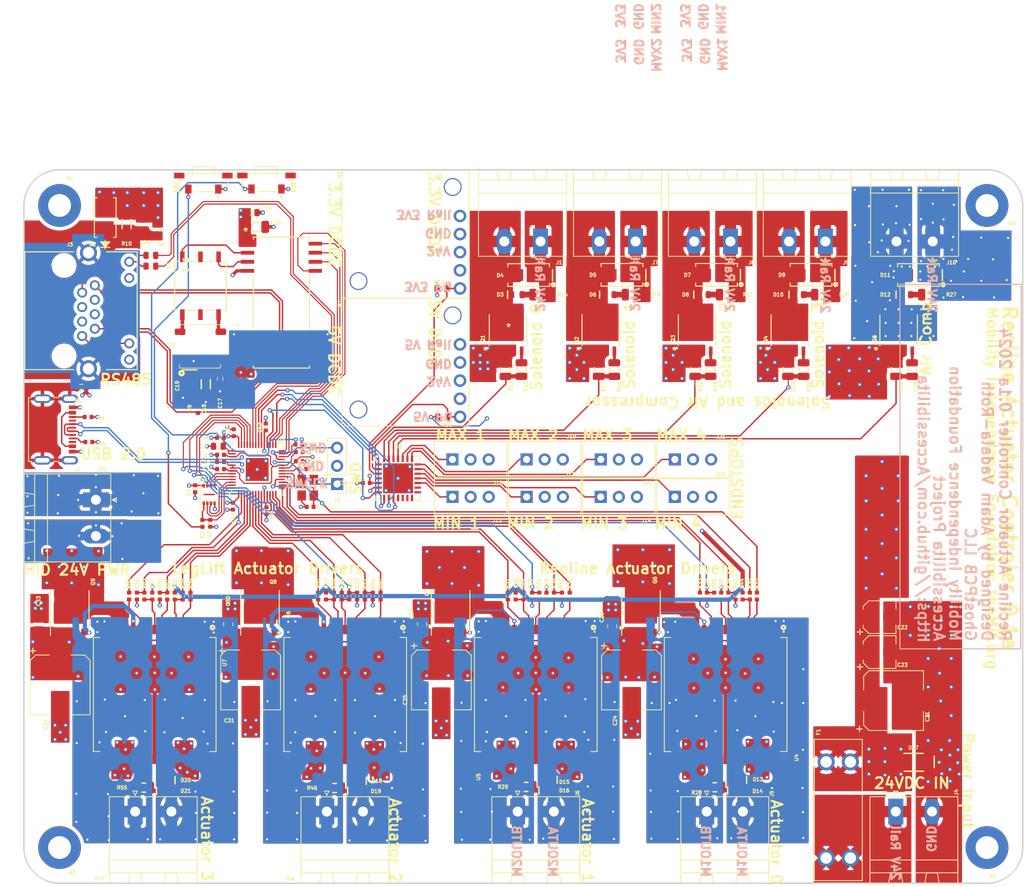
<source format=kicad_pcb>
(kicad_pcb (version 20240108) (generator "pcbnew") (generator_version "8.0")
  (layers (0 "F.Cu" signal) (1 "In1.Cu" signal) (2 "In2.Cu" signal) (31 "B.Cu" signal) (34 "B.Paste" user) (35 "F.Paste" user) (36 "B.SilkS" user "B.Silkscreen") (37 "F.SilkS" user "F.Silkscreen") (38 "B.Mask" user) (39 "F.Mask" user) (44 "Edge.Cuts" user))
  (net 0 "")
  (net 1 "GND")
  (net 2 "+3.3V")
  (net 3 "Net-(U2-XOUT)")
  (net 4 "+1V1")
  (net 5 "Net-(U2-XIN)")
  (net 6 "Earth")
  (net 7 "+5V")
  (net 8 "/RS485 Transceiver/RJ45_SHIELD")
  (net 9 "+24V")
  (net 10 "/Motor H-Bridges/VMOT1")
  (net 11 "/Motor H-Bridges/VMOT2")
  (net 12 "/Motor H-Bridges/M1CS")
  (net 13 "/Motor H-Bridges/M2CS")
  (net 14 "Net-(D1-Pad2)")
  (net 15 "Net-(D1-Pad1)")
  (net 16 "Net-(Q1-D)")
  (net 17 "Net-(D3-Pad1)")
  (net 18 "Net-(Q2-D)")
  (net 19 "Net-(D6-Pad1)")
  (net 20 "Net-(Q3-D)")
  (net 21 "Net-(D8-Pad1)")
  (net 22 "Net-(Q4-D)")
  (net 23 "Net-(D10-Pad1)")
  (net 24 "Net-(Q5-D)")
  (net 25 "Net-(D12-Pad1)")
  (net 26 "/Motor H-Bridges/M1OUTA")
  (net 27 "Net-(D13-Pad1)")
  (net 28 "Net-(D15-Pad1)")
  (net 29 "/Motor H-Bridges/M2OUTA")
  (net 30 "Net-(J1-SHIELD-PadS1)")
  (net 31 "Net-(U2-USB_DM)")
  (net 32 "Net-(J1-CC2)")
  (net 33 "VBUS")
  (net 35 "Net-(U2-USB_DP)")
  (net 36 "Net-(J1-CC1)")
  (net 38 "Net-(J2-Pin_1)")
  (net 39 "Net-(J2-Pin_3)")
  (net 40 "/RS485 Transceiver/A_RS485")
  (net 41 "Net-(J3-Pad10)")
  (net 42 "/RS485 Transceiver/Z_RS485")
  (net 43 "/RS485 Transceiver/B_RS485")
  (net 44 "/RS485 Transceiver/Y_RS485")
  (net 48 "Net-(J3-Pad12)")
  (net 50 "/Motor H-Bridges/M1OUTB")
  (net 51 "/Motor H-Bridges/M2OUTB")
  (net 52 "/End Stop Limit Switches/MAX1")
  (net 53 "/End Stop Limit Switches/MIN1")
  (net 54 "/End Stop Limit Switches/MAX2")
  (net 55 "/End Stop Limit Switches/MIN2")
  (net 56 "Net-(U3-ST2)")
  (net 57 "Net-(U3-ST1)")
  (net 61 "/Power/5V_PG")
  (net 63 "/Power/3.3V_PG")
  (net 64 "Net-(Q1-G)")
  (net 65 "Net-(Q2-G)")
  (net 66 "Net-(Q3-G)")
  (net 67 "Net-(Q4-G)")
  (net 68 "Net-(Q5-G)")
  (net 69 "Net-(Q6-G)")
  (net 70 "Net-(Q7-G)")
  (net 71 "Net-(R2-Pad1)")
  (net 72 "/RP2040/QSPI_SS")
  (net 73 "Net-(U2-RUN)")
  (net 74 "/RP2040/RS485_TX_LED")
  (net 75 "/RP2040/RS485_RX_LED")
  (net 76 "/End Stop Limit Switches/SOLENOID_0")
  (net 77 "/End Stop Limit Switches/SOLENOID_1")
  (net 78 "/End Stop Limit Switches/SOLENOID_2")
  (net 79 "/End Stop Limit Switches/SOLENOID_3")
  (net 80 "/End Stop Limit Switches/AIR_COMP")
  (net 81 "Net-(U4-ENA{slash}DIAGA)")
  (net 82 "/Motor H-Bridges/M1ENA{slash}B")
  (net 83 "Net-(U4-CS)")
  (net 84 "Net-(U4-INA)")
  (net 85 "/Motor H-Bridges/M1INA")
  (net 86 "Net-(U4-INB)")
  (net 87 "/Motor H-Bridges/M1INB")
  (net 88 "Net-(U4-PWM)")
  (net 89 "/Motor H-Bridges/M1PWM")
  (net 90 "/Motor H-Bridges/M2ENA{slash}B")
  (net 91 "Net-(U5-ENA{slash}DIAGA)")
  (net 92 "/Motor H-Bridges/M2INA")
  (net 93 "Net-(U5-INA)")
  (net 94 "/Motor H-Bridges/M2INB")
  (net 95 "Net-(U5-INB)")
  (net 96 "Net-(U5-PWM)")
  (net 97 "/Motor H-Bridges/M2PWM")
  (net 98 "Net-(U5-CS)")
  (net 99 "/RP2040/QSPI_SD2")
  (net 100 "/RP2040/QSPI_SD1")
  (net 101 "/RP2040/QSPI_SCLK")
  (net 102 "/RP2040/QSPI_SD0")
  (net 103 "/RP2040/QSPI_SD3")
  (net 104 "/RP2040/RS485_TXD")
  (net 105 "/RP2040/RS485_RXD")
  (net 106 "/RP2040/RS485_TX_EN")
  (net 107 "/RP2040/RS485_RX_EN")
  (net 115 "Net-(F1-Pad2)")
  (net 116 "/Leg Lift Motors/VMOT3")
  (net 117 "/Leg Lift Motors/M3CS")
  (net 118 "/Leg Lift Motors/VMOT4")
  (net 119 "/Leg Lift Motors/M4CS")
  (net 120 "Net-(D18-Pad1)")
  (net 121 "/Leg Lift Motors/M3OUTA")
  (net 122 "Net-(D20-Pad1)")
  (net 123 "/Leg Lift Motors/M4OUTA")
  (net 124 "/Leg Lift Motors/M3OUTB")
  (net 125 "/Leg Lift Motors/M4OUTB")
  (net 126 "/End Stop Limit Switches/MAX3")
  (net 127 "/End Stop Limit Switches/MIN3")
  (net 128 "/End Stop Limit Switches/MAX4")
  (net 129 "/End Stop Limit Switches/MIN4")
  (net 130 "Net-(Q8-G)")
  (net 131 "Net-(Q9-G)")
  (net 132 "Net-(U6-ENA{slash}DIAGA)")
  (net 133 "Net-(U6-CS)")
  (net 134 "/Leg Lift Motors/M3ENA{slash}B")
  (net 135 "/Leg Lift Motors/M3INA")
  (net 136 "Net-(U6-INA)")
  (net 137 "/Leg Lift Motors/M3INB")
  (net 138 "Net-(U6-INB)")
  (net 139 "Net-(U6-PWM)")
  (net 140 "/Leg Lift Motors/M3PWM")
  (net 141 "Net-(U7-ENA{slash}DIAGA)")
  (net 142 "Net-(U7-CS)")
  (net 143 "/Leg Lift Motors/M4ENA{slash}B")
  (net 144 "/Leg Lift Motors/M4INA")
  (net 145 "Net-(U7-INA)")
  (net 146 "Net-(U7-INB)")
  (net 147 "/Leg Lift Motors/M4INB")
  (net 148 "/Leg Lift Motors/M4PWM")
  (net 149 "Net-(U7-PWM)")
  (net 152 "/RP2040/SPI0_SCK")
  (net 153 "/RP2040/SPI0_TX")
  (net 154 "/RP2040/SPI0_RX")
  (net 155 "/RP2040/SPI0_CSn")
  (footprint "AVR-KiCAD-Lib-Diodes:LED0603" (layer "F.Cu") (at 173.55 62.5 180)
    (property "Reference" "D12")
    (property "Value" "LTST-C194TBKT" (hide yes))
  )
  (footprint "AVR-KiCAD-Lib-Resistors:R0402" (layer "F.Cu") (at 120.035 104.75 90)
    (property "Reference" "R35")
    (property "Value" "RC0402FR-071KL" (hide yes))
  )
  (footprint "AVR-KiCAD-Lib-Connectors:Shrouded_Pin_Header_Straight_1x03_Pitch2.54mm" (layer "F.Cu") (at 120.46 85.6 90)
    (property "Reference" "J19")
    (property "Value" "0705430002" (hide yes))
  )
  (footprint "AVR-KiCAD-Lib-Modules:D24V22F12" (layer "F.Cu") (at 111.13 79.63 90)
    (property "Reference" "M1")
    (property "Value" "D24V22F5" (hide yes))
  )
  (footprint "AVR-KiCAD-Lib-Resistors:R0603" (layer "F.Cu") (at 58.05 75.45)
    (property "Reference" "R1")
    (property "Value" "RT0603BRD071ML" (hide yes))
  )
  (footprint "AVR-KiCAD-Lib-Resistors:R0402" (layer "F.Cu") (at 146.75 104.75 90)
    (property "Reference" "R31")
    (property "Value" "RC0402FR-0710KL" (hide yes))
  )
  (footprint "AVR-KiCAD-Lib-Resistors:R0402" (layer "F.Cu") (at 70.1 104.75 90)
    (property "Reference" "R61")
    (property "Value" "RC0402FR-071KL" (hide yes))
  )
  (footprint "AVR-KiCAD-Lib-Resistors:R0805" (layer "F.Cu") (at 122.3 62.5)
    (property "Reference" "R14")
    (property "Value" "RC0805FR-071K96L" (hide yes))
  )
  (footprint "AVR-KiCAD-Lib-Resistors:R0805" (layer "F.Cu") (at 146.85 131.55 180)
    (property "Reference" "R28")
    (property "Value" "RC0805FR-074K7L" (hide yes))
  )
  (footprint "AVR-KiCAD-Lib-Capacitors:CP_Elec_4x5.3" (layer "F.Cu") (at 169.95 112.6)
    (property "Reference" "C23")
    (property "Value" "UUQ1H010MCL1GB" (hide yes))
  )
  (footprint "AVR-KiCAD-Lib-Resistors:R0402" (layer "F.Cu") (at 74.4 78.6 90)
    (property "Reference" "R9")
    (property "Value" "AC0402FR-07120RL" (hide yes))
  )
  (footprint "AVR-KiCAD-Lib-Resistors:R0402" (layer "F.Cu") (at 150.75 104.75 90)
    (property "Reference" "R44")
    (property "Value" "RC0402FR-074K7L" (hide yes))
  )
  (footprint "AVR-KiCAD-Lib-Transistors:PG-TDSON-8_INF" (layer "F.Cu") (at 83.09 107.1 90)
    (property "Reference" "Q8")
    (property "Value" "BSC014N04LSIATMA1" (hide yes))
  )
  (footprint "AVR-KiCAD-Lib-Resistors:R0402" (layer "F.Cu") (at 95.6 104.75 90)
    (property "Reference" "R53")
    (property "Value" "RC0402FR-0710KL" (hide yes))
  )
  (footprint "AVR-KiCAD-Lib-Resistors:R0805" (layer "F.Cu") (at 176.8 62.5)
    (property "Reference" "R27")
    (property "Value" "RC0805FR-071K96L" (hide yes))
  )
  (footprint "AVR-KiCAD-Lib-Capacitors:C0402" (layer "F.Cu") (at 121.25 104.75 90)
    (property "Reference" "C29")
    (property "Value" "C0402C333K4REC7867" (hide yes))
  )
  (footprint "AVR-KiCAD-Lib-Resistors:R0402" (layer "F.Cu") (at 93.45 104.75 90)
    (property "Reference" "R49")
    (property "Value" "RC0402FR-071KL" (hide yes))
  )
  (footprint "AVR-KiCAD-Lib-Transistors:IC5_PSMN7R0-60YS_115_NEX-L" (layer "F.Cu") (at 117.865 67.5)
    (property "Reference" "Q1")
    (property "Value" "PSMN7R0-60YS,115" (hide yes))
  )
  (footprint "AVR-KiCAD-Lib-Diodes:B240A-13-F" (layer "F.Cu") (at 120.75 59.75 180)
    (property "Reference" "D4")
    (property "Value" "B240A-13-F" (hide yes))
  )
  (footprint "AVR-KiCAD-Lib-Connectors:Shrouded_Pin_Header_Straight_1x03_Pitch2.54mm" (layer "F.Cu") (at 110.07 85.6 90)
    (property "Reference" "J18")
    (property "Value" "0705430002" (hide yes))
  )
  (footprint "AVR-KiCAD-Lib-Resistors:R0402" (layer "F.Cu") (at 68 104.75 -90)
    (property "Reference" "R57")
    (property "Value" "RC0402FR-071KL" (hide yes))
  )
  (footprint "AVR-KiCAD-Lib-Resistors:R0805" (layer "F.Cu") (at 146.25 73 90)
    (property "Reference" "R19")
    (property "Value" "RC0805FR-0710RL" (hide yes))
  )
  (footprint "AVR-KiCAD-Lib-Connectors:PhoenixContact_MSTBA-G_02x5.08mm_Angled" (layer "F.Cu") (at 177.39 55.0425 180)
    (property "Reference" "J10")
    (property "Value" "1757242" (hide yes))
  )
  (footprint "AVR-KiCAD-Lib-Resistors:R0402" (layer "F.Cu") (at 59.1 83.15)
    (property "Reference" "R4")
    (property "Value" "RC0402FR-075K1L" (hide yes))
  )
  (footprint "AVR-KiCAD-Lib-Resistors:R0402" (layer "F.Cu") (at 124.315 104.75 90)
    (property "Reference" "R38")
    (property "Value" "RC0402FR-071KL" (hide yes))
  )
  (footprint "AVR-KiCAD-Lib-Holes_Fasteners:M3_HOLE" (layer "F.Cu") (at 55 140)
    (property "Reference" "H3")
    (property "Value" "M3_Plated_Hole" (hide yes))
  )
  (footprint "AVR-KiCAD-Lib-Resistors:R0402" (layer "F.Cu") (at 151.75 104.75 90)
    (property "Reference" "R30")
    (property "Value" "RC0402FR-071KL" (hide yes))
  )
  (footprint "AVR-KiCAD-Lib-Resistors:R0402" (layer "F.Cu") (at 75.025 94.567 90)
    (property "Reference" "R2")
    (property "Value" "RC0402FR-071KL" (hide yes))
  )
  (footprint "AVR-KiCAD-Lib-Diodes:LED0603" (layer "F.Cu") (at 119.1 62.5 180)
    (property "Reference" "D3")
    (property "Value" "LTST-C194TBKT" (hide yes))
  )
  (footprint "AVR-KiCAD-Lib-Connectors:AMPHENOL_RJHSE-5381" (layer "F.Cu") (at 55.625 64.75 -90)
    (property "Reference" "J3")
    (property "Value" "RJHSE-5381" (hide yes))
  )
  (footprint "AVR-KiCAD-Lib-Transformers:SO6_Q4470-CL_C-SIZE_COC" (layer "F.Cu") (at 74.75 61.25 -90)
    (property "Reference" "L1")
    (property "Value" "Q4470-CL" (hide yes))
  )
  (footprint "AVR-KiCAD-Lib-Resistors:R0402" (layer "F.Cu") (at 149.75 104.75 90)
    (property "Reference" "R42")
    (property "Value" "RC0402FR-0710KL" (hide yes))
  )
  (footprint "AVR-KiCAD-Lib-Capacitors:C1206" (layer "F.Cu") (at 75.5 75.05 90)
    (property "Reference" "C18")
    (property "Value" "CGA5L3X5R1V106K160AB" (hide yes))
  )
  (footprint "AVR-KiCAD-Lib-Capacitors:CP_Elec_8x10" (layer "F.Cu") (at 108.515 116.5 -90)
    (property "Reference" "C25")
    (property "Value" "UUQ1H470MCL1GS" (hide yes))
  )
  (footprint "AVR-KiCAD-Lib-Resistors:R0805" (layer "F.Cu") (at 144.1 73 90)
    (property "Reference" "R20")
    (property "Value" "RC0805FR-07100KL" (hide yes))
  )
  (footprint "AVR-KiCAD-Lib-Resistors:R0603" (layer "F.Cu") (at 108.7 79.65 180)
    (property "Reference" "R11")
    (property "Value" "RC0603FR-072K2L" (hide yes))
  )
  (footprint "AVR-KiCAD-Lib-Diodes:B240A-13-F" (layer "F.Cu") (at 175.3928 59.75 180)
    (property "Reference" "D11")
    (property "Value" "B240A-13-F" (hide yes))
  )
  (footprint "AVR-KiCAD-Lib-ICs:IC_VNH5019ATR-E" (layer "F.Cu") (at 68.335 118.55 -90)
    (property "Reference" "U7")
    (property "Value" "VNH5019ATR-E" (hide yes))
  )
  (footprint "AVR-KiCAD-Lib-Capacitors:C0805" (layer "F.Cu") (at 78.635 108.7 -90)
    (property "Reference" "C30")
    (property "Value" "CL21B104KBFNNNE" (hide yes))
  )
  (footprint "AVR-KiCAD-Lib-Resistors:R0805" (layer "F.Cu") (at 66.8 131.6 180)
    (property "Reference" "R55")
    (property "Value" "RC0805FR-074K7L" (hide yes))
  )
  (footprint "AVR-KiCAD-Lib-Resistors:R0402" (layer "F.Cu") (at 91.25 104.75 90)
    (property "Reference" "R51")
    (property "Value" "RC0402FR-071KL" (hide yes))
  )
  (footprint "AVR-KiCAD-Lib-Resistors:R0402" (layer "F.Cu") (at 77.5625 84.95)
    (property "Reference" "C5")
    (property "Value" "C0402C104K9PACTU" (hide yes))
  )
  (footprint "AVR-KiCAD-Lib-ICs:IC_VNH5019ATR-E" (layer "F.Cu") (at 148.365 118.55 -90)
    (property "Reference" "U4")
    (property "Value" "VNH5019ATR-E" (hide yes))
  )
  (footprint "AVR-KiCAD-Lib-Resistors:R0402" (layer "F.Cu") (at 122.25 104.75 90)
    (property "Reference" "R41")
    (property "Value" "RC0402FR-0710KL" (hide yes))
  )
  (footprint "AVR-KiCAD-Lib-Connectors:PhoenixContact_MSTBA-G_02x5.08mm_Angled" (layer "F.Cu") (at 172.21 134.9575)
    (property "Reference" "J4")
    (property "Value" "1757242" (hide yes))
  )
  (footprint "AVR-KiCAD-Lib-Mech-Switches:SW_TL3330AF260QG" (layer "F.Cu") (at 75.15 46.8125 180)
    (property "Reference" "SW2")
    (property "Value" "TL3330AF260QG" (hide yes))
  )
  (footprint "AVR-KiCAD-Lib-Connectors:PhoenixContact_MSTBA-G_02x5.08mm_Angled" (layer "F.Cu") (at 162.34 55.0425 180)
    (property "Reference" "J9")
    (property "Value" "1757242" (hide yes))
  )
  (footprint "AVR-KiCAD-Lib-Resistors:R0402" (layer "F.Cu") (at 88.6 85.85 180)
    (property "Reference" "C10")
    (property "Value" "C0402C104K9PACTU" (hide yes))
  )
  (footprint "AVR-KiCAD-Lib-Resistors:R0402" (layer "F.Cu") (at 66.89 104.75 90)
    (property "Reference" "R62")
    (property "Value" "RC0402FR-0710KL" (hide yes))
  )
  (footprint "AVR-KiCAD-Lib-Diodes:B240A-13-F" (layer "F.Cu") (at 133.8366 59.7191 180)
    (property "Reference" "D5")
    (property "Value" "B240A-13-F" (hide yes))
  )
  (footprint "AVR-KiCAD-Lib-Resistors:R0402" (layer "F.Cu") (at 100 104.75 90)
    (property "Reference" "R50")
    (property "Value" "RC0402FR-071KL" (hide yes))
  )
  (footprint "AVR-KiCAD-Lib-Capacitors:CP_Elec_8x10" (layer "F.Cu") (at 171.9 119.4)
    (property "Reference" "C21")
    (property "Value" "UUQ1H470MCL1GS" (hide yes))
  )
  (footprint "AVR-KiCAD-Lib-Resistors:R0402" (layer "F.Cu") (at 126.515 104.75 90)
    (property "Reference" "R36")
    (property "Value" "RC0402FR-071KL" (hide yes))
  )
  (footprint "AVR-KiCAD-Lib-Capacitors:C0805" (layer "F.Cu") (at 105.815 108.7 -90)
    (property "Reference" "C27")
    (property "Value" "CL21B104KBFNNNE" (hide yes))
  )
  (footprint "AVR-KiCAD-Lib-Holes_Fasteners:M3_HOLE" (layer "F.Cu") (at 185 50)
    (property "Reference" "H2")
    (property "Value" "M3_Plated_Hole" (hide yes))
  )
  (footprint "AVR-KiCAD-Lib-ICs:PSON50P300X200X60-9N" (layer "F.Cu") (at 75.9625 90.5125 90)
    (property "Reference" "U1")
    (property "Value" "TEMPLATE" (hide yes))
  )
  (footprint "AVR-KiCAD-Lib-Resistors:R0402" (layer "F.Cu") (at 69.05 104.75 90)
    (property "Reference" "R63")
    (property "Value" "RC0402FR-0710KL" (hide yes))
  )
  (footprint "AVR-KiCAD-Lib-Capacitors:CP_Elec_8x10" (layer "F.Cu") (at 81.785 116.5 -90)
    (property "Reference" "C31")
    (property "Value" "UUQ1H470MCL1GS" (hide yes))
  )
  (footprint "AVR-KiCAD-Lib-Mech-Switches:SW_TL3330AF260QG" (layer "F.Cu") (at 84 46.8 180)
    (property "Reference" "SW1")
    (property "Value" "TL3330AF260QG" (hide yes))
  )
  (footprint "AVR-KiCAD-Lib-Resistors:R0402" (layer "F.Cu") (at 59 79.65)
    (property "Reference" "R5")
    (property "Value" "RC0402FR-075K1L" (hide yes))
  )
  (footprint "AVR-KiCAD-Lib-Resistors:R0402" (layer "F.Cu") (at 72.25 104.75 90)
    (property "Reference" "R58")
    (property "Value" "RC0402FR-071KL" (hide yes))
  )
  (footprint "AVR-KiCAD-Lib-Resistors:R0603" (layer "F.Cu") (at 67.8 57)
    (property "Reference" "R8")
    (property "Value" "RC0603FR-07470RL" (hide yes))
  )
  (footprint "AVR-KiCAD-Lib-Transistors:IC5_PSMN7R0-60YS_115_NEX-L" (layer "F.Cu") (at 157.365 67.5)
    (property "Reference" "Q4")
    (property "Value" "PSMN7R0-60YS,115" (hide yes))
  )
  (footprint "AVR-KiCAD-Lib-Resistors:R0402" (layer "F.Cu") (at 77.5625 85.95)
    (property "Reference" "C14")
    (property "Value" "C0402C104K9PACTU" (hide yes))
  )
  (footprint "AVR-KiCAD-Lib-Resistors:R0402" (layer "F.Cu") (at 92.35 104.75 90)
    (property "Reference" "R47")
    (property "Value" "RC0402FR-074K7L" (hide yes))
  )
  (footprint "AVR-KiCAD-Lib-ICs:IC_VNH5019ATR-E" (layer "F.Cu") (at 121.75 118.55 -90)
    (property "Reference" "U5")
    (property "Value" "VNH5019ATR-E" (hide yes))
  )
  (footprint "AVR-KiCAD-Lib-Diodes:LED0603" (layer "F.Cu") (at 69.885 132.05 180)
    (property "Reference" "D21")
    (property "Value" "LTST-C194TBKT" (hide yes))
  )
  (footprint "AVR-KiCAD-Lib-Resistors:R0402" (layer "F.Cu") (at 125.415 104.75 90)
    (property "Reference" "R43")
    (property "Value" "RC0402FR-0710KL" (hide yes))
  )
  (footprint "Package_DFN_QFN:QFN-56-1EP_7x7mm_P0.4mm_EP3.2x3.2mm" (layer "F.Cu") (at 82.7 87 90)
    (property "Reference" "U2")
    (property "Value" "RP2040" (hide yes))
  )
  (footprint "AVR-KiCAD-Lib-Resistors:R0805" (layer "F.Cu") (at 93.55 131.65 180)
    (property "Reference" "R46")
    (property "Value" "RC0805FR-074K7L" (hide yes))
  )
  (footprint "AVR-KiCAD-Lib-Fuse-Holders:FUSE_3557-2" (layer "F.Cu") (at 164.15 134.735 -90)
    (property "Reference" "F1")
    (property "Value" "3557-2" (hide yes))
  )
  (footprint "AVR-KiCAD-Lib-Resistors:R0402" (layer "F.Cu") (at 79.3 92.15 90)
    (property "Reference" "C11")
    (property "Value" "C0402C104K9PACTU" (hide yes))
  )
  (footprint "AVR-KiCAD-Lib-Holes_Fasteners:M3_HOLE" (layer "F.Cu") (at 55 50)
    (property "Reference" "H1")
    (property "Value" "M3_Plated_Hole" (hide yes))
  )
  (footprint "AVR-KiCAD-Lib-Diodes:LED0603" (layer "F.Cu") (at 123.45 130.5)
    (property "Reference" "D15")
    (property "Value" "LTST-C194KGKT" (hide yes))
  )
  (footprint "AVR-KiCAD-Lib-ICs:QFN28_6x6MC_MCH-L" (layer "F.Cu") (at 102.45 88.25)
    (property "Reference" "U8")
    (property "Value" "MCP23S17T-E/ML" (hide yes))
  )
  (footprint "AVR-KiCAD-Lib-Diodes:LED0603" (layer "F.Cu") (at 96.685 130.65)
    (property "Reference" "D18")
    (property "Value" "LTST-C194KGKT" (hide yes))
  )
  (footprint "AVR-KiCAD-Lib-Capacitors:C1206" (layer "F.Cu") (at 82.5 53 180)
    (property "Reference" "C16")
    (property "Value" "CGA5L3X5R1V106K160AB" (hide yes))
  )
  (footprint "AVR-KiCAD-Lib-Resistors:R0805" (layer "F.Cu") (at 135.25 62.5)
    (property "Reference" "R18")
    (property "Value" "RC0805FR-071K96L" (hide yes))
  )
  (footprint "AVR-KiCAD-Lib-Diodes:SMAJ30CA" (layer "F.Cu") (at 61.4 51.7 90)
    (property "Reference" "D2")
    (property "Value" "SMAJ30CA" (hide yes))
  )
  (footprint "AVR-KiCAD-Lib-Diodes:LED0603" (layer "F.Cu") (at 132 62.5 180)
    (property "Reference" "D6")
    (property "Value" "LTST-C194TBKT" (hide yes))
  )
  (footprint "AVR-KiCAD-Lib-Modules:D24V22F12" (layer "F.Cu") (at 111.13 61.63 90)
    (property "Reference" "M2")
    (property "Value" "D24V22F3" (hide yes))
  )
  (footprint "AVR-KiCAD-Lib-Capacitors:C0402" (layer "F.Cu") (at 89.067 86.95 180)
    (property "Reference" "C2")
    (property "Value" "GCM1555C1H180GA16D" (hide yes))
  )
  (footprint "AVR-KiCAD-Lib-Resistors:R0805" (layer "F.Cu") (at 148.45 62.5)
    (property "Reference" "R21")
    (property "Value" "RC0805FR-071K96L" (hide yes))
  )
  (footprint "AVR-KiCAD-Lib-Resistors:R0402" (layer "F.Cu") (at 71.15 104.75 90)
    (property "Reference" "R56")
    (property "Value" "RC0402FR-074K7L" (hide yes))
  )
  (footprint "AVR-KiCAD-Lib-Connectors:PhoenixContact_MSTBA-G_02x5.08mm_Angled" (layer "F.Cu") (at 122.42 55.0425 180)
    (property "Reference" "J11")
    (property "Value" "1757242" (hide yes))
  )
  (footprint "AVR-KiCAD-Lib-Connectors:Shrouded_Pin_Header_Straight_1x03_Pitch2.54mm" (layer "F.Cu") (at 110.08 90.85 90)
    (property "Reference" "J12")
    (property "Value" "0705430002" (hide yes))
  )
  (footprint "AVR-KiCAD-Lib-Resistors:R0402" (layer "F.Cu") (at 98 88.9)
    (property "Reference" "C36")
    (property "Value" "C0402C104K9PACTU" (hide yes))
  )
  (footprint "AVR-KiCAD-Lib-Diodes:D_SOD-123" (layer "F.Cu") (at 73.25 75.3 -90)
    (property "Reference" "C19")
    (property "Value" "C1206C105K3RACAUTO" (hide yes))
  )
  (footprint "AVR-KiCAD-Lib-Diodes:B240A-13-F" (layer "F.Cu") (at 147.0866 59.7191 180)
    (property "Reference" "D7")
    (property "Value" "B240A-13-F" (hide yes))
  )
  (footprint "AVR-KiCAD-Lib-Capacitors:CP_Elec_8x10" (layer "F.Cu") (at 55.085 117.2 -90)
    (property "Reference" "C34")
    (property "Value" "UUQ1H470MCL1GS" (hide yes))
  )
  (footprint "AVR-KiCAD-Lib-Diodes:LED0603" (layer "F.Cu") (at 145.2 62.5 180)
    (property "Reference" "D8")
    (property "Value" "LTST-C194TBKT" (hide yes))
  )
  (footprint "AVR-KiCAD-Lib-Resistors:R0402" (layer "F.Cu") (at 147.75 104.75 -90)
    (property "Reference" "R39")
    (property "Value" "RC0402FR-071KL" (hide yes))
  )
  (footprint "AVR-KiCAD-Lib-Resistors:R0402" (layer "F.Cu") (at 97.8 104.75 90)
    (property "Reference" "R52")
    (property "Value" "RC0402FR-071KL" (hide yes))
  )
  (footprint "AVR-KiCAD-Lib-Resistors:R0402" (layer "F.Cu") (at 77.5625 82.55)
    (property "Reference" "C8")
    (property "Value" "C0402C104K9PACTU" (hide yes))
  )
  (footprint "AVR-KiCAD-Lib-Resistors:R0402" (layer "F.Cu") (at 94.55 104.75 -90)
    (property "Reference" "R48")
    (property "Value" "RC0402FR-071KL" (hide yes))
  )
  (footprint "AVR-KiCAD-Lib-ICs:IC_VNH5019ATR-E" (layer "F.Cu") (at 95.035 118.55 -90)
    (property "Reference" "U6")
    (property "Value" "VNH5019ATR-E" (hide yes))
  )
  (footprint "AVR-KiCAD-Lib-Resistors:R0805" (layer "F.Cu") (at 172.25 73 90)
    (property "Reference" "R26")
    (property "Value" "RC0805FR-07100KL" (hide yes))
  )
  (footprint "AVR-KiCAD-Lib-Resistors:R0402" (layer "F.Cu") (at 84 92.8 90)
    (property "Reference" "C9")
    (property "Value" "C0402C104K9PACTU" (hide yes))
  )
  (footprint "AVR-KiCAD-Lib-Connectors:Shrouded_Pin_Header_Straight_1x03_Pitch2.54mm" (layer "F.Cu") (at 130.86 85.6 90)
    (property "Reference" "J20")
    (property "Value" "0705430002" (hide yes))
  )
  (footprint "AVR-KiCAD-Lib-Connectors:Shrouded_Pin_Header_Straight_1x03_Pitch2.54mm" (layer "F.Cu") (at 141.25 90.85 90)
    (property "Reference" "J15")
    (property "Value" "0705430002" (hide yes))
  )
  (footprint "AVR-KiCAD-Lib-Resistors:R0402" (layer "F.Cu") (at 83.9 81.05 -90)
    (property "Reference" "C12")
    (property "Value" "C0402C104K9PACTU" (hide yes))
  )
  (footprint "AVR-KiCAD-Lib-Capacitors:C0603" (layer "F.Cu") (at 77.2625 83.75)
    (property "Reference" "C7")
    (property "Value" "CC0603KRX5R7BB105" (hide yes))
  )
  (footprint "AVR-KiCAD-Lib-Capacitors:CP_Elec_8x10" (layer "F.Cu") (at 135.165 116.5 -90)
    (property "Reference" "C24")
    (property "Value" "UUQ1H470MCL1GS" (hide yes))
  )
  (footprint "AVR-KiCAD-Lib-Resistors:R0402" (layer "F.Cu") (at 148.75 104.75 90)
    (property "Reference" "R34")
    (property "Value" "RC0402FR-071KL" (hide yes))
  )
  (footprint "AVR-KiCAD-Lib-Resistors:R1206" (layer "F.Cu") (at 64.4 52.6 -90)
    (property "Reference" "R10")
    (property "Value" "RC1206FR-071ML" (hide yes))
  )
  (footprint "AVR-KiCAD-Lib-Resistors:R0402" (layer "F.Cu") (at 88.55 83.5 180)
    (property "Reference" "R6")
    (property "Value" "RC0402FR-0710KL" (hide yes))
  )
  (footprint "AVR-KiCAD-Lib-Transistors:PG-TDSON-8_INF" (layer "F.Cu") (at 136.495 107.1 90)
    (property "Reference" "Q6")
    (property "Value" "BSC014N04LSIATMA1" (hide yes))
  )
  (footprint "AVR-KiCAD-Lib-Connectors:PhoenixContact_MSTBA-G_02x5.08mm_Angled" (layer "F.Cu") (at 65.595 134.9575)
    (property "Reference" "J17")
    (property "Value" "1757242" (hide yes))
  )
  (footprint "AVR-KiCAD-Lib-Resistors:R0402" (layer "F.Cu") (at 118.935 104.75 90)
    (property "Reference" "R45")
    (property "Value" "RC0402FR-074K7L" (hide yes))
  )
  (footprint "AVR-KiCAD-Lib-Resistors:R0805" (layer "F.Cu") (at 161.8 62.5)
    (property "Reference" "R24")
    (property "Value" "RC0805FR-071K96L" (hide yes))
  )
  (footprint "AVR-KiCAD-Lib-Capacitors:C0805" (layer "F.Cu") (at 66.7 52.7 90)
    (property "Reference" "C20")
    (property "Value" "C0805C103KCRACAUTO" (hide yes))
  )
  (footprint "AVR-KiCAD-Lib-Inductors:MI0603K300R-10" (layer "F.Cu") (at 68.7 53.4 90)
    (property "Reference" "L2")
    (property "Value" "MI0603K300R-10" (hide yes))
  )
  (footprint "AVR-KiCAD-Lib-Resistors:R0402" (layer "F.Cu") (at 64.75 104.75 90)
    (property "Reference" "R60")
    (property "Value" "RC0402FR-071KL" (hide yes))
  )
  (footprint "AVR-KiCAD-Lib-Transistors:PG-TDSON-8_INF" (layer "F.Cu") (at 109.815 107.1 90)
    (property "Reference" "Q7")
    (property "Value" "BSC014N04LSIATMA1" (hide yes))
  )
  (footprint "AVR-KiCAD-Lib-Resistors:R0402" (layer "F.Cu") (at 74 89.7 90)
    (property "Reference" "C1")
    (property "Value" "C0402C104K9PACTU" (hide yes))
  )
  (footprint "AVR-KiCAD-Lib-ICs:21-0145_W28M&plus_9_MXM" (layer "F.Cu") (at 86.0924 63.6097)
    (property "Reference" "U3" (hide yes))
    (property "Value" "MAX3535ECWI+T" (hide yes))
  )
  (footprint "AVR-KiCAD-Lib-Connectors:JAE_DX07S016JA1R1500" (layer "F.Cu") (at 55.7 81.4 -90)
    (property "Reference" "J1")
    (property "Value" "DX07S016JA1R1500" (hide yes))
  )
  (footprint "AVR-KiCAD-Lib-Diodes:B240A-13-F" (layer "F.Cu") (at 160.3366 59.7191 180)
    (property "Reference" "D9")
    (property "Value" "B240A-13-F" (hide yes))
  )
  (footprint "AVR-KiCAD-Lib-Resistors:R0402" (layer "F.Cu") (at 152.75 104.75 90)
    (property "Reference" "R32")
    (property "Value" "RC0402FR-071KL" (hide yes))
  )
  (footprint "AVR-KiCAD-Lib-Diodes:LED0603" (layer "F.Cu") (at 158.55 62.5 180)
    (property "Reference" "D10")
    (property "Value" "LTST-C194TBKT" (hide yes))
  )
  (footprint "AVR-KiCAD-Lib-Diodes:LED0603" (layer "F.Cu") (at 96.6875 132.05 180)
    (property "Reference" "D19")
    (property "Value" "LTST-C194TBKT" (hide yes))
  )
  (footprint "AVR-KiCAD-Lib-Diodes:LED0603" (layer "F.Cu") (at 69.885 130.5735)
    (property "Reference" "D20")
    (property "Value" "LTST-C194KGKT" (hide yes))
  )
  (footprint "AVR-KiCAD-Lib-Transistors:IC5_PSMN7R0-60YS_115_NEX-L" (layer "F.Cu") (at 130.865 67.5)
    (property "Reference" "Q2")
    (property "Value" "PSMN7R0-60YS,115" (hide yes))
  )
  (footprint "AVR-KiCAD-Lib-Capacitors:C0402" (layer "F.Cu") (at 96.7 104.75 90)
    (property "Reference" "C32")
    (property "Value" "C0402C333K4REC7867" (hide yes))
  )
  (footprint "AVR-KiCAD-Lib-Diodes:LED0603" (layer "F.Cu") (at 150 130.5)
    (property "Reference" "D13")
    (property "Value" "LTST-C194KGKT" (hide yes))
  )
  (footprint "AVR-KiCAD-Lib-Resistors:R0402" (layer "F.Cu") (at 117.835 104.75 90)
    (property "Reference" "R37")
    (property "Value" "RC0402FR-071KL" (hide yes))
  )
  (footprint "AVR-KiCAD-Lib-Connectors:PhoenixContact_MSTBA-G_02x5.08mm_Angled" (layer "F.Cu") (at 145.71 134.9575)
    (property "Reference" "J5")
    (property "Value" "1757242" (hide yes))
  )
  (footprint "AVR-KiCAD-Lib-Capacitors:C0603" (layer "F.Cu") (at 77.5 74.3 90)
    (property "Reference" "C17")
    (property "Value" "CL10B104JB8NNNC" (hide yes))
  )
  (footprint "AVR-KiCAD-Lib-Resistors:R0402" (layer "F.Cu") (at 88.6 84.55 180)
    (property "Reference" "C6")
    (property "Value" "C0402C104K9PACTU" (hide yes))
  )
  (footprint "AVR-KiCAD-Lib-Resistors:R0805" (layer "F.Cu") (at 157.1 73 90)
    (property "Reference" "R23")
    (property "Value" "RC0805FR-07100KL" (hide yes))
  )
  (footprint "AVR-KiCAD-Lib-Connectors:PhoenixContact_MSTBA-G_02x5.08mm_Angled" (layer "F.Cu") (at 149.04 55.0425 180)
    (property "Reference" "J8")
    (property "Value" "1757242" (hide yes))
  )
  (footprint "AVR-KiCAD-Lib-Capacitors:C0603" (layer "F.Cu") (at 82 51 180)
    (property "Reference" "C15")
    (property "Value" "CL10B104JB8NNNC" (hide yes))
  )
  (footprint "AVR-KiCAD-Lib-Resistors:R0805" (layer "F.Cu") (at 132.75 73 90)
    (property "Reference" "R16")
    (property "Value" "RC0805FR-0710RL" (hide yes))
  )
  (footprint "AVR-KiCAD-Lib-Capacitors:C0805" (layer "F.Cu") (at 52.05 108.7 -90)
    (property "Reference" "C33")
    (property "Value" "CL21B104KBFNNNE" (hide yes))
  )
  (footprint "AVR-KiCAD-Lib-Connectors:PhoenixContact_MSTBA-G_02x5.08mm_Angled" (layer "F.Cu") (at 92.455 134.9575)
    (property "Reference" "J16")
    (property "Value" "1757242" (hide yes))
  )
  (footprint "AVR-KiCAD-Lib-Resistors:R0402" (layer "F.Cu") (at 73.35 104.75 90)
    (property "Reference" "R59")
    (property "Value" "RC0402FR-071KL" (hide yes))
  )
  (footprint "AVR-KiCAD-Lib-Connectors:PhoenixContact_MSTBA-G_02x5.08mm_Angled" (layer "F.Cu") (at 119.21 134.9575)
    (property "Reference" "J6")
    (property "Value" "1757242" (hide yes))
  )
  (footprint "AVR-KiCAD-Lib-Resistors:R0805" (layer "F.Cu") (at 174.5 73 90)
    (property "Reference" "R25")
    (property "Value" "RC0805FR-0710RL" (hide yes))
  )
  (footprint "AVR-KiCAD-Lib-Holes_Fasteners:M3_HOLE" (layer "F.Cu") (at 185 140)
    (property "Reference" "H4")
    (property "Value" "M3_Plated_Hole" (hide yes))
  )
  (footprint "AVR-KiCAD-Lib-Resistors:R0402" (layer "F.Cu") (at 76.125 94.55 -90)
    (property "Reference" "R3")
    (property "Value" "RC0402FR-0710KL" (hide yes))
  )
  (footprint "AVR-KiCAD-Lib-Connectors:Shrouded_Pin_Header_Straight_1x03_Pitch2.54mm" (layer "F.Cu") (at 130.85 90.85 90)
    (property "Reference" "J14")
    (property "Value" "0705430002" (hide yes))
  )
  (footprint "AVR-KiCAD-Lib-Diodes:LMB110S-TP" (layer "F.Cu") (at 74.75 69.75 90)
    (property "Reference" "D1")
    (property "Value" "LMB110S-TP" (hide yes))
  )
  (footprint "AVR-KiCAD-Lib-Transistors:PG-TDSON-8_INF" (layer "F.Cu") (at 56.43 107.1 90)
    (property "Reference" "Q9")
    (property "Value" "BSC014N04LSIATMA1" (hide yes))
  )
  (footprint "Connector_PinHeader_2.54mm:PinHeader_1x03_P2.54mm_Vertical" (layer "F.Cu") (at 93.9 89.04 180)
    (property "Reference" "J2")
    (property "Value" "Conn_01x03" (hide yes))
  )
  (footprint "AVR-KiCAD-Lib-Resistors:R0603" (layer "F.Cu") (at 108.6 61.65 180)
    (property "Reference" "R12")
    (property "Value" "RC0603FR-072K2L" (hide yes))
  )
  (footprint "AVR-KiCAD-Lib-Connectors:Shrouded_Pin_Header_Straight_1x03_Pitch2.54mm" (layer "F.Cu") (at 141.25 85.6 90)
    (property "Reference" "J21")
    (property "Value" "0705430002" (hide yes))
  )
  (footprint "AVR-KiCAD-Lib-Resistors:R0402" (layer "F.Cu") (at 123.25 104.767 -90)
    (property "Reference" "R40")
    (property "Value" "RC0402FR-071KL" (hide yes))
  )
  (footprint "AVR-KiCAD-Lib-Capacitors:CP_Elec_4x5.3" (layer "F.Cu") (at 169.95 107.7)
    (property "Reference" "C22")
    (property "Value" "UUQ1H100MCL1GB" (hide yes))
  )
  (footprint "AVR-KiCAD-Lib-Resistors:R0805" (layer "F.Cu") (at 130.5729 72.9958 90)
    (property "Reference" "R17")
    (property "Value" "RC0805FR-07100KL" (hide yes))
  )
  (footprint "AVR-KiCAD-Lib-Resistors:R0402" (layer "F.Cu") (at 77.5625 86.95)
    (property "Reference" "C3")
    (property "Value" "C0402C104K9PACTU" (hide yes))
  )
  (footprint "AVR-KiCAD-Lib-Resistors:R0805" (layer "F.Cu") (at 119.75 73 90)
    (property "Reference" "R15")
    (property "Value" "RC0805FR-0710RL" (hide yes))
  )
  (footprint "AVR-KiCAD-Lib-Resistors:R0402" (layer "F.Cu") (at 144.75 104.75 90)
    (property "Reference" "R33")
    (property "Value" "RC0402FR-071KL" (hide yes))
  )
  (footprint "AVR-KiCAD-Lib-Capacitors:C0402" (layer "F.Cu") (at 65.85 104.75 90)
    (property "Reference" "C35")
    (property "Value" "C0402C333K4REC7867" (hide yes))
  )
  (footprint "AVR-KiCAD-Lib-Transistors:IC5_PSMN7R0-60YS_115_NEX-L" (layer "F.Cu") (at 172.615 67.5)
    (property "Reference" "Q5")
    (property "Value" "PSMN7R0-60YS,115" (hide yes))
  )
  (footprint "AVR-KiCAD-Lib-Resistors:R0805" (layer "F.Cu") (at 117.5 73 90)
    (property "Reference" "R13")
    (property "Value" "RC0805FR-07100KL" (hide yes))
  )
  (footprint "AVR-KiCAD-Lib-Transistors:IC5_PSMN7R0-60YS_115_NEX-L" (layer "F.Cu") (at 144.365 67.5)
    (property "Reference" "Q3")
    (property "Value" "PSMN7R0-60YS,115" (hide yes))
  )
  (footprint "AVR-KiCAD-Lib-Resistors:R0402" (layer "F.Cu") (at 98.9 104.75 90)
    (property "Reference" "R54")
    (property "Value" "RC0402FR-0710KL" (hide yes))
  )
  (footprint "AVR-KiCAD-Lib-Connectors:PhoenixContact_MSTBA-G_02x5.08mm_Angled" (layer "F.Cu") (at 135.74 55.0425 180)
    (property "Reference" "J7")
    (property "Value" "1757242" (hide yes))
  )
  (footprint "AVR-KiCAD-Lib-Capacitors:C0805" (layer "F.Cu") (at 132.465 109 -90)
    (property "Reference" "C26")
    (property "Value" "CL21B104KBFNNNE" (hide yes))
  )
  (footprint "AVR-KiCAD-Lib-Resistors:R0402" (layer "F.Cu") (at 79.4 81.85 -90)
    (property "Reference" "C13")
    (property "Value" "C0402C104K9PACTU" (hide yes))
  )
  (footprint "AVR-KiCAD-Lib-Capacitors:C0402" (layer "F.Cu") (at 90.125 92.25)
    (property "Reference" "C4")
    (property "Value" "GCM1555C1H180GA16D" (hide yes))
  )
  (footprint "AVR-KiCAD-Lib-Resistors:R0805" (layer "F.Cu") (at 120.4 131.5 180)
    (property "Reference" "R29")
    (property "Value" "RC0805FR-074K7L" (hide yes))
  )
  (footprint "AVR-KiCAD-Lib-Resistors:R0603" (layer "F.Cu") (at 67.8 58.5)
    (property "Reference" "R7")
    (property "Value" "RC0603FR-07470RL" (hide yes))
  )
  (footprint "AVR-KiCAD-Lib-Connectors:PhoenixContact_MSTBA-G_02x5.08mm_Angled" (layer "F.Cu") (at 60.0925 91.26 -90)
    (property "Reference" "J22")
    (property "Value" "1757242")
  )
  (footprint "AVR-KiCAD-Lib-Connectors:Shrouded_Pin_Header_Straight_1x03_Pitch2.54mm" (layer "F.Cu") (at 120.47 90.85 90)
    (property "Reference" "J13")
    (property "Value" "0705430002" (hide yes))
  )
  (footprint "AVR-KiCAD-Lib-Diodes:LED0603" (layer "F.Cu") (at 123.5 132 180)
    (property "Reference" "D16")
    (property "Value" "LTST-C194TBKT" (hide yes))
  )
  (footprint "AVR-KiCAD-Lib-Diodes:SMAJ" (layer "F.Cu") (at 174.7 128 180)
    (property "Reference" "D17")
    (property "Value" "SMAJ24A" (hide yes))
  )
  (footprint "AVR-KiCAD-Lib-Oscillators:XTAL_ABM8G-12.000MHZ-18-D2Y-T" (layer "F.Cu") (at 89.7875 89.55)
    (property "Reference" "X1")
    (property "Value" "ABM8G-12.000MHZ-18-D2Y-T" (hide yes))
  )
  (footprint "AVR-KiCAD-Lib-Diodes:LED0603" (layer "F.Cu") (at 149.95 132 180)
    (property "Reference" "D14")
    (property "Value" "LTST-C194TBKT" (hide yes))
  )
  (footprint "AVR-KiCAD-Lib-Resistors:R0805" (layer "F.Cu") (at 159.3 73 90)
    (property "Reference" "R22")
    (property "Value" "RC0805FR-0710RL" (hide yes))
  )
  (footprint "AVR-KiCAD-Lib-Capacitors:C0402" (layer "F.Cu") (at 145.75 104.75 90)
    (property "Reference" "C28")
    (property "Value" "C0402C333K4REC7867" (hide yes))
  )
  (gr_line (start 189.7 112.15) (end 189.8 61.05) (stroke (width 0.15)) (layer "B.SilkS"))
  (gr_line (start 189.75 61.05) (end 172.8 61.05) (stroke (width 0.15)) (layer "B.SilkS"))
  (gr_line (start 172.8 112.15) (end 189.7 112.15) (stroke (width 0.15)) (layer "B.SilkS"))
  (gr_line (start 172.8 61.05) (end 172.8 112.15) (stroke (width 0.15)) (layer "B.SilkS"))
  (gr_line (start 55 145) (end 185 145) (stroke (width 0.2)) (layer "Edge.Cuts"))
  (gr_arc (start 55 145) (mid 51.464466 143.535534) (end 50 140) (stroke (width 0.2)) (layer "Edge.Cuts"))
  (gr_arc (start 50 50) (mid 51.464466 46.464466) (end 55 45) (stroke (width 0.2)) (layer "Edge.Cuts"))
  (gr_arc (start 190 140) (mid 188.535534 143.535534) (end 185 145) (stroke (width 0.2)) (layer "Edge.Cuts"))
  (gr_line (start 50 140) (end 50 50) (stroke (width 0.2)) (layer "Edge.Cuts"))
  (gr_arc (start 185 45) (mid 188.535534 46.464466) (end 190 50) (stroke (width 0.2)) (layer "Edge.Cuts"))
  (gr_line (start 55 45) (end 185 45) (stroke (width 0.2)) (layer "Edge.Cuts"))
  (gr_line (start 190 140) (end 190 50) (stroke (width 0.2)) (layer "Edge.Cuts"))
  (gr_text "SWCLK" (at 86.55 88.2 180) (layer "B.SilkS") (effects (font (size 1.2 1.2) (thickness 0.3) (bold yes)) (justify left bottom mirror)))
  (gr_text "24V Rail" (at 148.2 65.15 -90) (layer "B.SilkS") (effects (font (size 1.2 1.2) (thickness 0.3) (bold yes)) (justify left bottom mirror)))
  (gr_text "24V Rail" (at 121.6 65.1 -90) (layer "B.SilkS") (effects (font (size 1.2 1.2) (thickness 0.3) (bold yes)) (justify left bottom mirror)))
  (gr_text "24V Rail" (at 134.9 65.05 -90) (layer "B.SilkS") (effects (font (size 1.2 1.2) (thickness 0.3) (bold yes)) (justify left bottom mirror)))
  (gr_text "MAX2" (at 137.9 31.45 270) (layer "B.SilkS") (effects (font (size 1.2 1.2) (thickness 0.3) (bold yes)) (justify left bottom mirror)))
  (gr_text "3V3 PG" (at 103.15 60.65 180) (layer "B.SilkS") (effects (font (size 1.2 1.2) (thickness 0.3) (bold yes)) (justify left bottom mirror)))
  (gr_text "M2OUTA" (at 123.415 144.2875 270) (layer "B.SilkS") (effects (font (size 1.2 1.2) (thickness 0.3) (bold yes)) (justify left bottom mirror)))
  (gr_text "MIN2" (at 137.85 26.2 270) (layer "B.SilkS") (effects (font (size 1.2 1.2) (thickness 0.3) (bold yes)) (justify left bottom mirror)))
  (gr_text "3V3 Rail" (at 102.05 50.55 180) (layer "B.SilkS") (effects (font (size 1.2 1.2) (thickness 0.3) (bold yes)) (justify left bottom mirror)))
  (gr_text "3V3" (at 132.9 30.2 270) (layer "B.SilkS") (effects (font (size 1.2 1.2) (thickness 0.3) (bold yes)) (justify left bottom mirror)))
  (gr_text "SWD" (at 88.5 83.2 180) (layer "B.SilkS") (effects (font (size 1.2 1.2) (thickness 0.3) (bold yes)) (justify left bottom mirror)))
  (gr_text "Designed by Adam Vadala-Roth" (at 184.15 111.25 -90) (layer "B.SilkS") (effects (font (size 1.5 1.5) (thickness 0.3) (bold yes)) (justify left bottom mirror)))
  (gr_text "GND" (at 144.7 30.4 -90) (layer "B.SilkS") (effects (font (size 1.2 1.2) (thickness 0.3) (bold yes)) (justify left bottom mirror)))
  (gr_text "GND" (at 106.05 53.15 180) (layer "B.SilkS") (effects (font (size 1.2 1.2) (thickness 0.3) (bold yes)) (justify left bottom mirror)))
  (gr_text "3V3" (at 142.15 30.1 270) (layer "B.SilkS") (effects (font (size 1.2 1.2) (thickness 0.3) (bold yes)) (justify left bottom mirror)))
  (gr_text "GND" (at 135.4 25.55 -90) (layer "B.SilkS") (effects (font (size 1.2 1.2) (thickness 0.3) (bold yes)) (justify left bottom mirror)))
  (gr_text "24V" (at 106.25 55.65 180) (layer "B.SilkS") (effects (font (size 1.2 1.2) (thickness 0.3) (bold yes)) (justify left bottom mirror)))
  (gr_text "M2OUTB" (at 118.335 144.2875 270) (layer "B.SilkS") (effects (font (size 1.2 1.2) (thickness 0.3) (bold yes)) (justify left bottom mirror)))
  (gr_text "24V Rail" (at 171.45 144.8 -90) (layer "B.SilkS") (effects (font (size 1.2 1.2) (thickness 0.3) (bold yes)) (justify left bottom mirror)))
  (gr_text "GND" (at 144.5 25.55 -90) (layer "B.SilkS") (effects (font (size 1.2 1.2) (thickness 0.3) (bold yes)) (justify left bottom mirror)))
  (gr_text "GND" (at 88.2 85.75 180) (layer "B.SilkS") (effects (font (size 1.2 1.2) (thickness 0.3) (bold yes)) (justify left bottom mirror)))
  (gr_text "3V3" (at 141.95 25.25 270) (layer "B.SilkS") (effects (font (size 1.2 1.2) (thickness 0.3) (bold yes)) (justify left bottom mirror)))
  (gr_text "GhostPCB LLC" (at 181.8 111.25 -90) (layer "B.SilkS") (effects (font (size 1.5 1.5) (thickness 0.3) (bold yes)) (justify left bottom mirror)))
  (gr_text "https://github.com/Accessibilita" (at 175.2 111.45 -90) (layer "B.SilkS") (effects (font (size 1.5 1.5) (thickness 0.3) (bold yes)) (justify left bottom mirror)))
  (gr_text "GND" (at 135.45 30.5 -90) (layer "B.SilkS") (effects (font (size 1.2 1.2) (thickness 0.3) (bold yes)) (justify left bottom mirror)))
  (gr_text "GND" (at 176.45 140.8 -90) (layer "B.SilkS") (effects (font (size 1.2 1.2) (thickness 0.3) (bold yes)) (justify left bottom mirror)))
  (gr_text "3V3" (at 132.85 25.25 270) (layer "B.SilkS") (effects (font (size 1.2 1.2) (thickness 0.3) (bold yes)) (justify left bottom mirror)))
  (gr_text "MIN1" (at 146.95 26.2 270) (layer "B.SilkS") (effects (font (size 1.2 1.2) (thickness 0.3) (bold yes)) (justify left bottom mirror)))
  (gr_text "Mobility Independence Foundation " (at 179.65 111.25 -90) (layer "B.SilkS") (effects (font (size 1.5 1.5) (thickness 0.3) (bold yes)) (justify left bottom mirror)))
  (gr_text "5V PG" (at 104.4 78.85 180) (layer "B.SilkS") (effects (font (size 1.2 1.2) (thickness 0.3) (bold yes)) (justify left bottom mirror)))
  (gr_text "GND" (at 106.1 71.45 180) (layer "B.SilkS") (effects (font (size 1.2 1.2) (thickness 0.3) (bold yes)) (justify left bottom mirror)))
  (gr_text "5V Rail" (at 103.2 68.75 180) (layer "B.SilkS") (effects (font (size 1.2 1.2) (thickness 0.3) (bold yes)) (justify left bottom mirror)))
  (gr_text "24V Rail" (at 176.6 65.25 -90) (layer "B.SilkS") (effects (font (size 1.2 1.2) (thickness 0.3) (bold yes)) (justify left bottom mirror)))
  (gr_text "M1OUTB" (at 144.835 144.2875 270) (layer "B.SilkS") (effects (font (size 1.2 1.2) (thickness 0.3) (bold yes)) (justify left bottom mirror)))
  (gr_text "24V Rail" (at 161.6 65.3 -90) (layer "B.SilkS") (effects (font (size 1.2 1.2) (thickness 0.3) (bold yes)) (justify left bottom mirror)))
  (gr_text "24V" (at 106.3 73.95 180) (layer "B.SilkS") (effects (font (size 1.2 1.2) (thickness 0.3) (bold yes)) (justify left bottom mirror)))
  (gr_text "MAX1" (at 147.15 31.35 270) (layer "B.SilkS") (effects (font (size 1.2 1.2) (thickness 0.3) (bold yes)) (justify left bottom mirror)))
  (gr_text "M1OUTA" (at 149.915 144.2875 270) (layer "B.SilkS") (effects (font (size 1.2 1.2) (thickness 0.3) (bold yes)) (justify left bottom mirror)))
  (gr_text "Accessibilita Project" (at 177.4 111.25 -90) (layer "B.SilkS") (effects (font (size 1.5 1.5) (thickness 0.3) (bold yes)) (justify left bottom mirror)))
  (gr_text "Recline Actuator Controller 0.1a 2024" (at 186.65 111.25 -90) (layer "B.SilkS") (effects (font (size 1.5 1.5) (thickness 0.3) (bold yes)) (justify left bottom mirror)))
  (gr_text "MAX 3" (at 128.08 83.06 0) (layer "F.SilkS") (effects (font (size 1.5 1.5) (thickness 0.3) (bold yes)) (justify left bottom)))
  (gr_text "MAX 2" (at 117.69 83.06 0) (layer "F.SilkS") (effects (font (size 1.5 1.5) (thickness 0.3) (bold yes)) (justify left bottom)))
  (gr_text "3.3V DCDC\n" (at 106.65 45.05 -90) (layer "F.SilkS") (effects (font (size 1.5 1.5) (thickness 0.3) (bold yes)) (justify left bottom)))
  (gr_text "24VDC IN" (at 169 131.85 0) (layer "F.SilkS") (effects (font (size 1.5 1.5) (thickness 0.3) (bold yes)) (justify left bottom)))
  (gr_text "Air Comp" (at 177.3 74 90) (layer "F.SilkS") (effects (font (size 1.5 1.5) (thickness 0.3) (bold yes)) (justify left bottom)))
  (gr_text "5V DCDC\n" (at 92.6 66.6 -90) (layer "F.SilkS") (effects (font (size 1.5 1.5) (thickness 0.3) (bold yes)) (justify left bottom)))
  (gr_text "RS485" (at 60.5 75.3 0) (layer "F.SilkS") (effects (font (size 1.5 1.5) (thickness 0.3) (bold yes)) (justify left bottom)))
  (gr_text "Actuator 1" (at 128.15 132.9 270) (layer "F.SilkS") (effects (font (size 1.5 1.5) (thickness 0.3) (bold yes)) (justify left bottom)))
  (gr_text "Solenoid 0" (at 122.7 76.15 90) (layer "F.SilkS") (effects (font (size 1.5 1.5) (thickness 0.3) (bold yes)) (justify left bottom)))
  (gr_text "MIN 3" (at 127.85 95.5 0) (layer "F.SilkS") (effects (font (size 1.5 1.5) (thickness 0.3) (bold yes)) (justify left bottom)))
  (gr_text "LegLift Actuator Drivers" (at 70.6 101.75 0) (layer "F.SilkS") (effects (font (size 1.5 1.5) (thickness 0.3) (bold yes)) (justify left bottom)))
  (gr_text "5V DCDC\n" (at 106.7 63 -90) (layer "F.SilkS") (effects (font (size 1.5 1.5) (thickness 0.3) (bold yes)) (justify left bottom)))
  (gr_text "MAX 4" (at 138.48 83.06 0) (layer "F.SilkS") (effects (font (size 1.5 1.5) (thickness 0.3) (bold yes)) (justify left bottom)))
  (gr_text "SWD" (at 97.45 90.75 90) (layer "F.SilkS") (effects (font (size 1.5 1.5) (thickness 0.3) (bold yes)) (justify left bottom)))
  (gr_text "HID 24V PWR" (at 49.8 101.95 0) (layer "F.SilkS") (effects (font (size 1.5 1.5) (thickness 0.3) (bold yes)) (justify left bottom)))
  (gr_text "Solenoid 3" (at 162.2 75.9 90) (layer "F.SilkS") (effects (font (size 1.5 1.5) (thickness 0.3) (bold yes)) (justify left bottom)))
  (gr_text "Mobility Independence Foundation theMif.org" (at 184.85 64 270) (layer "F.SilkS") (effects (font (size 1.5 1.5) (thickness 0.3) (bold yes)) (justify left bottom)))
  (gr_text "Actuator 2" (at 101.155 132.8775 270) (layer "F.SilkS") (effects (font (size 1.5 1.5) (thickness 0.3) (bold yes)) (justify left bottom)))
  (gr_text "Solenoid 1" (at 135.7 75.9 90) (layer "F.SilkS") (effects (font (size 1.5 1.5) (thickness 0.3) (bold yes)) (justify left bottom)))
  (gr_text "MIN 2" (at 117.5 95.45 0) (layer "F.SilkS") (effects (font (size 1.5 1.5) (thickness 0.3) (bold yes)) (justify left bottom)))
  (gr_text "Solenoids and Air Compressor" (at 163.3 76.75 180) (layer "F.SilkS") (effects (font (size 1.5 1.5) (thickness 0.3) (bold yes)) (justify left bottom)))
  (gr_text "3.3V DCDC\n" (at 92.65 46.55 -90) (layer "F.SilkS") (effects (font (size 1.5 1.5) (thickness 0.3) (bold yes)) (justify left bottom)))
  (gr_text "Recline Actuator Controler 0.1a" (at 187 63.8 270) (layer "F.SilkS") (effects (font (size 2 2) (thickness 0.4) (bold yes)) (justify left bottom)))
  (gr_text "ENDSTOPS" (at 150.9 94.2 90) (layer "F.SilkS") (effects (font (size 1.5 1.5) (thickness 0.3) (bold yes)) (justify left bottom)))
  (gr_text "Actuator 3" (at 74.755 132.6275 270) (layer "F.SilkS") (effects (font (size 1.5 1.5) (thickness 0.3) (bold yes)) (justify left bottom)))
  (gr_text "Actuator 0" (at 154.6 133.1 270) (layer "F.SilkS") (effects (font (size 1.5 1.5) (thickness 0.3) (bold yes)) (justify left bottom)))
  (gr_text "MIN 4" (at 138.2 95.5 0) (layer "F.SilkS") (effects (font (size 1.5 1.5) (thickness 0.3) (bold yes)) (justify left bottom)))
  (gr_text "USB 2.0" (at 57.7 85.7 0) (layer "F.SilkS") (effects (font (size 1.5 1.5) (thickness 0.3) (bold yes)) (justify left bottom)))
  (gr_text "MAX 1" (at 107.53 83.06 0) (layer "F.SilkS") (effects (font (size 1.5 1.5) (thickness 0.3) (bold yes)) (justify left bottom)))
  (gr_text "Solenoid 2" (at 149.2 75.9 90) (layer "F.SilkS") (effects (font (size 1.5 1.5) (thickness 0.3) (bold yes)) (justify left bottom)))
  (gr_text "Power Input" (at 181.45 123.7 270) (layer "F.SilkS") (effects (font (size 1.5 1.5) (thickness 0.3) (bold yes)) (justify left bottom)))
  (gr_text "Recline Actuator Drivers" (at 122.05 101.75 0) (layer "F.SilkS") (effects (font (size 1.5 1.5) (thickness 0.3) (bold yes)) (justify left bottom)))
  (gr_text "MIN 1" (at 107.15 95.45 0) (layer "F.SilkS") (effects (font (size 1.5 1.5) (thickness 0.3) (bold yes)) (justify left bottom)))
  (segment (start 94.55 103.45) (end 94.55 104.267) (width 0.2) (layer "F.Cu") (net 1))
  (segment (start 78.817 81.367) (end 79.4 81.367) (width 0.2) (layer "F.Cu") (net 1))
  (segment (start 81.3426 59.1647) (end 79.8353 59.1647) (width 0.45) (layer "F.Cu") (net 1))
  (segment (start 89.94 84.55) (end 89.083 84.55) (width 0.2) (layer "F.Cu") (net 1))
  (segment (start 78.5 81.05) (end 78.817 81.367) (width 0.2) (layer "F.Cu") (net 1))
  (segment (start 86.95 88) (end 86.1375 88) (width 0.2) (layer "F.Cu") (net 1))
  (segment (start 58.2 76.6) (end 58.73 76.07) (width 0.45) (layer "F.Cu") (net 1))
  (segment (start 77.0795 85.95) (end 77.0795 84.95) (width 0.2) (layer "F.Cu") (net 1))
  (segment (start 85 53) (end 83.825 53) (width 0.5) (layer "F.Cu") (net 1))
  (segment (start 65.85 106.05) (end 65.85 105.233) (width 0.2) (layer "F.Cu") (net 1))
  (segment (start 78.25 47.6975) (end 77.25 47.6975) (width 0.2) (layer "F.Cu") (net 1))
  (segment (start 91.7875 88.45) (end 90.6375 88.45) (width 0.2) (layer "F.Cu") (net 1))
  (segment (start 96.7 106.05) (end 96.7 105.233) (width 0.2) (layer "F.Cu") (net 1))
  (segment (start 57.85 78.3) (end 56.8 78.3) (width 0.4) (layer "F.Cu") (net 1))
  (segment (start 149.75 106.1) (end 149.75 105.233) (width 0.2) (layer "F.Cu") (net 1))
  (segment (start 75.6625 83.75) (end 76.5825 83.75) (width 0.2) (layer "F.Cu") (net 1))
  (segment (start 89.95 84.56) (end 89.94 84.55) (width 0.2) (layer "F.Cu") (net 1))
  (segment (start 83.5 51) (end 82.68 51) (width 0.5) (layer "F.Cu") (net 1))
  (segment (start 58.73 76.07) (end 58.73 75.45) (width 0.45) (layer "F.Cu") (net 1))
  (segment (start 99 89.55) (end 98.55 90) (width 0.2) (layer "F.Cu") (net 1))
  (segment (start 98.9 106.05) (end 98.9 105.233) (width 0.2) (layer "F.Cu") (net 1))
  (segment (start 99.7068 89.55) (end 99 89.55) (width 0.2) (layer "F.Cu") (net 1))
  (segment (start 60.3 79.65) (end 59.483 79.65) (width 0.2) (layer "F.Cu") (net 1))
  (segment (start 145.75 106.1) (end 145.75 105.233) (width 0.2) (layer "F.Cu") (net 1))
  (segment (start 90.367 86.95) (end 89.55 86.95) (width 0.2) (layer "F.Cu") (net 1))
  (segment (start 78.5 92.65) (end 79.283 92.65) (width 0.2) (layer "F.Cu") (net 1))
  (segment (start 76.6125 86.95) (end 77.0795 86.95) (width 0.2) (layer "F.Cu") (net 1))
  (segment (start 76.7625 92.55) (end 76.7625 91.7825) (width 0.2) (layer "F.Cu") (net 1))
  (segment (start 78.65 107.735) (end 78.635 107.75) (width 0.2) (layer "F.Cu") (net 1))
  (segment (start 83.9 80.566999) (end 83.9 79.75) (width 0.2) (layer "F.Cu") (net 1))
  (segment (start 87.05 47.685) (end 86.1 47.685) (width 0.2) (layer "F.Cu") (net 1))
  (segment (start 76.7625 91.7825) (end 76.7125 91.7325) (width 0.2) (layer "F.Cu") (net 1))
  (segment (start 68 104.267) (end 68 103.45) (width 0.2) (layer "F.Cu") (net 1))
  (segment (start 88.9375 90.65) (end 88.9375 91.5455) (width 0.2) (layer "F.Cu") (net 1))
  (segment (start 125.415 106.1) (end 125.415 105.233) (width 0.2) (layer "F.Cu") (net 1))
  (segment (start 89.7625 85.85) (end 88.9455 85.85) (width 0.2) (layer "F.Cu") (net 1))
  (segment (start 132.5 108.015) (end 132.465 108.05) (width 0.2) (layer "F.Cu") (net 1))
  (segment (start 76.2625 82.55) (end 77.0795 82.55) (width 0.2) (layer "F.Cu") (net 1))
  (segment (start 57.95 84.5) (end 56.8 84.5) (width 0.4) (layer "F.Cu") (net 1))
  (segment (start 76.2625 84.95) (end 77.0795 84.95) (width 0.2) (layer "F.Cu") (net 1))
  (segment (start 87.2 88.25) (end 86.95 88) (width 0.2) (layer "F.Cu") (net 1))
  (segment (start 59.2 76.6) (end 58.73 76.13) (width 0.45) (layer "F.Cu") (net 1))
  (segment (start 59.583 83.15) (end 60.4 83.15) (width 0.2) (layer "F.Cu") (net 1))
  (segment (start 88.9375 91.5455) (end 89.642 92.25) (width 0.2) (layer "F.Cu") (net 1))
  (segment (start 121.25 106.1) (end 121.25 105.233) (width 0.2) (layer "F.Cu") (net 1))
  (segment (start 76.2625 86.6) (end 76.6125 86.95) (width 0.2) (layer "F.Cu") (net 1))
  (segment (start 58.73 76.13) (end 58.73 75.45) (width 0.45) (layer "F.Cu") (net 1))
  (segment (start 147.75 103.5) (end 147.75 104.267) (width 0.2) (layer "F.Cu") (net 1))
  (segment (start 88.825 92.25) (end 89.642 92.25) (width 0.2) (layer "F.Cu") (net 1))
  (segment (start 79.8353 59.1647) (end 79.25 59.75) (width 0.45) (layer "F.Cu") (net 1))
  (segment (start 96.7 88.9) (end 97.517 88.9) (width 0.2) (layer "F.Cu") (net 1))
  (segment (start 123.25 104.284) (end 123.25 103.5) (width 0.2) (layer "F.Cu") (net 1))
  (segment (start 74 91) (end 74 90.183) (width 0.2) (layer "F.Cu") (net 1))
  (segment (start 69.05 106.05) (end 69.05 105.233) (width 0.2) (layer "F.Cu") (net 1))
  (segment (start 84 94.1) (end 84 93.283) (width 0.2) (layer "F.Cu") (net 1))
  (via (at 136.05 124.15) (size 0.6) (drill 0.3) (layers "F.Cu" "B.Cu") (net 1))
  (via (at 153.25 70) (size 0.6) (drill 0.3) (layers "F.Cu" "B.Cu") (net 1))
  (via (at 176.75 117.5) (size 0.6) (drill 0.3) (layers "F.Cu" "B.Cu") (net 1))
  (via (at 51.6 106.45) (size 0.6) (drill 0.3) (layers "F.Cu" "B.Cu") (net 1))
  (via (at 134.35 124.2) (size 0.6) (drill 0.3) (layers "F.Cu" "B.Cu") (net 1))
  (via (at 141 71) (size 0.6) (drill 0.3) (layers "F.Cu" "B.Cu") (net 1))
  (via (at 60.1 94.85) (size 0.6) (drill 0.3) (layers "F.Cu" "B.Cu") (net 1))
  (via (at 179.85 130.7) (size 0.6) (drill 0.3) (layers "F.Cu" "B.Cu") (net 1))
  (via (at 168.5 76.75) (size 0.6) (drill 0.3) (layers "F.Cu" "B.Cu") (net 1))
  (via (at 141 73) (size 0.6) (drill 0.3) (layers "F.Cu" "B.Cu") (net 1))
  (via (at 164.25 75) (size 0.6) (drill 0.3) (layers "F.Cu" "B.Cu") (net 1))
  (via (at 91.65 125.45) (size 0.6) (drill 0.3) (layers "F.Cu" "B.Cu") (net 1))
  (via (at 81.4625 88.2) (size 0.6) (drill 0.3) (layers "F.Cu" "B.Cu") (net 1))
  (via (at 113.95 72.9) (size 0.6) (drill 0.3) (layers "F.Cu" "B.Cu") (net 1))
  (via (at 178.3 112.1) (size 0.6) (drill 0.3) (layers "F.Cu" "B.Cu") (net 1))
  (via (at 68.8 51.7) (size 0.6) (drill 0.3) (layers "F.Cu" "B.Cu") (net 1))
  (via (at 98.1 125.4) (size 0.6) (drill 0.3) (layers "F.Cu" "B.Cu") (net 1))
  (via (at 79.6 106.55) (size 0.6) (drill 0.3) (layers "F.Cu" "B.Cu") (net 1))
  (via (at 109.25 124.25) (size 0.6) (drill 0.3) (layers "F.Cu" "B.Cu") (net 1))
  (via (at 99.1 128.8) (size 0.6) (drill 0.3) (layers "F.Cu" "B.Cu") (net 1))
  (via (at 100.75 89.95) (size 0.6) (drill 0.3) (layers "F.Cu" "B.Cu") (net 1))
  (via (at 57.85 78.3) (size 0.6) (drill 0.3) (layers "F.Cu" "B.Cu") (net 1))
  (via (at 63.8 99.55) (size 0.6) (drill 0.3) (layers "F.Cu" "B.Cu") (net 1))
  (via (at 59.2 76.6) (size 0.6) (drill 0.3) (layers "F.Cu" "B.Cu") (net 1))
  (via (at 136.05 122.3) (size 0.6) (drill 0.3) (layers "F.Cu" "B.Cu") (net 1))
  (via (at 178.5 119.45) (size 0.6) (drill 0.3) (layers "F.Cu" "B.Cu") (net 1))
  (via (at 132.95 106.7) (size 0.6) (drill 0.3) (layers "F.Cu" "B.Cu") (net 1))
  (via (at 89.95 84.56) (size 0.6) (drill 0.3) (layers "F.Cu" "B.Cu") (net 1))
  (via (at 141.5 70) (size 0.6) (drill 0.3) (layers "F.Cu" "B.Cu") (net 1))
  (via (at 78.25 47.6975) (size 0.6) (drill 0.3) (layers "F.Cu" "B.Cu") (net 1))
  (via (at 106.3 106.55) (size 0.6) (drill 0.3) (layers "F.Cu" "B.Cu") (net 1))
  (via (at 57.95 84.5) (size 0.6) (drill 0.3) (layers "F.Cu" "B.Cu") (net 1))
  (via (at 125 125.5) (size 0.6) (drill 0.3) (layers "F.Cu" "B.Cu") (net 1))
  (via (at 174.25 110.25) (size 0.6) (drill 0.3) (layers "F.Cu" "B.Cu") (net 1))
  (via (at 65.2 125.25) (size 0.6) (drill 0.3) (layers "F.Cu" "B.Cu") (net 1))
  (via (at 179.8 127.05) (size 0.6) (drill 0.3) (layers "F.Cu" "B.Cu") (net 1))
  (via (at 155.25 74.25) (size 0.6) (drill 0.3) (layers "F.Cu" "B.Cu") (net 1))
  (via (at 126.5 74.25) (size 0.6) (drill 0.3) (layers "F.Cu" "B.Cu") (net 1))
  (via (at 79.6 105.75) (size 0.6) (drill 0.3) (layers "F.Cu" "B.Cu") (net 1))
  (via (at 176.75 113.5) (size 0.6) (drill 0.3) (layers "F.Cu" "B.Cu") (net 1))
  (via (at 57.75 96.3) (size 0.6) (drill 0.3) (layers "F.Cu" "B.Cu") (net 1))
  (via (at 60.4 83.15) (size 0.6) (drill 0.3) (layers "F.Cu" "B.Cu") (net 1))
  (via (at 88.825 92.25) (size 0.6) (drill 0.3) (layers "F.Cu" "B.Cu") (net 1))
  (via (at 181.1 129.7) (size 0.6) (drill 0.3) (layers "F.Cu" "B.Cu") (net 1))
  (via (at 105.3 106.55) (size 0.6) (drill 0.3) (layers "F.Cu" "B.Cu") (net 1))
  (via (at 83.8625 88.2) (size 0.6) (drill 0.3) (layers "F.Cu" "B.Cu") (net 1))
  (via (at 180 113.5) (size 0.6) (drill 0.3) (layers "F.Cu" "B.Cu") (net 1))
  (via (at 55.1 123.85) (size 0.6) (drill 0.3) (layers "F.Cu" "B.Cu") (net 1))
  (via (at 121.25 106.1) (size 0.6) (drill 0.3) (layers "F.Cu" "B.Cu") (net 1))
  (via (at 58.2 76.6) (size 0.6) (drill 0.3) (layers "F.Cu" "B.Cu") (net 1))
  (via (at 87.05 47.685) (size 0.6) (drill 0.3) (layers "F.Cu" "B.Cu") (net 1))
  (via (at 180 121.5) (size 0.6) (drill 0.3) (layers "F.Cu" "B.Cu") (net 1))
  (via (at 178.3 128.05) (size 0.6) (drill 0.3) (layers "F.Cu" "B.Cu") (net 1))
  (via (at 134.35 122.3) (size 0.6) (drill 0.3) (layers "F.Cu" "B.Cu") (net 1))
  (via (at 180 110.25) (size 0.6) (drill 0.3) (layers "F.Cu" "B.Cu") (net 1))
  (via (at 73.45 125.4) (size 0.6) (drill 0.3) (layers "F.Cu" "B.Cu") (net 1))
  (via (at 72.9 129.45) (size 0.6) (drill 0.3) (layers "F.Cu" "B.Cu") (net 1))
  (via (at 174.25 106.25) (size 0.6) (drill 0.3) (layers "F.Cu" "B.Cu") (net 1))
  (via (at 83.9 79.75) (size 0.6) (drill 0.3) (layers "F.Cu" "B.Cu") (net 1))
  (via (at 116.25 130) (size 0.6) (drill 0.3) (layers "F.Cu" "B.Cu") (net 1))
  (via (at 63.7 94.55) (size 0.6) (drill 0.3) (layers "F.Cu" "B.Cu") (net 1))
  (via (at 180 106.25) (size 0.6) (drill 0.3) (layers "F.Cu" "B.Cu") (net 1))
  (via (at 116.6 125.4) (size 0.6) (drill 0.3) (layers "F.Cu" "B.Cu") (net 1))
  (via (at 78.6 106.55) (size 0.6) (drill 0.3) (layers "F.Cu" "B.Cu") (net 1))
  (via (at 64.5 50) (size 0.6) (drill 0.3) (layers "F.Cu" "B.Cu") (net 1))
  (via (at 76.2625 82.55) (size 0.6) (drill 0.3) (layers "F.Cu" "B.Cu") (net 1))
  (via (at 142.65 130.1) (size 0.6) (drill 0.3) (layers "F.Cu" "B.Cu") (net 1))
  (via (at 104.1 86.6) (size 0.6) (drill 0.3) (layers "F.Cu" "B.Cu") (net 1))
  (via (at 100.8 86.55) (size 0.6) (drill 0.3) (layers "F.Cu" "B.Cu") (net 1))
  (via (at 125.415 106.1) (size 0.6) (drill 0.3) (layers "F.Cu" "B.Cu") (net 1))
  (via (at 115 72) (size 0.6) (drill 0.3) (layers "F.Cu" "B.Cu") (net 1))
  (via (at 178.6 126.3) (size 0.6) (drill 0.3) (layers "F.Cu" "B.Cu") (net 1))
  (via (at 82.55 124.15) (size 0.6) (drill 0.3) (layers "F.Cu" "B.Cu") (net 1))
  (via (at 98.9 106.05) (size 0.6) (drill 0.3) (layers "F.Cu" "B.Cu") (net 1))
  (via (at 62.6 48.2) (size 0.6) (drill 0.3) (layers "F.Cu" "B.Cu") (net 1))
  (via (at 52.45 105.7) (size 0.6) (drill 0.3) (layers "F.Cu" "B.Cu") (net 1))
  (via (at 55.85 122.85) (size 0.6) (drill 0.3) (layers "F.Cu" "B.Cu") (net 1))
  (via (at 140 72) (size 0.6) (drill 0.3) (layers "F.Cu" "B.Cu") (net 1))
  (via (at 142.25 74.25) (size 0.6) (drill 0.3) (layers "F.Cu" "B.Cu") (net 1))
  (via (at 79.25 59.75) (size 0.6) (drill 0.3) (layers "F.Cu" "B.Cu") (net 1))
  (via (at 115 70) (size 0.6) (drill 0.3) (layers "F.Cu" "B.Cu") (net 1))
  (via (at 142.75 125.5) (size 0.6) (drill 0.3) (layers "F.Cu" "B.Cu") (net 1))
  (via (at 91.05 126.45) (size 0.6) (drill 0.3) (layers "F.Cu" "B.Cu") (net 1))
  (via (at 151.5 125.15) (size 0.6) (drill 0.3) (layers "F.Cu" "B.Cu") (net 1))
  (via (at 126.75 125.5) (size 0.6) (drill 0.3) (layers "F.Cu" "B.Cu") (net 1))
  (via (at 140 70) (size 0.6) (drill 0.3) (layers "F.Cu" "B.Cu") (net 1))
  (via (at 90.25 128.9) (size 0.6) (drill 0.3) (layers "F.Cu" "B.Cu") (net 1))
  (via (at 68 103.45) (size 0.6) (drill 0.3) (layers "F.Cu" "B.Cu") (net 1))
  (via (at 87.2 88.25) (size 0.6) (drill 0.3) (layers "F.Cu" "B.Cu") (net 1))
  (via (at 127.5 71) (size 0.6) (drill 0.3) (layers "F.Cu" "B.Cu") (net 1))
  (via (at 165.7 73.15) (size 0.6) (drill 0.3) (layers "F.Cu" "B.Cu") (net 1))
  (via (at 55.85 124.85) (size 0.6) (drill 0.3) (layers "F.Cu" "B.Cu") (net 1))
  (via (at 51.6 105.65) (size 0.6) (drill 0.3) (layers "F.Cu" "B.Cu") (net 1))
  (via (at 162.9 73.35) (size 0.6) (drill 0.3) (layers "F.Cu" "B.Cu") (net 1))
  (via (at 64.5 48.2) (size 0.6) (drill 0.3) (layers "F.Cu" "B.Cu") (net 1))
  (via (at 154.1 125.15) (size 0.6) (drill 0.3) (layers "F.Cu" "B.Cu") (net 1))
  (via (at 168.45 73.2) (size 0.6) (drill 0.3) (layers "F.Cu" "B.Cu") (net 1))
  (via (at 106.3 105.75) (size 0.6) (drill 0.3) (layers "F.Cu" "B.Cu") (net 1))
  (via (at 69.05 106.05) (size 0.6) (drill 0.3) (layers "F.Cu" "B.Cu") (net 1))
  (via (at 78.5 92.65) (size 0.6) (drill 0.3) (layers "F.Cu" "B.Cu") (net 1))
  (via (at 107.75 122.25) (size 0.6) (drill 0.3) (layers "F.Cu" "B.Cu") (net 1))
  (via (at 64.6 129.95) (size 0.6) (drill 0.3) (layers "F.Cu" "B.Cu") (net 1))
  (via (at 64.05 128.95) (size 0.6) (drill 0.3) (layers "F.Cu" "B.Cu") (net 1))
  (via (at 145.1 129.15) (size 0.6) (drill 0.3) (layers "F.Cu" "B.Cu") (net 1))
  (via (at 154.15 130.15) (size 0.6) (drill 0.3) (layers "F.Cu" "B.Cu") (net 1))
  (via (at 128 70) (size 0.6) (drill 0.3) (layers "F.Cu" "B.Cu") (net 1))
  (via (at 99.95 125.55) (size 0.6) (drill 0.3) (layers "F.Cu" "B.Cu") (net 1))
  (via (at 176.75 130.75) (size 0.6) (drill 0.3) (layers "F.Cu" "B.Cu") (net 1))
  (via (at 154 71) (size 0.6) (drill 0.3) (layers "F.Cu" "B.Cu") (net 1))
  (via (at 102.45 88.25) (size 0.6) (drill 0.3) (layers "F.Cu" "B.Cu") (net 1))
  (via (at 176.75 110.2) (size 0.6) (drill 0.3) (layers "F.Cu" "B.Cu") (net 1))
  (via (at 94.55 103.45) (size 0.6) (drill 0.3) (layers "F.Cu" "B.Cu") (net 1))
  (via (at 178.35 115.55) (size 0.6) (drill 0.3) (layers "F.Cu" "B.Cu") (net 1))
  (via (at 75.6625 83.75) (size 0.6) (drill 0.3) (layers "F.Cu" "B.Cu") (net 1))
  (via (at 153.25 72) (size 0.6) (drill 0.3) (layers "F.Cu" "B.Cu") (net 1))
  (via (at 162.95 69.95) (size 0.6) (drill 0.3) (layers "F.Cu" "B.Cu") (net 1))
  (via (at 131.95 106.7) (size 0.6) (drill 0.3) (layers "F.Cu" "B.Cu") (net 1))
  (via (at 167.15 71.5) (size 0.6) (drill 0.3) (layers "F.Cu" "B.Cu") (net 1))
  (via (at 176.75 125) (size 0.6) (drill 0.3) (layers "F.Cu" "B.Cu") (net 1))
  (via (at 78.5 81.05) (size 0.6) (drill 0.3) (layers "F.Cu" "B.Cu") (net 1))
  (via (at 68.8 50) (size 0.6) (drill 0.3) (layers "F.Cu" "B.Cu") (net 1))
  (via (at 82.55 122.15) (size 0.6) (drill 0.3) (layers "F.Cu" "B.Cu") (net 1))
  (via (at 115.05 72.9) (size 0.6) (drill 0.3) (layers "F.Cu" "B.Cu") (net 1))
  (via (at 52.45 106.5) (size 0.6) (drill 0.3) (layers "F.Cu" "B.Cu") (net 1))
  (via (at 60.3 79.65) (size 0.6) (drill 0.3) (layers "F.Cu" "B.Cu") (net 1))
  (via (at 169.8 75.05) (size 0.6) (drill 0.3) (layers "F.Cu" "B.Cu") (net 1))
  (via (at 127.55 130.1) (size 0.6) (drill 0.3) (layers "F.Cu" "B.Cu") (net 1))
  (via (at 180 117.5) (size 0.6) (drill 0.3) (layers "F.Cu" "B.Cu") (net 1))
  (via (at 89.85 125.4) (size 0.6) (drill 0.3) (layers "F.Cu" "B.Cu") (net 1))
  (via (at 100.9 130.15) (size 0.6) (drill 0.3) (layers "F.Cu" "B.Cu") (net 1))
  (via (at 105.3 105.7) (size 0.6) (drill 0.3) (layers "F.Cu" "B.Cu") (net 1))
  (via (at 54.35 124.85) (size 0.6) (drill 0.3) (layers "F.Cu" "B.Cu") (net 1))
  (via (at 72.45 126.15) (size 0.6) (drill 0.3) (layers "F.Cu" "B.Cu") (net 1))
  (via (at 74 129.95) (size 0.6) (drill 0.3) (layers "F.Cu" "B.Cu") (net 1))
  (via (at 113.95 72) (size 0.6) (drill 0.3) (layers "F.Cu" "B.Cu") (net 1))
  (via (at 176.75 121.5) (size 0.6) (drill 0.3) (layers "F.Cu" "B.Cu") (net 1))
  (via (at 81.05 122.15) (size 0.6) (drill 0.3) (layers "F.Cu" "B.Cu") (net 1))
  (via (at 125.45 128.95) (size 0.6) (drill 0.3) (layers "F.Cu" "B.Cu") (net 1))
  (via (at 162.9 76.75) (size 0.6) (drill 0.3) (layers "F.Cu" "B.Cu") (net 1))
  (via (at 89.65 130.1) (size 0.6) (drill 0.3) (layers "F.Cu" "B.Cu") (net 1))
  (via (at 123.25 103.5) (size 0.6) (drill 0.3) (layers "F.Cu" "B.Cu") (net 1))
  (via (at 131.95 105.85) (size 0.6) (drill 0.3) (layers "F.Cu" "B.Cu") (net 1))
  (via (at 107.75 124.25) (size 0.6) (drill 0.3) (layers "F.Cu" "B.Cu") (net 1))
  (via (at 90.367 86.95) (size 0.6) (drill 0.3) (layers "F.Cu" "B.Cu") (net 1))
  (via (at 165.6 69.95) (size 0.6) (drill 0.3) (layers "F.Cu" "B.Cu") (net 1))
  (via (at 109.25 122.25) (size 0.6) (drill 0.3) (layers "F.Cu" "B.Cu") (net 1))
  (via (at 153.25 74.25) (size 0.6) (drill 0.3) (layers "F.Cu" "B.Cu") (net 1))
  (via (at 168.5 69.9) (size 0.6) (drill 0.3) (layers "F.Cu" "B.Cu") (net 1))
  (via (at 98.9 130.2) (size 0.6) (drill 0.3) (layers "F.Cu" "B.Cu") (net 1))
  (via (at 142.25 72) (size 0.6) (drill 0.3) (layers "F.Cu" "B.Cu") (net 1))
  (via (at 128.5 72) (size 0.6) (drill 0.3) (layers "F.Cu" "B.Cu") (net 1))
  (via (at 145.75 106.1) (size 0.6) (drill 0.3) (layers "F.Cu" "B.Cu") (net 1))
  (via (at 178.6 108.2) (size 0.6) (drill 0.3) (layers "F.Cu" "B.Cu") (net 1))
  (via (at 71.6 125.3) (size 0.6) (drill 0.3) (layers "F.Cu" "B.Cu") (net 1))
  (via (at 54.35 122.85) (size 0.6) (drill 0.3) (layers "F.Cu" "B.Cu") (net 1))
  (via (at 63.05 125.25) (size 0.6) (drill 0.3) (layers "F.Cu" "B.Cu") (net 1))
  (via (at 118.25 128.95) (size 0.6) (drill 0.3) (layers "F.Cu" "B.Cu") (net 1))
  (via (at 180.95 126.3) (size 0.6) (drill 0.3) (layers "F.Cu" "B.Cu") (net 1))
  (via (at 154.25 73) (size 0.6) (drill 0.3) (layers "F.Cu" "B.Cu") (net 1))
  (via (at 83.5 51) (size 0.6) (drill 0.3) (layers "F.Cu" "B.Cu") (net 1))
  (via (at 155.25 72) (size 0.6) (drill 0.3) (layers "F.Cu" "B.Cu") (net 1))
  (via (at 96.7 106.05) (size 0.6) (drill 0.3) (layers "F.Cu" "B.Cu") (net 1))
  (via (at 76.7625 92.55) (size 0.6) (drill 0.3) (layers "F.Cu" "B.Cu") (net 1))
  (via (at 179.75 125) (size 0.6) (drill 0.3) (layers "F.Cu" "B.Cu") (net 1))
  (via (at 147.75 103.5) (size 0.6) (drill 0.3) (layers "F.Cu" "B.Cu") (net 1))
  (via (at 149.75 106.1) (size 0.6) (drill 0.3) (layers "F.Cu" "B.Cu") (net 1))
  (via (at 60.6 48.1) (size 0.6) (drill 0.3) (layers "F.Cu" "B.Cu") (net 1))
  (via (at 178.65 129.65) (size 0.6) (drill 0.3) (layers "F.Cu" "B.Cu") (net 1))
  (via (at 164.2 71.6) (size 0.6) (drill 0.3) (layers "F.Cu" "B.Cu") (net 1))
  (via (at 81.8 123.15) (size 0.6) (drill 0.3) (layers "F.Cu" "B.Cu") (net 1))
  (via (at 145 125.5) (size 0.6) (drill 0.3) (layers "F.Cu" "B.Cu") (net 1))
  (via (at 66.8 48.2) (size 0.6) (drill 0.3) (layers "F.Cu" "B.Cu") (net 1))
  (via (at 66.8 50) (size 0.6) (drill 0.3) (layers "F.Cu" "B.Cu") (net 1))
  (via (at 126.5 70) (size 0.6) (drill 0.3) (layers "F.Cu" "B.Cu") (net 1))
  (via (at 91.55 128.85) (size 0.6) (drill 0.3) (layers "F.Cu" "B.Cu") (net 1))
  (via (at 154.5 70) (size 0.6) (drill 0.3) (layers "F.Cu" "B.Cu") (net 1))
  (via (at 127.5 73) (size 0.6) (drill 0.3) (layers "F.Cu" "B.Cu") (net 1))
  (via (at 132.95 105.9) (size 0.6) (drill 0.3) (layers "F.Cu" "B.Cu") (net 1))
  (via (at 167.15 75.1) (size 0.6) (drill 0.3) (layers "F.Cu" "B.Cu") (net 1))
  (via (at 91.7875 88.45) (size 0.6) (drill 0.3) (layers "F.Cu" "B.Cu") (net 1))
  (via (at 83.9125 85.8) (size 0.6) (drill 0.3) (layers "F.Cu" "B.Cu") (net 1))
  (via (at 98.55 90) (size 0.6) (drill 0.3) (layers "F.Cu" "B.Cu") (net 1))
  (via (at 65.85 106.05) (size 0.6) (drill 0.3) (layers "F.Cu" "B.Cu") (net 1))
  (via (at 76.2625 84.95) (size 0.6) (drill 0.3) (layers "F.Cu" "B.Cu") (net 1))
  (via (at 82.7 87) (size 0.6) (drill 0.3) (layers "F.Cu" "B.Cu") (net 1))
  (via (at 76.2625 86.6) (size 0.6) (drill 0.3) (layers "F.Cu" "B.Cu") (net 1))
  (via (at 165.75 76.65) (size 0.6) (drill 0.3) (layers "F.Cu" "B.Cu") (net 1))
  (via (at 99.05 126.25) (size 0.6) (drill 0.3) (layers "F.Cu" "B.Cu") (net 1))
  (via (at 113 72) (size 0.6) (drill 0.3) (layers "F.Cu" "B.Cu") (net 1))
  (via (at 104 89.95) (size 0.6) (drill 0.3) (layers "F.Cu" "B.Cu") (net 1))
  (via (at 62.75 129.85) (size 0.6) (drill 0.3) (layers "F.Cu" "B.Cu") (net 1))
  (via (at 151.65 129.05) (size 0.6) (drill 0.3) (layers "F.Cu" "B.Cu") (net 1))
  (via (at 180.9 128.1) (size 0.6) (drill 0.3) (layers "F.Cu" "B.Cu") (net 1))
  (via (at 113 70) (size 0.6) (drill 0.3) (layers "F.Cu" "B.Cu") (net 1))
  (via (at 84 94.1) (size 0.6) (drill 0.3) (layers "F.Cu" "B.Cu") (net 1))
  (via (at 113.95 71) (size 0.6) (drill 0.3) (layers "F.Cu" "B.Cu") (net 1))
  (via (at 135.15 123.3) (size 0.6) (drill 0.3) (layers "F.Cu" "B.Cu") (net 1))
  (via (at 118.6 125.35) (size 0.6) (drill 0.3) (layers "F.Cu" "B.Cu") (net 1))
  (via (at 85 53) (size 0.6) (drill 0.3) (layers "F.Cu" "B.Cu") (net 1))
  (via (at 126.5 72) (size 0.6) (drill 0.3) (layers "F.Cu" "B.Cu") (net 1))
  (via (at 78.6 105.7) (size 0.6) (drill 0.3) (layers "F.Cu" "B.Cu") (net 1))
  (via (at 74 91) (size 0.6) (drill 0.3) (layers "F.Cu" "B.Cu") (net 1))
  (via (at 176.8 106.2) (size 0.6) (drill 0.3) (layers "F.Cu" "B.Cu") (net 1))
  (via (at 81.05 124.15) (size 0.6) (drill 0.3) (layers "F.Cu" "B.Cu") (net 1))
  (via (at 96.7 88.9) (size 0.6) (drill 0.3) (layers "F.Cu" "B.Cu") (net 1))
  (via (at 179.8 129.05) (size 0.6) (drill 0.3) (layers "F.Cu" "B.Cu") (net 1))
  (via (at 68.8 48.2) (size 0.6) (drill 0.3) (layers "F.Cu" "B.Cu") (net 1))
  (via (at 71.9 128.85) (size 0.6) (drill 0.3) (layers "F.Cu" "B.Cu") (net 1))
  (via (at 81.4625 85.8) (size 0.6) (drill 0.3) (layers "F.Cu" "B.Cu") (net 1))
  (via (at 108.5 123.25) (size 0.6) (drill 0.3) (layers "F.Cu" "B.Cu") (net 1))
  (via (at 62.4 96.35) (size 0.6) (drill 0.3) (layers "F.Cu" "B.Cu") (net 1))
  (via (at 140 74.25) (size 0.6) (drill 0.3) (layers "F.Cu" "B.Cu") (net 1))
  (via (at 50.65 99.45) (size 0.6) (drill 0.3) (layers "F.Cu" "B.Cu") (net 1))
  (via (at 89.7625 85.85) (size 0.6) (drill 0.3) (layers "F.Cu" "B.Cu") (net 1))
  (via (at 128.5 74.25) (size 0.6) (drill 0.3) (layers "F.Cu" "B.Cu") (net 1))
  (via (at 169.75 71.5) (size 0.6) (drill 0.3) (layers "F.Cu" "B.Cu") (net 1))
  (via (at 50.6 94.55) (size 0.6) (drill 0.3) (layers "F.Cu" "B.Cu") (net 1))
  (via (at 64.25 126.25) (size 0.6) (drill 0.3) (layers "F.Cu" "B.Cu") (net 1))
  (segment (start 78.487398 85.95) (end 78.0455 85.95) (width 0.1524) (layer "F.Cu") (net 2))
  (segment (start 73.1475 89.25) (end 73.105 89.2925) (width 0.2) (layer "F.Cu") (net 2))
  (segment (start 78.5488 86.261402) (end 78.5488 86.011402) (width 0.1524) (layer "F.Cu") (net 2))
  (segment (start 83.7 81.733001) (end 83.9 81.533001) (width 0.2) (layer "F.Cu") (net 2))
  (segment (start 98.483 88.9) (end 98.483 87.9) (width 0.2) (layer "F.Cu") (net 2))
  (segment (start 87.167 86.8) (end 86.1375 86.8) (width 0.1524) (layer "F.Cu") (net 2))
  (segment (start 78.5 91.667) (end 79.3 91.667) (width 0.2) (layer "F.Cu") (net 2))
  (segment (start 74.125 89.2455) (end 75.1655 89.2455) (width 0.2) (layer "F.Cu") (net 2))
  (segment (start 78.687398 86.4) (end 78.5488 86.261402) (width 0.1524) (layer "F.Cu") (net 2))
  (segment (start 73.15 89.25) (end 73.1475 89.25) (width 0.2) (layer "F.Cu") (net 2))
  (segment (start 78.05 83.6425) (end 77.9425 83.75) (width 0.2) (layer "F.Cu") (net 2))
  (segment (start 83.7 83.5625) (end 83.7 84.4) (width 0.2) (layer "F.Cu") (net 2))
  (segment (start 90.45 85.25) (end 88.717 85.25) (width 0.1524) (layer "F.Cu") (net 2))
  (segment (start 107.92 62.58) (end 107.92 61.65) (width 0.2) (layer "F.Cu") (net 2))
  (segment (start 88.95 83.417) (end 89.033 83.5) (width 0.2) (layer "F.Cu") (net 2))
  (segment (start 107.05 79.65) (end 108.02 79.65) (width 0.2) (layer "F.Cu") (net 2))
  (segment (start 79.2625 86.4) (end 78.687398 86.4) (width 0.1524) (layer "F.Cu") (net 2))
  (segment (start 78.5488 86.011402) (end 78.487398 85.95) (width 0.1524) (layer "F.Cu") (net 2))
  (segment (start 83.7 83.5625) (end 83.7 81.733001) (width 0.2) (layer "F.Cu") (net 2))
  (segment (start 80.199998 86.8) (end 79.2625 86.8) (width 0.1524) (layer "F.Cu") (net 2))
  (segment (start 78.6625 84.45) (end 78.6625 84.73386) (width 0.1524) (layer "F.Cu") (net 2))
  (segment (start 78.7125 84.4) (end 78.6625 84.45) (width 0.1524) (layer "F.Cu") (net 2))
  (segment (start 71.15 103.45) (end 71.15 104.267) (width 0.2) (layer "F.Cu") (net 2))
  (segment (start 150.75 103.4) (end 150.75 104.267) (width 0.2) (layer "F.Cu") (net 2))
  (segment (start 78.05 81.8) (end 78.05 83.6425) (width 0.2) (layer "F.Cu") (net 2))
  (segment (start 98.483 87.9) (end 98.483 87.867) (width 0.2) (layer "F.Cu") (net 2))
  (segment (start 80.1 90.9) (end 80.1 90.4375) (width 0.2) (layer "F.Cu") (net 2))
  (segment (start 79.9 82.35) (end 80.1 82.55) (width 0.2) (layer "F.Cu") (net 2))
  (segment (start 118.935 104.267) (end 118.935 103.4) (width 0.2) (layer "F.Cu") (net 2))
  (segment (start 78.65 82.35) (end 79.9 82.35) (width 0.2) (layer "F.Cu") (net 2))
  (segment (start 80.1 82.55) (end 80.1 83.5625) (width 0.2) (layer "F.Cu") (net 2))
  (segment (start 83.7 90.4375) (end 83.7 89.55) (width 0.2) (layer "F.Cu") (net 2))
  (segment (start 150.75 101.3) (end 145.05 95.6) (width 0.6) (layer "F.Cu") (net 2))
  (segment (start 79.2625 86.4) (end 79.2625 86.8) (width 0.1524) (layer "F.Cu") (net 2))
  (segment (start 99.7068 88.899999) (end 98.483001 88.899999) (width 0.2) (layer "F.Cu") (net 2))
  (segment (start 78.0625 83.75) (end 78.7125 84.4) (width 0.1524) (layer "F.Cu") (net 2))
  (segment (start 88.95 82.8) (end 88.95 83.417) (width 0.2) (layer "F.Cu") (net 2))
  (segment (start 83.7 91.6) (end 83.9 91.8) (width 0.2) (layer "F.Cu") (net 2))
  (segment (start 78.6625 84.73386) (end 78.72864 84.8) (width 0.1524) (layer "F.Cu") (net 2))
  (segment (start 76.9625 95.033) (end 76.125 95.033) (width 0.2) (layer "F.Cu") (net 2))
  (segment (start 78.72864 84.8) (end 79.2625 84.8) (width 0.1524) (layer "F.Cu") (net 2))
  (segment (start 83.7 90.4375) (end 83.7 91.6) (width 0.2) (layer "F.Cu") (net 2))
  (segment (start 92.35 103.45) (end 92.35 104.267) (width 0.2) (layer "F.Cu") (net 2))
  (segment (start 79.333 91.667) (end 80.1 90.9) (width 0.2) (layer "F.Cu") (net 2))
  (segment (start 150.75 103.4) (end 150.75 101.3) (width 0.6) (layer "F.Cu") (net 2))
  (segment (start 74.1205 89.25) (end 74.125 89.2455) (width 0.2) (layer "F.Cu") (net 2))
  (segment (start 75.1655 89.2455) (end 75.2125 89.2925) (width 0.2) (layer "F.Cu") (net 2))
  (segment (start 79.2625 84.4) (end 78.7125 84.4) (width 0.1524) (layer "F.Cu") (net 2))
  (segment (start 88.117 85.85) (end 87.167 86.8) (width 0.1524) (layer "F.Cu") (net 2))
  (segment (start 88.717 85.25) (end 88.117 85.85) (width 0.1524) (layer "F.Cu") (net 2))
  (segment (start 98.483001 88.899999) (end 98.483 88.9) (width 0.2) (layer "F.Cu") (net 2))
  (segment (start 79.3 91.667) (end 79.333 91.667) (width 0.2) (layer "F.Cu") (net 2))
  (segment (start 73.15 89.25) (end 74.1205 89.25) (width 0.2) (layer "F.Cu") (net 2))
  (segment (start 77.9425 83.75) (end 78.0625 83.75) (width 0.1524) (layer "F.Cu") (net 2))
  (segment (start 80.599998 87.2) (end 80.199998 86.8) (width 0.1524) (layer "F.Cu") (net 2))
  (segment (start 83.9 91.8) (end 83.9 92.117) (width 0.2) (layer "F.Cu") (net 2))
  (via (at 90.45 85.25) (size 0.6) (drill 0.3) (layers "F.Cu" "B.Cu") (net 2))
  (via (at 76.9625 95.033) (size 0.6) (drill 0.3) (layers "F.Cu" "B.Cu") (net 2))
  (via (at 92.35 103.45) (size 0.6) (drill 0.3) (layers "F.Cu" "B.Cu") (net 2))
  (via (at 98.483 87.9) (size 0.6) (drill 0.3) (layers "F.Cu" "B.Cu") (net 2))
  (via (at 73.15 89.25) (size 0.6) (drill 0.3) (layers "F.Cu" "B.Cu") (net 2))
  (via (at 78.05 81.8) (size 0.6) (drill 0.3) (layers "F.Cu" "B.Cu") (net 2))
  (via (at 78.65 82.35) (size 0.6) (drill 0.3) (layers "F.Cu" "B.Cu") (net 2))
  (via (at 78.5 91.667) (size 0.6) (drill 0.3) (layers "F.Cu" "B.Cu") (net 2))
  (via (at 150.75 103.4) (size 0.6) (drill 0.3) (layers "F.Cu" "B.Cu") (net 2))
  (via (at 145.05 95.6) (size 0.6) (drill 0.3) (layers "F.Cu" "B.Cu") (net 2))
  (via (at 80.599998 87.2) (size 0.6) (drill 0.3) (layers "F.Cu" "B.Cu") (net 2))
  (via (at 88.95 82.8) (size 0.6) (drill 0.3) (layers "F.Cu" "B.Cu") (net 2))
  (via (at 107.05 79.65) (size 0.6) (drill 0.3) (layers "F.Cu" "B.Cu") (net 2))
  (via (at 114.9 79.85) (size 0.6) (drill 0.3) (layers "F.Cu" "B.Cu") (net 2))
  (via (at 118.935 103.4) (size 0.6) (drill 0.3) (layers "F.Cu" "B.Cu") (net 2))
  (via (at 83.7 89.55) (size 0.6) (drill 0.3) (layers "F.Cu" "B.Cu") (net 2))
  (via (at 80.4 51.6) (size 0.6) (drill 0.3) (layers "F.Cu" "B.Cu") (net 2))
  (via (at 107.92 62.58) (size 0.6) (drill 0.3) (layers "F.Cu" "B.Cu") (net 2))
  (via (at 83.7 84.4) (size 0.6) (drill 0.3) (layers "F.Cu" "B.Cu") (net 2))
  (via (at 71.15 103.45) (size 0.6) (drill 0.3) (layers "F.Cu" "B.Cu") (net 2))
  (via (at 80.4 50.7) (size 0.6) (drill 0.3) (layers "F.Cu" "B.Cu") (net 2))
  (segment (start 113.85 80.9) (end 114.9 79.85) (width 0.2) (layer "B.Cu") (net 2))
  (segment (start 148.9 105.25) (end 150.75 103.4) (width 0.6) (layer "B.Cu") (net 2))
  (segment (start 118.935 103.4) (end 120.785 105.25) (width 0.6) (layer "B.Cu") (net 2))
  (segment (start 71.15 103.45) (end 72.55 104.85) (width 0.6) (layer "B.Cu") (net 2))
  (segment (start 131.418629 105.25) (end 131.618629 105.05) (width 0.6) (layer "B.Cu") (net 2))
  (segment (start 131.618629 105.05) (end 133.231371 105.05) (width 0.6) (layer "B.Cu") (net 2))
  (segment (start 108.3 80.9) (end 113.85 80.9) (width 0.2) (layer "B.Cu") (net 2))
  (segment (start 93.65 104.75) (end 117.585 104.75) (width 0.6) (layer "B.Cu") (net 2))
  (segment (start 107.05 79.65) (end 108.3 80.9) (width 0.2) (layer "B.Cu") (net 2))
  (segment (start 72.55 104.85) (end 90.95 104.85) (width 0.6) (layer "B.Cu") (net 2))
  (segment (start 133.431371 105.25) (end 148.9 105.25) (width 0.6) (layer "B.Cu") (net 2))
  (segment (start 117.585 104.75) (end 118.935 103.4) (width 0.6) (layer "B.Cu") (net 2))
  (segment (start 92.35 103.45) (end 93.65 104.75) (width 0.6) (layer "B.Cu") (net 2))
  (segment (start 90.95 104.85) (end 92.35 103.45) (width 0.6) (layer "B.Cu") (net 2))
  (segment (start 133.231371 105.05) (end 133.431371 105.25) (width 0.6) (layer "B.Cu") (net 2))
  (segment (start 120.785 105.25) (end 131.418629 105.25) (width 0.6) (layer "B.Cu") (net 2))
  (segment (start 88.2625 88.45) (end 88.4125 88.45) (width 0.1524) (layer "F.Cu") (net 3))
  (segment (start 88.6045 86.95) (end 88.0875 86.95) (width 0.1524) (layer "F.Cu") (net 3))
  (segment (start 88.0875 86.95) (end 87.8375 87.2) (width 0.1524) (layer "F.Cu") (net 3))
  (segment (start 87.8375 87.2) (end 86.1375 87.2) (width 0.1524) (layer "F.Cu") (net 3))
  (segment (start 88.6045 88.117) (end 88.6045 86.95) (width 0.1524) (layer "F.Cu") (net 3))
  (segment (start 80.301471 84.7) (end 80.95 84.7) (width 0.1524) (layer "F.Cu") (net 4))
  (segment (start 86.1375 86.4) (end 86.879818 86.4) (width 0.1524) (layer "F.Cu") (net 4))
  (segment (start 84.7238 88.7286) (end 84.7238 86.767324) (width 0.1524) (layer "F.Cu") (net 4))
  (segment (start 79.2625 87.2) (end 78.7125 87.2) (width 0.2) (layer "F.Cu") (net 4))
  (segment (start 84.35 85) (end 84.5762 85.2262) (width 0.1524) (layer "F.Cu") (net 4))
  (segment (start 84.5762 86.23596) (end 84.915682 86.575442) (width 0.1524) (layer "F.Cu") (net 4))
  (segment (start 78.630271 85.2) (end 78.380271 84.95) (width 0.1524) (layer "F.Cu") (net 4))
  (segment (start 79.2625 85.2) (end 79.801471 85.2) (width 0.2) (layer "F.Cu") (net 4))
  (segment (start 88.117 84.595501) (end 88.117 84.55) (width 0.1524) (layer "F.Cu") (net 4))
  (segment (start 85.393023 86.575442) (end 85.568465 86.4) (width 0.1524) (layer "F.Cu") (net 4))
  (segment (start 78.0455 84.95) (end 78.380271 84.95) (width 0.1524) (layer "F.Cu") (net 4))
  (segment (start 84.5762 85.2262) (end 84.5762 86.23596) (width 0.1524) (layer "F.Cu") (net 4))
  (segment (start 79.353387 85.2) (end 78.630271 85.2) (width 0.1524) (layer "F.Cu") (net 4))
  (segment (start 81.25 85) (end 84.35 85) (width 0.1524) (layer "F.Cu") (net 4))
  (segment (start 85.568465 86.4) (end 86.1375 86.4) (width 0.1524) (layer "F.Cu") (net 4))
  (segment (start 78.7125 87.2) (end 78.4625 86.95) (width 0.2) (layer "F.Cu") (net 4))
  (segment (start 84.915682 86.575442) (end 85.393023 86.575442) (width 0.1524) (layer "F.Cu") (net 4))
  (segment (start 79.79636 87.211232) (end 80.25 87.664872) (width 0.1524) (layer "F.Cu") (net 4))
  (segment (start 79.801471 85.2) (end 80.301471 84.7) (width 0.1524) (layer "F.Cu") (net 4))
  (segment (start 80.95 84.7) (end 81.25 85) (width 0.1524) (layer "F.Cu") (net 4))
  (segment (start 87.5 85.779818) (end 87.5 85.212501) (width 0.1524) (layer "F.Cu") (net 4))
  (segment (start 78.4625 86.95) (end 78.0455 86.95) (width 0.2) (layer "F.Cu") (net 4))
  (segment (start 86.879818 86.4) (end 87.5 85.779818) (width 0.1524) (layer "F.Cu") (net 4))
  (segment (start 87.5 85.212501) (end 88.117 84.595501) (width 0.1524) (layer "F.Cu") (net 4))
  (segment (start 80.8976 88.95) (end 84.5024 88.95) (width 0.1524) (layer "F.Cu") (net 4))
  (segment (start 79.2625 87.2) (end 79.79636 87.2) (width 0.2) (layer "F.Cu") (net 4))
  (segment (start 84.5024 88.95) (end 84.7238 88.7286) (width 0.1524) (layer "F.Cu") (net 4))
  (segment (start 84.7238 86.767324) (end 84.915682 86.575442) (width 0.1524) (layer "F.Cu") (net 4))
  (segment (start 80.25 87.664872) (end 80.25 88.3024) (width 0.1524) (layer "F.Cu") (net 4))
  (segment (start 80.25 88.3024) (end 80.8976 88.95) (width 0.1524) (layer "F.Cu") (net 4))
  (segment (start 79.79636 87.2) (end 79.79636 87.211232) (width 0.1524) (layer "F.Cu") (net 4))
  (segment (start 90.083 90.6795) (end 90.1125 90.65) (width 0.2) (layer "F.Cu") (net 5))
  (segment (start 90.608 92.25) (end 90.608 90.6795) (width 0.2) (layer "F.Cu") (net 5))
  (segment (start 90.6375 89.7) (end 90.4875 89.55) (width 0.1524) (layer "F.Cu") (net 5))
  (segment (start 90.4875 89.55) (end 88.2875 89.55) (width 0.1524) (layer "F.Cu") (net 5))
  (segment (start 90.6375 90.65) (end 90.6375 89.7) (width 0.1524) (layer "F.Cu") (net 5))
  (segment (start 87.8875 87.85) (end 87.6375 87.6) (width 0.1524) (layer "F.Cu") (net 5))
  (segment (start 88.2875 89.55) (end 87.8875 89.15) (width 0.1524) (layer "F.Cu") (net 5))
  (segment (start 87.8875 89.15) (end 87.8875 87.85) (width 0.1524) (layer "F.Cu") (net 5))
  (segment (start 87.6375 87.6) (end 86.1375 87.6) (width 0.1524) (layer "F.Cu") (net 5))
  (segment (start 77.5 76.05) (end 77.5 74.98) (width 0.5) (layer "F.Cu") (net 6))
  (segment (start 72.3 76.95) (end 73.25 76.95) (width 0.5) (layer "F.Cu") (net 6))
  (segment (start 81.3426 68.0547) (end 79.4453 68.0547) (width 0.2) (layer "F.Cu") (net 6))
  (segment (start 90.8422 68.0547) (end 92.5547 68.0547) (width 0.2) (layer "F.Cu") (net 6))
  (segment (start 75.5 77.55) (end 75.5 76.375) (width 0.5) (layer "F.Cu") (net 6))
  (segment (start 71.89 71.8) (end 73.8 71.8) (width 0.6) (layer "F.Cu") (net 6))
  (via (at 92.5547 68.0547) (size 0.6) (drill 0.3) (layers "F.Cu" "B.Cu") (net 6))
  (via (at 72.3 76.95) (size 0.6) (drill 0.3) (layers "F.Cu" "B.Cu") (net 6))
  (via (at 79.4453 68.0547) (size 0.6) (drill 0.3) (layers "F.Cu" "B.Cu") (net 6))
  (via (at 73.8 71.8) (size 0.6) (drill 0.3) (layers "F.Cu" "B.Cu") (net 6))
  (via (at 75.5 77.55) (size 0.6) (drill 0.3) (layers "F.Cu" "B.Cu") (net 6))
  (via (at 77.5 76.05) (size 0.6) (drill 0.3) (layers "F.Cu" "B.Cu") (net 6))
  (segment (start 77.5 71.91) (end 77.61 71.8) (width 0.2) (layer "F.Cu") (net 7))
  (segment (start 77.5 73.62) (end 77.5 71.91) (width 0.6) (layer "F.Cu") (net 7))
  (via (at 81.85 73.65) (size 0.6) (drill 0.3) (layers "F.Cu" "B.Cu") (net 7))
  (via (at 80.4 73.4) (size 0.6) (drill 0.3) (layers "F.Cu" "B.Cu") (net 7))
  (segment (start 91.035 108.185) (end 91.035 109.45) (width 0.6) (layer "F.Cu") (net 9))
  (segment (start 64.335 108.135) (end 64.335 109.45) (width 0.6) (layer "F.Cu") (net 9))
  (segment (start 117.75 107.7) (end 116.95 106.9) (width 0.6) (layer "F.Cu") (net 9))
  (segment (start 83.09 107.1) (end 89.95 107.1) (width 0.6) (layer "F.Cu") (net 9))
  (segment (start 63.3 107.1) (end 64.335 108.135) (width 0.6) (layer "F.Cu") (net 9))
  (segment (start 143.75 107) (end 136.595 107) (width 0.6) (layer "F.Cu") (net 9))
  (segment (start 144.365 109.45) (end 144.365 107.615) (width 0.6) (layer "F.Cu") (net 9))
  (segment (start 56.43 107.1) (end 63.3 107.1) (width 0.6) (layer "F.Cu") (net 9))
  (segment (start 144.365 107.615) (end 143.75 107) (width 0.6) (layer "F.Cu") (net 9))
  (segment (start 89.95 107.1) (end 91.035 108.185) (width 0.6) (layer "F.Cu") (net 9))
  (segment (start 116.95 106.9) (end 112.3 106.9) (width 0.6) (layer "F.Cu") (net 9))
  (segment (start 112.1 107.1) (end 109.815 107.1) (width 0.6) (layer "F.Cu") (net 9))
  (segment (start 117.75 109.45) (end 117.75 107.7) (width 0.6) (layer "F.Cu") (net 9))
  (segment (start 112.3 106.9) (end 112.1 107.1) (width 0.6) (layer "F.Cu") (net 9))
  (segment (start 136.595 107) (end 136.495 107.1) (width 0.2) (layer "F.Cu") (net 9))
  (via (at 54.95 100.65) (size 0.6) (drill 0.3) (layers "F.Cu" "B.Cu") (net 9))
  (via (at 140.5 103) (size 0.6) (drill 0.3) (layers "F.Cu" "B.Cu") (net 9))
  (via (at 81.55 100.65) (size 0.6) (drill 0.3) (layers "F.Cu" "B.Cu") (net 9))
  (via (at 56.7 102.9) (size 0.6) (drill 0.3) (layers "F.Cu" "B.Cu") (net 9))
  (via (at 185.85 57.55) (size 0.6) (drill 0.3) (layers "F.Cu" "B.Cu") (net 9))
  (via (at 168.05 99.4) (size 0.6) (drill 0.3) (layers "F.Cu" "B.Cu") (net 9))
  (via (at 178.9 51.95) (size 0.6) (drill 0.3) (layers "F.Cu" "B.Cu") (net 9))
  (via (at 172.935 126.2075) (size 0.6) (drill 0.3) (layers "F.Cu" "B.Cu") (net 9))
  (via (at 136.75 102.75) (size 0.6) (drill 0.3) (layers "F.Cu" "B.Cu") (net 9))
  (via (at 184.2 60.55) (size 0.6) (drill 0.3) (layers "F.Cu" "B.Cu") (net 9))
  (via (at 65.4 87.8) (size 0.6) (drill 0.3) (layers "F.Cu" "B.Cu") (net 9))
  (via (at 187.95 54.55) (size 0.6) (drill 0.3) (layers "F.Cu" "B.Cu") (net 9))
  (via (at 138.5 100.5) (size 0.6) (drill 0.3) (layers "F.Cu" "B.Cu") (net 9))
  (via (at 175.75 57.8) (size 0.6) (drill 0.3) (layers "F.Cu" "B.Cu") (net 9))
  (via (at 54.8 90.6) (size 0.6) (drill 0.3) (layers "F.Cu" "B.Cu") (net 9))
  (via (at 172.55 87.9) (size 0.6) (drill 0.3) (layers "F.Cu" "B.Cu") (net 9))
  (via (at 172.935 129.7075) (size 0.6) (drill 0.3) (layers "F.Cu" "B.Cu") (net 9))
  (via (at 172.55 91.4) (size 0.6) (drill 0.3) (layers "F.Cu" "B.Cu") (net 9))
  (via (at 168.45 127.95) (size 0.6) (drill 0.3) (layers "F.Cu" "B.Cu") (net 9))
  (via (at 170.3 93.4) (size 0.6) (drill 0.3) (layers "F.Cu" "B.Cu") (net 9))
  (via (at 178.9 57.5) (size 0.6) (drill 0.3) (layers "F.Cu" "B.Cu") (net 9))
  (via (at 181.65 62.85) (size 0.6) (drill 0.3) (layers "F.Cu" "B.Cu") (net 9))
  (via (at 79.8 98.4) (size 0.6) (drill 0.3) (layers "F.Cu" "B.Cu") (net 9))
  (via (at 170.7 126.1) (size 0.6) (drill 0.3) (layers "F.Cu" "B.Cu") (net 9))
  (via (at 54.75 93.15) (size 0.6) (drill 0.3) (layers "F.Cu" "B.Cu") (net 9))
  (via (at 58.45 100.65) (size 0.6) (drill 0.3) (layers "F.Cu" "B.Cu") (net 9))
  (via (at 106.5 98.5) (size 0.6) (drill 0.3) (layers "F.Cu" "B.Cu") (net 9))
  (via (at 66.75 90.35) (size 0.6) (drill 0.3) (layers "F.Cu" "B.Cu") (net 9))
  (via (at 168.05 87.9) (size 0.6) (drill 0.3) (layers "F.Cu" "B.Cu") (net 9))
  (via (at 65.1 92.9) (size 0.6) (drill 0.3) (layers "F.Cu" "B.Cu") (net 9))
  (via (at 60.1 87.75) (size 0.6) (drill 0.3) (layers "F.Cu" "B.Cu") (net 9))
  (via (at 57.6 91.26) (size 0.6) (drill 0.3) (layers "F.Cu" "B.Cu") (net 9))
  (via (at 50.5 90.75) (size 0.6) (drill 0.3) (layers "F.Cu" "B.Cu") (net 9))
  (via (at 181.75 59.25) (size 0.6) (drill 0.3) (layers "F.Cu" "B.Cu") (net 9))
  (via (at 60.0925 93) (size 0.6) (drill 0.3) (layers "F.Cu" "B.Cu") (net 9))
  (via (at 178.85 47.85) (size 0.6) (drill 0.3) (layers "F.Cu" "B.Cu") (net 9))
  (via (at 184.2 54.5) (size 0.6) (drill 0.3) (layers "F.Cu" "B.Cu") (net 9))
  (via (at 110 103) (size 0.6) (drill 0.3) (layers "F.Cu" "B.Cu") (net 9))
  (via (at 87.05 103.15) (size 0.6) (drill 0.3) (layers "F.Cu" "B.Cu") (net 9))
  (via (at 168.05 91.4) (size 0.6) (drill 0.3) (layers "F.Cu" "B.Cu") (net 9))
  (via (at 56.7 98.4) (size 0.6) (drill 0.3) (layers "F.Cu" "B.Cu") (net 9))
  (via (at 180.25 54.4) (size 0.6) (drill 0.3) (layers "F.Cu" "B.Cu") (net 9))
  (via (at 175.65 60.4) (size 0.6) (drill 0.3) (layers "F.Cu" "B.Cu") (net 9))
  (via (at 140.5 98.25) (size 0.6) (drill 0.3) (layers "F.Cu" "B.Cu") (net 9))
  (via (at 133.25 98.25) (size 0.6) (drill 0.3) (layers "F.Cu" "B.Cu") (net 9))
  (via (at 133.25 102.75) (size 0.6) (drill 0.3) (layers "F.Cu" "B.Cu") (net 9))
  (via (at 62.7 91.26) (size 0.6) (drill 0.3) (layers "F.Cu" "B.Cu") (net 9))
  (via (at 60.45 103.15) (size 0.6) (drill 0.3) (layers "F.Cu" "B.Cu") (net 9))
  (via (at 83.3 102.9) (size 0.6) (drill 0.3) (layers "F.Cu" "B.Cu") (net 9))
  (via (at 168.435 129.7075) (size 0.6) (drill 0.3) (layers "F.Cu" "B.Cu") (net 9))
  (via (at 60.45 98.45) (size 0.6) (drill 0.3) (layers "F.Cu" "B.Cu") (net 9))
  (via (at 168.435 126.2075) (size 0.6) (drill 0.3) (layers "F.Cu" "B.Cu") (net 9))
  (via (at 136.75 98.25) (size 0.6) (drill 0.3) (layers "F.Cu" "B.Cu") (net 9))
  (via (at 180.1 56.2) (size 0.6) (drill 0.3) (layers "F.Cu" "B.Cu") (net 9))
  (via (at 111.75 100.75) (size 0.6) (drill 0.3) (layers "F.Cu" "B.Cu") (net 9))
  (via (at 178.9 62.9) (size 0.6) (drill 0.3) (layers "F.Cu" "B.Cu") (net 9))
  (via (at 176.65 58.55) (size 0.6) (drill 0.3) (layers "F.Cu" "B.Cu") (net 9))
  (via (at 68.85 93.15) (size 0.6) (drill 0.3) (layers "F.Cu" "B.Cu") (net 9))
  (via (at 53.2 98.4) (size 0.6) (drill 0.3) (layers "F.Cu" "B.Cu") (net 9))
  (via (at 113.75 103.25) (size 0.6) (drill 0.3) (layers "F.Cu" "B.Cu") (net 9))
  (via (at 172.3 103.65) (size 0.6) (drill 0.3) (layers "F.Cu" "B.Cu") (net 9))
  (via (at 170.685 127.9575) (size 0.6) (drill 0.3) (layers "F.Cu" "B.Cu") (net 9))
  (via (at 172.3 99.4) (size 0.6) (drill 0.3) (layers "F.Cu" "B.Cu") (net 9))
  (via (at 168.05 95.4) (size 0.6) (drill 0.3) (layers "F.Cu" "B.Cu") (net 9))
  (via (at 113.75 98.5) (size 0.6) (drill 0.3) (layers "F.Cu" "B.Cu") (net 9))
  (via (at 175.75 51.9) (size 0.6) (drill 0.3) (layers "F.Cu" "B.Cu") (net 9))
  (via (at 79.8 102.9) (size 0.6) (drill 0.3) (layers "F.Cu" "B.Cu") (net 9))
  (via (at 87.05 98.4) (size 0.6) (drill 0.3) (layers "F.Cu" "B.Cu") (net 9))
  (via (at 180.35 49.9) (size 0.6) (drill 0.3) (layers "F.Cu" "B.Cu") (net 9))
  (via (at 179.95 60.55) (size 0.6) (drill 0.3) (layers "F.Cu" "B.Cu") (net 9))
  (via (at 182.35 57.5) (size 0.6) (drill 0.3) (layers "F.Cu" "B.Cu") (net 9))
  (via (at 177.4 52.4) (size 0.6) (drill 0.3) (layers "F.Cu" "B.Cu") (net 9))
  (via (at 168.05 103.65) (size 0.6) (drill 0.3) (layers "F.Cu" "B.Cu") (net 9))
  (via (at 175.75 47.85) (size 0.6) (drill 0.3) (layers "F.Cu" "B.Cu") (net 9))
  (via (at 170.3 89.65) (size 0.6) (drill 0.3) (layers "F.Cu" "B.Cu") (net 9))
  (via (at 170.3 85.9) (size 0.6) (drill 0.3) (layers "F.Cu" "B.Cu") (net 9))
  (via (at 186 62.9) (size 0.6) (drill 0.3) (layers "F.Cu" "B.Cu") (net 9))
  (via (at 50.5 87.95) (size 0.6) (drill 0.3) (layers "F.Cu" "B.Cu") (net 9))
  (via (at 177.7 58.6) (size 0.6) (drill 0.3) (layers "F.Cu" "B.Cu") (net 9))
  (via (at 83.3 98.4) (size 0.6) (drill 0.3) (layers "F.Cu" "B.Cu") (net 9))
  (via (at 170.7 129.85) (size 0.6) (drill 0.3) (layers "F.Cu" "B.Cu") (net 9))
  (via (at 170.3 101.65) (size 0.6) (drill 0.3) (layers "F.Cu" "B.Cu") (net 9))
  (via (at 187.75 60.45) (size 0.6) (drill 0.3) (layers "F.Cu" "B.Cu") (net 9))
  (via (at 172.3 95.4) (size 0.6) (drill 0.3) (layers "F.Cu" "B.Cu") (net 9))
  (via (at 68.8 87.9) (size 0.6) (drill 0.3) (layers "F.Cu" "B.Cu") (net 9))
  (via (at 175.65 59.25) (size 0.6) (drill 0.3) (layers "F.Cu" "B.Cu") (net 9))
  (via (at 110 98.5) (size 0.6) (drill 0.3) (layers "F.Cu" "B.Cu") (net 9))
  (via (at 180.7 57.8) (size 0.6) (drill 0.3) (layers "F.Cu" "B.Cu") (net 9))
  (via (at 60.0925 89.5) (size 0.6) (drill 0.3) (layers "F.Cu" "B.Cu") (net 9))
  (via (at 106.5 103) (size 0.6) (drill 0.3) (layers "F.Cu" "B.Cu") (net 9))
  (via (at 170.3 97.4) (size 0.6) (drill 0.3) (layers "F.Cu" "B.Cu") (net 9))
  (via (at 135 100.5) (size 0.6) (drill 0.3) (layers "F.Cu" "B.Cu") (net 9))
  (via (at 177.4 49.75) (size 0.6) (drill 0.3) (layers "F.Cu" "B.Cu") (net 9))
  (via (at 85.05 100.65) (size 0.6) (drill 0.3) (layers "F.Cu" "B.Cu") (net 9))
  (via (at 108.25 100.75) (size 0.6) (drill 0.3) (layers "F.Cu" "B.Cu") (net 9))
  (via (at 54.9 87.9) (size 0.6) (drill 0.3) (layers "F.Cu" "B.Cu") (net 9))
  (via (at 50.5 93.05) (size 0.6) (drill 0.3) (layers "F.Cu" "B.Cu") (net 9))
  (via (at 53.2 102.9) (size 0.6) (drill 0.3) (layers "F.Cu" "B.Cu") (net 9))
  (segment (start 153.25 115.5) (end 148.365 115.5) (width 0.2) (layer "F.Cu") (net 10))
  (segment (start 153.365 115.385) (end 153.25 115.5) (width 0.2) (layer "F.Cu") (net 10))
  (segment (start 143.365 109.45) (end 143.365 115.5) (width 0.6) (layer "F.Cu") (net 10))
  (segment (start 143.365 115.5) (end 148.365 115.5) (width 0.2) (layer "F.Cu") (net 10))
  (segment (start 153.365 109.45) (end 153.365 115.385) (width 0.6) (layer "F.Cu") (net 10))
  (segment (start 148.365 127.65) (end 148.365 115.5) (width 0.6) (layer "F.Cu") (net 10))
  (via (at 131.85 112.1) (size 0.6) (drill 0.3) (layers "F.Cu" "B.Cu") (net 10))
  (via (at 148.35 113.6) (size 0.6) (drill 0.3) (layers "F.Cu" "B.Cu") (net 10))
  (via (at 148.35 117.6) (size 0.6) (drill 0.3) (layers "F.Cu" "B.Cu") (net 10))
  (via (at 145.85 115.55) (size 0.6) (drill 0.3) (layers "F.Cu" "B.Cu") (net 10))
  (via (at 152.95 117.6) (size 0.6) (drill 0.3) (layers "F.Cu" "B.Cu") (net 10))
  (via (at 151.1 115.6) (size 0.6) (drill 0.3) (layers "F.Cu" "B.Cu") (net 10))
  (via (at 131.8 116.15) (size 0.6) (drill 0.3) (layers "F.Cu" "B.Cu") (net 10))
  (via (at 138.75 111.85) (size 0.6) (drill 0.3) (layers "F.Cu" "B.Cu") (net 10))
  (via (at 143.9 117.65) (size 0.6) (drill 0.3) (layers "F.Cu" "B.Cu") (net 10))
  (via (at 148.365 115.5) (size 0.6) (drill 0.3) (layers "F.Cu" "B.Cu") (net 10))
  (via (at 134.35 116.1) (size 0.6) (drill 0.3) (layers "F.Cu" "B.Cu") (net 10))
  (via (at 136.75 111.4) (size 0.6) (drill 0.3) (layers "F.Cu" "B.Cu") (net 10))
  (via (at 134.1 111) (size 0.6) (drill 0.3) (layers "F.Cu" "B.Cu") (net 10))
  (via (at 136.2 116.15) (size 0.6) (drill 0.3) (layers "F.Cu" "B.Cu") (net 10))
  (via (at 152.95 113.55) (size 0.6) (drill 0.3) (layers "F.Cu" "B.Cu") (net 10))
  (via (at 143.856858 113.546843) (size 0.6) (drill 0.3) (layers "F.Cu" "B.Cu") (net 10))
  (via (at 138.4 116.1) (size 0.6) (drill 0.3) (layers "F.Cu" "B.Cu") (net 10))
  (segment (start 116.75 112.25) (end 120 115.5) (width 0.6) (layer "F.Cu") (net 11))
  (segment (start 123 115.5) (end 126.75 111.75) (width 0.6) (layer "F.Cu") (net 11))
  (segment (start 120 115.5) (end 121.75 115.5) (width 0.2) (layer "F.Cu") (net 11))
  (segment (start 121.75 115.5) (end 123 115.5) (width 0.6) (layer "F.Cu") (net 11))
  (segment (start 126.75 111.75) (end 126.75 109.45) (width 0.6) (layer "F.Cu") (net 11))
  (segment (start 116.75 109.45) (end 116.75 112.25) (width 0.6) (layer "F.Cu") (net 11))
  (segment (start 121.75 127.65) (end 121.75 115.5) (width 0.6) (layer "F.Cu") (net 11))
  (via (at 126.35 117.55) (size 0.6) (drill 0.3) (layers "F.Cu" "B.Cu") (net 11))
  (via (at 121.75 115.5) (size 0.6) (drill 0.3) (layers "F.Cu" "B.Cu") (net 11))
  (via (at 124.15 115.55) (size 0.6) (drill 0.3) (layers "F.Cu" "B.Cu") (net 11))
  (via (at 109.45 111.05) (size 0.6) (drill 0.3) (layers "F.Cu" "B.Cu") (net 11))
  (via (at 109.5 115.9) (size 0.6) (drill 0.3) (layers "F.Cu" "B.Cu") (net 11))
  (via (at 119.3 115.55) (size 0.6) (drill 0.3) (layers "F.Cu" "B.Cu") (net 11))
  (via (at 121.75 113.35) (size 0.6) (drill 0.3) (layers "F.Cu" "B.Cu") (net 11))
  (via (at 117.15 117.55) (size 0.6) (drill 0.3) (layers "F.Cu" "B.Cu") (net 11))
  (via (at 106.45 115.9) (size 0.6) (drill 0.3) (layers "F.Cu" "B.Cu") (net 11))
  (via (at 106.55 111.25) (size 0.6) (drill 0.3) (layers "F.Cu" "B.Cu") (net 11))
  (via (at 121.8 117.85) (size 0.6) (drill 0.3) (layers "F.Cu" "B.Cu") (net 11))
  (via (at 112.15 111.7) (size 0.6) (drill 0.3) (layers "F.Cu" "B.Cu") (net 11))
  (via (at 126.35 113.4) (size 0.6) (drill 0.3) (layers "F.Cu" "B.Cu") (net 11))
  (via (at 117.1 113.35) (size 0.6) (drill 0.3) (layers "F.Cu" "B.Cu") (net 11))
  (via (at 112.2 115.9) (size 0.6) (drill 0.3) (layers "F.Cu" "B.Cu") (net 11))
  (segment (start 72.35 86.95) (end 72.35 83.220261) (width 0.1524) (layer "F.Cu") (net 12))
  (segment (start 81.7 83.5625) (end 81.7 82.3238) (width 0.1524) (layer "F.Cu") (net 12))
  (segment (start 81.231211 80.368788) (end 81.231211 80.368787) (width 0.1524) (layer "F.Cu") (net 12))
  (segment (start 72.35 83.220261) (end 76.177461 79.3928) (width 0.1524) (layer "F.Cu") (net 12))
  (segment (start 145.75 104.267) (end 145.75 103.55) (width 0.2) (layer "F.Cu") (net 12))
  (segment (start 81.7 80.837577) (end 81.231211 80.368788) (width 0.1524) (layer "F.Cu") (net 12))
  (segment (start 80.255224 79.3928) (end 79.35 79.3928) (width 0.1524) (layer "F.Cu") (net 12))
  (segment (start 81.231211 80.368787) (end 80.255224 79.3928) (width 0.1524) (layer "F.Cu") (net 12))
  (segment (start 76.177461 79.3928) (end 79.35 79.3928) (width 0.1524) (layer "F.Cu") (net 12))
  (segment (start 79.35 79.3928) (end 79.254914 79.3928) (width 0.1524) (layer "F.Cu") (net 12))
  (segment (start 146.75 104.267) (end 145.75 104.267) (width 0.2) (layer "F.Cu") (net 12))
  (segment (start 81.7 82.3238) (end 81.7 80.837577) (width 0.1524) (layer "F.Cu") (net 12))
  (via (at 72.35 86.95) (size 0.6) (drill 0.3) (layers "F.Cu" "B.Cu") (net 12))
  (via (at 145.75 103.55) (size 0.6) (drill 0.3) (layers "F.Cu" "B.Cu") (net 12))
  (segment (start 76.773529 88.376471) (end 76.773529 88.09363) (width 0.2) (layer "B.Cu") (net 12))
  (segment (start 74.8 86.8) (end 74.6 86.6) (width 0.2) (layer "B.Cu") (net 12))
  (segment (start 84.931372 91.65) (end 83.181372 91.65) (width 0.2) (layer "B.Cu") (net 12))
  (segment (start 76.773529 88.09363) (end 75.479899 86.8) (width 0.2) (layer "B.Cu") (net 12))
  (segment (start 74.6 86.6) (end 72.7 86.6) (width 0.2) (layer "B.Cu") (net 12))
  (segment (start 139.4 94.45) (end 87.731372 94.45) (width 0.2) (layer "B.Cu") (net 12))
  (segment (start 83.181372 91.65) (end 81.131372 89.6) (width 0.2) (layer "B.Cu") (net 12))
  (segment (start 145.65 103.45) (end 145.65 100.7) (width 0.2) (layer "B.Cu") (net 12))
  (segment (start 145.65 100.7) (end 139.4 94.45) (width 0.2) (layer "B.Cu") (net 12))
  (segment (start 72.7 86.6) (end 72.35 86.95) (width 0.2) (layer "B.Cu") (net 12))
  (segment (start 81.131372 89.6) (end 77.997058 89.6) (width 0.2) (layer "B.Cu") (net 12))
  (segment (start 145.75 103.55) (end 145.65 103.45) (width 0.2) (layer "B.Cu") (net 12))
  (segment (start 77.997058 89.6) (end 76.773529 88.376471) (width 0.2) (layer "B.Cu") (net 12))
  (segment (start 87.731372 94.45) (end 84.931372 91.65) (width 0.2) (layer "B.Cu") (net 12))
  (segment (start 75.479899 86.8) (end 74.8 86.8) (width 0.2) (layer "B.Cu") (net 12))
  (segment (start 121.25 103.5) (end 121.25 104.267) (width 0.2) (layer "F.Cu") (net 13))
  (segment (start 122.25 104.267) (end 121.25 104.267) (width 0.2) (layer "F.Cu") (net 13))
  (segment (start 73.25 82.818629) (end 76.323429 79.7452) (width 0.1524) (layer "F.Cu") (net 13))
  (segment (start 76.323429 79.7452) (end 80.109255 79.7452) (width 0.1524) (layer "F.Cu") (net 13))
  (segment (start 80.109255 79.7452) (end 81.3 80.935945) (width 0.1524) (layer "F.Cu") (net 13))
  (segment (start 73.25 87.2) (end 73.25 82.818629) (width 0.1524) (layer "F.Cu") (net 13))
  (segment (start 81.3 80.935945) (end 81.3 83.5625) (width 0.1524) (layer "F.Cu") (net 13))
  (via (at 73.25 87.2) (size 0.6) (drill 0.3) (layers "F.Cu" "B.Cu") (net 13))
  (via (at 121.25 103.5) (size 0.6) (drill 0.3) (layers "F.Cu" "B.Cu") (net 13))
  (segment (start 85.515686 92.8) (end 87.565686 94.85) (width 0.2) (layer "B.Cu") (net 13))
  (segment (start 115.9 94.85) (end 121.25 100.2) (width 0.2) (layer "B.Cu") (net 13))
  (segment (start 75.314214 87.2) (end 76.1 87.985786) (width 0.2) (layer "B.Cu") (net 13))
  (segment (start 87.565686 94.85) (end 115.9 94.85) (width 0.2) (layer "B.Cu") (net 13))
  (segment (start 80.965686 90) (end 83.765686 92.8) (width 0.2) (layer "B.Cu") (net 13))
  (segment (start 77.831372 90) (end 80.965686 90) (width 0.2) (layer "B.Cu") (net 13))
  (segment (start 121.25 100.2) (end 121.25 103.5) (width 0.2) (layer "B.Cu") (net 13))
  (segment (start 83.765686 92.8) (end 85.515686 92.8) (width 0.2) (layer "B.Cu") (net 13))
  (segment (start 73.25 87.2) (end 75.314214 87.2) (width 0.2) (layer "B.Cu") (net 13))
  (segment (start 76.1 88.268628) (end 77.831372 90) (width 0.2) (layer "B.Cu") (net 13))
  (segment (start 76.1 87.985786) (end 76.1 88.268628) (width 0.2) (layer "B.Cu") (net 13))
  (segment (start 77.29 67.38) (end 77.61 67.7) (width 0.2) (layer "F.Cu") (net 14))
  (segment (start 77.29 65.3013) (end 77.29 67.38) (width 0.5) (layer "F.Cu") (net 14))
  (segment (start 72.21 65.3013) (end 72.21 67.38) (width 0.5) (layer "F.Cu") (net 15))
  (segment (start 72.21 67.38) (end 71.89 67.7) (width 0.2) (layer "F.Cu") (net 15))
  (segment (start 121.35 62.5) (end 119.85 62.5) (width 0.8) (layer "F.Cu") (net 17))
  (segment (start 134.3 62.5) (end 132.75 62.5) (width 0.8) (layer "F.Cu") (net 19))
  (segment (start 147.5 62.5) (end 145.95 62.5) (width 0.8) (layer "F.Cu") (net 21))
  (segment (start 159.3 62.5) (end 160.85 62.5) (width 0.8) (layer "F.Cu") (net 23))
  (via (at 168.2 66.2) (size 0.6) (drill 0.3) (layers "F.Cu" "B.Cu") (net 24))
  (via (at 173.05 58.55) (size 0.6) (drill 0.3) (layers "F.Cu" "B.Cu") (net 24))
  (via (at 170.25 54.9) (size 0.6) (drill 0.3) (layers "F.Cu" "B.Cu") (net 24))
  (via (at 171.4 63.3) (size 0.6) (drill 0.3) (layers "F.Cu" "B.Cu") (net 24))
  (via (at 171.45 58.45) (size 0.6) (drill 0.3) (layers "F.Cu" "B.Cu") (net 24))
  (via (at 170.35 47.8) (size 0.6) (drill 0.3) (layers "F.Cu" "B.Cu") (net 24))
  (via (at 176.65 65.55) (size 0.6) (drill 0.3) (layers "F.Cu" "B.Cu") (net 24))
  (via (at 172.65 68.3) (size 0.6) (drill 0.3) (layers "F.Cu" "B.Cu") (net 24))
  (via (at 166.6 63.35) (size 0.6) (drill 0.3) (layers "F.Cu" "B.Cu") (net 24))
  (via (at 168.9 60.75) (size 0.6) (drill 0.3) (layers "F.Cu" "B.Cu") (net 24))
  (via (at 170.4 52.65) (size 0.6) (drill 0.3) (layers "F.Cu" "B.Cu") (net 24))
  (via (at 170.8 68.3) (size 0.6) (drill 0.3) (layers "F.Cu" "B.Cu") (net 24))
  (via (at 172.615 66.45) (size 0.6) (drill 0.3) (layers "F.Cu" "B.Cu") (net 24))
  (via (at 177.5 68.3) (size 0.6) (drill 0.3) (layers "F.Cu" "B.Cu") (net 24))
  (via (at 172.25 52.5) (size 0.6) (drill 0.3) (layers "F.Cu" "B.Cu") (net 24))
  (via (at 174.4 68.3) (size 0.6) (drill 0.3) (layers "F.Cu" "B.Cu") (net 24))
  (via (at 169.7 56.55) (size 0.6) (drill 0.3) (layers "F.Cu" "B.Cu") (net 24))
  (via (at 175.8 64.55) (size 0.6) (drill 0.3) (layers "F.Cu" "B.Cu") (net 24))
  (via (at 172.6 64.55) (size 0.6) (drill 0.3) (layers "F.Cu" "B.Cu") (net 24))
  (via (at 166.5 52.75) (size 0.6) (drill 0.3) (layers "F.Cu" "B.Cu") (net 24))
  (via (at 171.95 59.2) (size 0.6) (drill 0.3) (layers "F.Cu" "B.Cu") (net 24))
  (via (at 166.45 47.8) (size 0.6) (drill 0.3) (layers "F.Cu" "B.Cu") (net 24))
  (via (at 172.31 50.1) (size 0.6) (drill 0.3) (layers "F.Cu" "B.Cu") (net 24))
  (via (at 174.4 66.45) (size 0.6) (drill 0.3) (layers "F.Cu" "B.Cu") (net 24))
  (via (at 166.55 58.45) (size 0.6) (drill 0.3) (layers "F.Cu" "B.Cu") (net 24))
  (via (at 174.45 64.55) (size 0.6) (drill 0.3) (layers "F.Cu" "B.Cu") (net 24))
  (via (at 174 54.95) (size 0.6) (drill 0.3) (layers "F.Cu" "B.Cu") (net 24))
  (via (at 174.2 58.55) (size 0.6) (drill 0.3) (layers "F.Cu" "B.Cu") (net 24))
  (via (at 174.05 47.8) (size 0.6) (drill 0.3) (layers "F.Cu" "B.Cu") (net 24))
  (via (at 168.45 50.1) (size 0.6) (drill 0.3) (layers "F.Cu" "B.Cu") (net 24))
  (via (at 168.5 55.15) (size 0.6) (drill 0.3) (layers "F.Cu" "B.Cu") (net 24))
  (via (at 171.9 60.1) (size 0.6) (drill 0.3) (layers "F.Cu" "B.Cu") (net 24))
  (via (at 177.45 64.55) (size 0.6) (drill 0.3) (layers "F.Cu" "B.Cu") (net 24))
  (via (at 175.85 68.35) (size 0.6) (drill 0.3) (layers "F.Cu" "B.Cu") (net 24))
  (via (at 166.4 68.6) (size 0.6) (drill 0.3) (layers "F.Cu" "B.Cu") (net 24))
  (via (at 169.3 68.45) (size 0.6) (drill 0.3) (layers "F.Cu" "B.Cu") (net 24))
  (via (at 170.75 64.55) (size 0.6) (drill 0.3) (layers "F.Cu" "B.Cu") (net 24))
  (via (at 170.8 66.45) (size 0.6) (drill 0.3) (layers "F.Cu" "B.Cu") (net 24))
  (via (at 176.65 66.95) (size 0.6) (drill 0.3) (layers "F.Cu" "B.Cu") (net 24))
  (via (at 174.15 52.7) (size 0.6) (drill 0.3) (layers "F.Cu" "B.Cu") (net 24))
  (segment (start 174.3 62.5) (end 175.85 62.5) (width 0.8) (layer "F.Cu") (net 25))
  (segment (start 150.365 123.765) (end 152.53 121.6) (width 0.6) (layer "F.Cu") (net 26))
  (segment (start 150.365 130.115) (end 150.75 130.5) (width 0.6) (layer "F.Cu") (net 26))
  (segment (start 150.365 127.65) (end 150.365 123.765) (width 0.6) (layer "F.Cu") (net 26))
  (segment (start 150.365 127.65) (end 150.365 130.115) (width 0.6) (layer "F.Cu") (net 26))
  (via (at 154.85 134.95) (size 0.6) (drill 0.3) (layers "F.Cu" "B.Cu") (net 26))
  (via (at 154.85 131.65) (size 0.6) (drill 0.3) (layers "F.Cu" "B.Cu") (net 26))
  (via (at 159.2 126.3) (size 0.6) (drill 0.3) (layers "F.Cu" "B.Cu") (net 26))
  (via (at 159.25 138.65) (size 0.6) (drill 0.3) (layers "F.Cu" "B.Cu") (net 26))
  (via (at 156.25 119.75) (size 0.6) (drill 0.3) (layers "F.Cu" "B.Cu") (net 26))
  (via (at 159.15 131.65) (size 0.6) (drill 0.3) (layers "F.Cu" "B.Cu") (net 26))
  (via (at 154.85 138.65) (size 0.6) (drill 0.3) (layers "F.Cu" "B.Cu") (net 26))
  (via (at 149.15 138.7) (size 0.6) (drill 0.3) (layers "F.Cu" "B.Cu") (net 26))
  (via (at 159.25 119.75) (size 0.6) (drill 0.3) (layers "F.Cu" "B.Cu") (net 26))
  (via (at 155.365 108.25) (size 0.6) (drill 0.3) (layers "F.Cu" "B.Cu") (net 26))
  (via (at 155.05 119.6) (size 0.6) (drill 0.3) (layers "F.Cu" "B.Cu") (net 26))
  (via (at 155.1 123.75) (size 0.6) (drill 0.3) (layers "F.Cu" "B.Cu") (net 26))
  (via (at 150 123.55) (size 0.6) (drill 0.3) (layers "F.Cu" "B.Cu") (net 26))
  (via (at 152.53 121.6) (size 0.6) (drill 0.3) (layers "F.Cu" "B.Cu") (net 26))
  (via (at 149.75 119.4) (size 0.6) (drill 0.3) (layers "F.Cu" "B.Cu") (net 26))
  (via (at 159.25 115) (size 0.6) (drill 0.3) (layers "F.Cu" "B.Cu") (net 26))
  (via (at 156.5 109.75) (size 0.6) (drill 0.3) (layers "F.Cu" "B.Cu") (net 26))
  (via (at 159.2 135.05) (size 0.6) (drill 0.3) (layers "F.Cu" "B.Cu") (net 26))
  (via (at 156.5 108.25) (size 0.6) (drill 0.3) (layers "F.Cu" "B.Cu") (net 26))
  (segment (start 149.25 131.95) (end 149.2 132) (width 0.2) (layer "F.Cu") (net 27))
  (segment (start 148.2 131.95) (end 147.8 131.55) (width 0.2) (layer "F.Cu") (net 27))
  (segment (start 149.25 131.95) (end 148.2 131.95) (width 0.6) (layer "F.Cu") (net 27))
  (segment (start 149.25 130.5) (end 149.25 131.95) (width 0.6) (layer "F.Cu") (net 27))
  (segment (start 122.75 132) (end 121.85 132) (width 0.6) (layer "F.Cu") (net 28))
  (segment (start 122.7 131.95) (end 122.75 132) (width 0.2) (layer "F.Cu") (net 28))
  (segment (start 121.85 132) (end 121.35 131.5) (width 0.6) (layer "F.Cu") (net 28))
  (segment (start 122.7 130.5) (end 122.7 131.95) (width 0.6) (layer "F.Cu") (net 28))
  (segment (start 125.915 121.6) (end 123.75 123.765) (width 0.6) (layer "F.Cu") (net 29))
  (segment (start 124.2 129.7) (end 124.2 130.5) (width 0.6) (layer "F.Cu") (net 29))
  (segment (start 123.75 123.765) (end 123.75 127.65) (width 0.6) (layer "F.Cu") (net 29))
  (segment (start 123.75 129.25) (end 124.2 129.7) (width 0.6) (layer "F.Cu") (net 29))
  (segment (start 123.75 127.65) (end 123.75 129.25) (width 0.6) (layer "F.Cu") (net 29))
  (via (at 130 108.25) (size 0.6) (drill 0.3) (layers "F.Cu" "B.Cu") (net 29))
  (via (at 123.1 119.25) (size 0.6) (drill 0.3) (layers "F.Cu" "B.Cu") (net 29))
  (via (at 128.75 108.25) (size 0.6) (drill 0.3) (layers "F.Cu" "B.Cu") (net 29))
  (via (at 129.1 124.9) (size 0.6) (drill 0.3) (layers "F.Cu" "B.Cu") (net 29))
  (via (at 125.915 121.6) (size 0.6) (drill 0.3) (layers "F.Cu" "B.Cu") (net 29))
  (via (at 132.8 119.6) (size 0.6) (drill 0.3) (layers "F.Cu" "B.Cu") (net 29))
  (via (at 128.85 138.75) (size 0.6) (drill 0.3) (layers "F.Cu" "B.Cu") (net 29))
  (via (at 129.05 131.45) (size 0.6) (drill 0.3) (layers "F.Cu" "B.Cu") (net 29))
  (via (at 132.6 134.9575) (size 0.6) (drill 0.3) (layers "F.Cu" "B.Cu") (net 29))
  (via (at 132.7 138.8) (size 0.6) (drill 0.3) (layers "F.Cu" "B.Cu") (net 29))
  (via (at 123.2 123.75) (size 0.6) (drill 0.3) (layers "F.Cu" "B.Cu") (net 29))
  (via (at 132.6 131.45) (size 0.6) (drill 0.3) (layers "F.Cu" "B.Cu") (net 29))
  (via (at 128.7 119.2) (size 0.6) (drill 0.3) (layers "F.Cu" "B.Cu") (net 29))
  (via (at 130 109.75) (size 0.6) (drill 0.3) (layers "F.Cu" "B.Cu") (net 29))
  (via (at 122.8 138.75) (size 0.6) (drill 0.3) (layers "F.Cu" "B.Cu") (net 29))
  (via (at 128.55 123.8) (size 0.6) (drill 0.3) (layers "F.Cu" "B.Cu") (net 29))
  (via (at 128.95 134.9575) (size 0.6) (drill 0.3) (layers "F.Cu" "B.Cu") (net 29))
  (via (at 132.75 124.9) (size 0.6) (drill 0.3) (layers "F.Cu" "B.Cu") (net 29))
  (segment (start 55.7 80.85) (end 55.7 81.95) (width 0.2) (layer "F.Cu") (net 31))
  (segment (start 80.55 85.3) (end 80.25 85.6) (width 0.2) (layer "F.Cu") (net 31))
  (segment (start 55.7 81.95) (end 55.9 82.15) (width 0.2) (layer "F.Cu") (net 31))
  (segment (start 56.8 80.65) (end 57.9 80.65) (width 0.2) (layer "F.Cu") (net 31))
  (segment (start 56.8 80.65) (end 55.9 80.65) (width 0.2) (layer "F.Cu") (net 31))
  (segment (start 55.9 82.15) (end 56.8 82.15) (width 0.2) (layer "F.Cu") (net 31))
  (segment (start 80.25 85.6) (end 79.2625 85.6) (width 0.2) (layer "F.Cu") (net 31))
  (segment (start 55.9 80.65) (end 55.7 80.85) (width 0.2) (layer "F.Cu") (net 31))
  (via (at 80.55 85.3) (size 0.6) (drill 0.3) (layers "F.Cu" "B.Cu") (net 31))
  (via (at 57.9 80.65) (size 0.6) (drill 0.3) (layers "F.Cu" "B.Cu") (net 31))
  (segment (start 61.8 81.15) (end 58.4 81.15) (width 0.2) (layer "B.Cu") (net 31))
  (segment (start 66.25 85.6) (end 61.8 81.15) (width 0.2) (layer "B.Cu") (net 31))
  (segment (start 58.4 81.15) (end 57.9 80.65) (width 0.2) (layer "B.Cu") (net 31))
  (segment (start 80.55 85.3) (end 80.25 85.6) (width 0.2) (layer "B.Cu") (net 31))
  (segment (start 80.25 85.6) (end 66.25 85.6) (width 0.2) (layer "B.Cu") (net 31))
  (segment (start 58 83.15) (end 58.617 83.15) (width 0.2) (layer "F.Cu") (net 32))
  (segment (start 56.8 82.65) (end 57.5 82.65) (width 0.2) (layer "F.Cu") (net 32))
  (segment (start 57.5 82.65) (end 58 83.15) (width 0.2) (layer "F.Cu") (net 32))
  (segment (start 55.3 83.25) (end 55.8 83.75) (width 0.2) (layer "F.Cu") (net 33))
  (segment (start 56.8 79.05) (end 55.9 79.05) (width 0.2) (layer "F.Cu") (net 33))
  (segment (start 55.3 79.65) (end 55.3 83.25) (width 0.2) (layer "F.Cu") (net 33))
  (segment (start 55.9 79.05) (end 55.3 79.65) (width 0.2) (layer "F.Cu") (net 33))
  (segment (start 55.8 83.75) (end 56.8 83.75) (width 0.2) (layer "F.Cu") (net 33))
  (segment (start 56.1 81.25) (end 56.1 81.55) (width 0.2) (layer "F.Cu") (net 35))
  (segment (start 56.1 81.55) (end 56.2 81.65) (width 0.2) (layer "F.Cu") (net 35))
  (segment (start 57.5 81.65) (end 57.9 82.05) (width 0.2) (layer "F.Cu") (net 35))
  (segment (start 56.8 81.65) (end 57.5 81.65) (width 0.2) (layer "F.Cu") (net 35))
  (segment (start 56.2 81.65) (end 56.8 81.65) (width 0.2) (layer "F.Cu") (net 35))
  (segment (start 80.599998 86.3) (end 80.299998 86) (width 0.2) (layer "F.Cu") (net 35))
  (segment (start 56.8 81.15) (end 56.2 81.15) (width 0.2) (layer "F.Cu") (net 35))
  (segment (start 80.299998 86) (end 79.2625 86) (width 0.2) (layer "F.Cu") (net 35))
  (segment (start 56.2 81.15) (end 56.1 81.25) (width 0.2) (layer "F.Cu") (net 35))
  (via (at 57.9 82.05) (size 0.6) (drill 0.3) (layers "F.Cu" "B.Cu") (net 35))
  (via (at 80.599998 86.3) (size 0.6) (drill 0.3) (layers "F.Cu" "B.Cu") (net 35))
  (segment (start 58.4 81.55) (end 57.9 82.05) (width 0.2) (layer "B.Cu") (net 35))
  (segment (start 80.599998 86.3) (end 80.299998 86) (width 0.2) (layer "B.Cu") (net 35))
  (segment (start 66.084314 86) (end 61.634314 81.55) (width 0.2) (layer "B.Cu") (net 35))
  (segment (start 80.299998 86) (end 66.084314 86) (width 0.2) (layer "B.Cu") (net 35))
  (segment (start 61.634314 81.55) (end 58.4 81.55) (width 0.2) (layer "B.Cu") (net 35))
  (segment (start 56.8 79.65) (end 58.517 79.65) (width 0.2) (layer "F.Cu") (net 36))
  (segment (start 85.154353 85.999242) (end 85.155111 86) (width 0.2) (layer "F.Cu") (net 38))
  (segment (start 85.155111 86) (end 86.1375 86) (width 0.2) (layer "F.Cu") (net 38))
  (via (at 85.154353 85.999242) (size 0.6) (drill 0.3) (layers "F.Cu" "B.Cu") (net 38))
  (segment (start 85.154353 85.999242) (end 87.399242 85.999242) (width 0.2) (layer "B.Cu") (net 38))
  (segment (start 87.399242 85.999242) (end 90.45 89.05) (width 0.2) (layer "B.Cu") (net 38))
  (segment (start 90.45 89.05) (end 93.89 89.05) (width 0.2) (layer "B.Cu") (net 38))
  (segment (start 93.89 89.05) (end 93.9 89.04) (width 0.2) (layer "B.Cu") (net 38))
  (segment (start 85.4 85.1) (end 85.4 85.39636) (width 0.2) (layer "F.Cu") (net 39))
  (segment (start 84.9 84.6) (end 85.4 85.1) (width 0.2) (layer "F.Cu") (net 39))
  (segment (start 85.4 85.39636) (end 85.60364 85.6) (width 0.2) (layer "F.Cu") (net 39))
  (segment (start 85.60364 85.6) (end 86.1375 85.6) (width 0.2) (layer "F.Cu") (net 39))
  (via (at 84.9 84.6) (size 0.6) (drill 0.3) (layers "F.Cu" "B.Cu") (net 39))
  (segment (start 84.9 84.6) (end 87.663971 84.6) (width 0.2) (layer "B.Cu") (net 39))
  (segment (start 87.663971 84.6) (end 88.303971 83.96) (width 0.2) (layer "B.Cu") (net 39))
  (segment (start 88.303971 83.96) (end 93.9 83.96) (width 0.2) (layer "B.Cu") (net 39))
  (segment (start 70.1 70.415686) (end 70.1 77.665686) (width 0.2) (layer "F.Cu") (net 40))
  (segment (start 92.0947 70.5947) (end 90.8422 70.5947) (width 0.2) (layer "F.Cu") (net 40))
  (segment (start 67.434314 67.75) (end 70.1 70.415686) (width 0.2) (layer "F.Cu") (net 40))
  (segment (start 92.7 72.865686) (end 92.7 71.2) (width 0.2) (layer "F.Cu") (net 40))
  (segment (start 79.165686 78.95) (end 83.515686 74.6) (width 0.2) (layer "F.Cu") (net 40))
  (segment (start 71.384314 78.95) (end 79.165686 78.95) (width 0.2) (layer "F.Cu") (net 40))
  (segment (start 58.165 68.3) (end 59.115 69.25) (width 0.2) (layer "F.Cu") (net 40))
  (segment (start 92.7 71.2) (end 92.0947 70.5947) (width 0.2) (layer "F.Cu") (net 40))
  (segment (start 62 67.75) (end 67.434314 67.75) (width 0.2) (layer "F.Cu") (net 40))
  (segment (start 83.515686 74.6) (end 90.965686 74.6) (width 0.2) (layer "F.Cu") (net 40))
  (segment (start 60.5 69.25) (end 62 67.75) (width 0.2) (layer "F.Cu") (net 40))
  (segment (start 70.1 77.665686) (end 71.384314 78.95) (width 0.2) (layer "F.Cu") (net 40))
  (segment (start 90.965686 74.6) (end 92.7 72.865686) (width 0.2) (layer "F.Cu") (net 40))
  (segment (start 59.115 69.25) (end 60.5 69.25) (width 0.2) (layer "F.Cu") (net 40))
  (segment (start 56 61.5) (end 56 68.25) (width 0.2) (layer "F.Cu") (net 41))
  (segment (start 65.8 56.6) (end 63.15 56.6) (width 0.2) (layer "F.Cu") (net 41))
  (segment (start 63.15 56.6) (end 61 58.75) (width 0.2) (layer "F.Cu") (net 41))
  (segment (start 66.2 57) (end 65.8 56.6) (width 0.2) (layer "F.Cu") (net 41))
  (segment (start 61.18 69.32) (end 64.765 69.32) (width 0.2) (layer "F.Cu") (net 41))
  (segment (start 56 68.25) (end 57.75 70) (width 0.2) (layer "F.Cu") (net 41))
  (segment (start 58.75 58.75) (end 56 61.5) (width 0.2) (layer "F.Cu") (net 41))
  (segment (start 61 58.75) (end 58.75 58.75) (width 0.2) (layer "F.Cu") (net 41))
  (segment (start 60.5 70) (end 61.18 69.32) (width 0.2) (layer "F.Cu") (net 41))
  (segment (start 57.75 70) (end 60.5 70) (width 0.2) (layer "F.Cu") (net 41))
  (segment (start 67.12 57) (end 66.2 57) (width 0.2) (layer "F.Cu") (net 41))
  (segment (start 61.005 62.25) (end 59.945 61.19) (width 0.2) (layer "F.Cu") (net 42))
  (segment (start 85.8426 63.5547) (end 84.5379 62.25) (width 0.2) (layer "F.Cu") (net 42))
  (segment (start 84.5379 62.25) (end 61.005 62.25) (width 0.2) (layer "F.Cu") (net 42))
  (segment (start 85.8426 67.5547) (end 85.8426 63.5547) (width 0.2) (layer "F.Cu") (net 42))
  (segment (start 81.3426 69.3247) (end 84.0726 69.3247) (width 0.2) (layer "F.Cu") (net 42))
  (segment (start 84.0726 69.3247) (end 85.8426 67.5547) (width 0.2) (layer "F.Cu") (net 42))
  (segment (start 71.15 78.15) (end 79.4 78.15) (width 0.2) (layer "F.Cu") (net 43))
  (segment (start 92.3 72.1) (end 92.0647 71.8647) (width 0.2) (layer "F.Cu") (net 43))
  (segment (start 59.945 67.28) (end 67.53 67.28) (width 0.2) (layer "F.Cu") (net 43))
  (segment (start 70.5 77.5) (end 71.15 78.15) (width 0.2) (layer "F.Cu") (net 43))
  (segment (start 83.35 74.2) (end 90.8 74.2) (width 0.2) (layer "F.Cu") (net 43))
  (segment (start 92.3 72.7) (end 92.3 72.1) (width 0.2) (layer "F.Cu") (net 43))
  (segment (start 92.0647 71.8647) (end 90.8422 71.8647) (width 0.2) (layer "F.Cu") (net 43))
  (segment (start 70.5 70.25) (end 70.5 77.5) (width 0.2) (layer "F.Cu") (net 43))
  (segment (start 90.8 74.2) (end 92.3 72.7) (width 0.2) (layer "F.Cu") (net 43))
  (segment (start 67.53 67.28) (end 70.5 70.25) (width 0.2) (layer "F.Cu") (net 43))
  (segment (start 79.4 78.15) (end 83.35 74.2) (width 0.2) (layer "F.Cu") (net 43))
  (segment (start 86.2426 67.720386) (end 86.2426 63.389014) (width 0.2) (layer "F.Cu") (net 44))
  (segment (start 59.25 59.75) (end 58.165 60.835) (width 0.2) (layer "F.Cu") (net 44))
  (segment (start 83.368286 70.5947) (end 86.2426 67.720386) (width 0.2) (layer "F.Cu") (net 44))
  (segment (start 60.25 59.75) (end 59.25 59.75) (width 0.2) (layer "F.Cu") (net 44))
  (segment (start 58.165 60.835) (end 58.165 62.21) (width 0.2) (layer "F.Cu") (net 44))
  (segment (start 81.3426 70.5947) (end 83.368286 70.5947) (width 0.2) (layer "F.Cu") (net 44))
  (segment (start 62.35 61.85) (end 60.25 59.75) (width 0.2) (layer "F.Cu") (net 44))
  (segment (start 86.2426 63.389014) (end 84.703586 61.85) (width 0.2) (layer "F.Cu") (net 44))
  (segment (start 84.703586 61.85) (end 62.35 61.85) (width 0.2) (layer "F.Cu") (net 44))
  (segment (start 66.45 58.5) (end 65.84 57.89) (width 0.2) (layer "F.Cu") (net 48))
  (segment (start 67.02 58.5) (end 66.45 58.5) (width 0.2) (layer "F.Cu") (net 48))
  (segment (start 65.84 57.89) (end 64.765 57.89) (width 0.2) (layer "F.Cu") (net 48))
  (segment (start 145.9 130.4) (end 146.365 129.935) (width 0.6) (layer "F.Cu") (net 50))
  (segment (start 145.9 131.55) (end 145.9 130.4) (width 0.6) (layer "F.Cu") (net 50))
  (segment (start 146.365 129.935) (end 146.365 127.65) (width 0.6) (layer "F.Cu") (net 50))
  (segment (start 146.365 127.65) (end 146.365 123.765) (width 0.6) (layer "F.Cu") (net 50))
  (segment (start 146.365 123.765) (end 144.2 121.6) (width 0.6) (layer "F.Cu") (net 50))
  (via (at 140.25 109.8) (size 0.6) (drill 0.3) (layers "F.Cu" "B.Cu") (net 50))
  (via (at 141.4 119.3) (size 0.6) (drill 0.3) (layers "F.Cu" "B.Cu") (net 50))
  (via (at 141.3 108.35) (size 0.6) (drill 0.3) (layers "F.Cu" "B.Cu") (net 50))
  (via (at 141.65 138.8) (size 0.6) (drill 0.3) (layers "F.Cu" "B.Cu") (net 50))
  (via (at 137.9 135) (size 0.6) (drill 0.3) (layers "F.Cu" "B.Cu") (net 50))
  (via (at 144.25 121.55) (size 0.6) (drill 0.3) (layers "F.Cu" "B.Cu") (net 50))
  (via (at 140.5 119.75) (size 0.6) (drill 0.3) (layers "F.Cu" "B.Cu") (net 50))
  (via (at 137.95 138.75) (size 0.6) (drill 0.3) (layers "F.Cu" "B.Cu") (net 50))
  (via (at 141.7 134.9575) (size 0.6) (drill 0.3) (layers "F.Cu" "B.Cu") (net 50))
  (via (at 139.75 108.4) (size 0.6) (drill 0.3) (layers "F.Cu" "B.Cu") (net 50))
  (via (at 137.85 132) (size 0.6) (drill 0.3) (layers "F.Cu" "B.Cu") (net 50))
  (via (at 138 119.75) (size 0.6) (drill 0.3) (layers "F.Cu" "B.Cu") (net 50))
  (via (at 141.65 132.1) (size 0.6) (drill 0.3) (layers "F.Cu" "B.Cu") (net 50))
  (via (at 141.6 123.65) (size 0.6) (drill 0.3) (layers "F.Cu" "B.Cu") (net 50))
  (via (at 146.95 123.7) (size 0.6) (drill 0.3) (layers "F.Cu" "B.Cu") (net 50))
  (via (at 147.2 138.7) (size 0.6) (drill 0.3) (layers "F.Cu" "B.Cu") (net 50))
  (via (at 137.8 126.85) (size 0.6) (drill 0.3) (layers "F.Cu" "B.Cu") (net 50))
  (via (at 146.8 119.4) (size 0.6) (drill 0.3) (layers "F.Cu" "B.Cu") (net 50))
  (segment (start 119.45 129.95) (end 119.45 131.5) (width 0.6) (layer "F.Cu") (net 51))
  (segment (start 119.75 127.65) (end 119.75 123.765) (width 0.6) (layer "F.Cu") (net 51))
  (segment (start 119.75 129.65) (end 119.45 129.95) (width 0.6) (layer "F.Cu") (net 51))
  (segment (start 119.75 127.65) (end 119.75 129.65) (width 0.6) (layer "F.Cu") (net 51))
  (segment (start 119.75 123.765) (end 117.585 121.6) (width 0.6) (layer "F.Cu") (net 51))
  (via (at 115.4 131.8) (size 0.6) (drill 0.3) (layers "F.Cu" "B.Cu") (net 51))
  (via (at 111.3 135) (size 0.6) (drill 0.3) (layers "F.Cu" "B.Cu") (net 51))
  (via (at 115.6 134.9575) (size 0.6) (drill 0.3) (layers "F.Cu" "B.Cu") (net 51))
  (via (at 114.75 119.3) (size 0.6) (drill 0.3) (layers "F.Cu" "B.Cu") (net 51))
  (via (at 111.35 119.7) (size 0.6) (drill 0.3) (layers "F.Cu" "B.Cu") (net 51))
  (via (at 120.4 123.8) (size 0.6) (drill 0.3) (layers "F.Cu" "B.Cu") (net 51))
  (via (at 111.3 125.05) (size 0.6) (drill 0.3) (layers "F.Cu" "B.Cu") (net 51))
  (via (at 120.9 138.9) (size 0.6) (drill 0.3) (layers "F.Cu" "B.Cu") (net 51))
  (via (at 114.75 125.1) (size 0.6) (drill 0.3) (layers "F.Cu" "B.Cu") (net 51))
  (via (at 117.585 121.6) (size 0.6) (drill 0.3) (layers "F.Cu" "B.Cu") (net 51))
  (via (at 113.75 109.75) (size 0.6) (drill 0.3) (layers "F.Cu" "B.Cu") (net 51))
  (via (at 115.35 138.9) (size 0.6) (drill 0.3) (layers "F.Cu" "B.Cu") (net 51))
  (via (at 120.3 119.3) (size 0.6) (drill 0.3) (layers "F.Cu" "B.Cu") (net 51))
  (via (at 111.25 131.75) (size 0.6) (drill 0.3) (layers "F.Cu" "B.Cu") (net 51))
  (via (at 114.9 123.8) (size 0.6) (drill 0.3) (layers "F.Cu" "B.Cu") (net 51))
  (via (at 111.4 138.9) (size 0.6) (drill 0.3) (layers "F.Cu" "B.Cu") (net 51))
  (via (at 114.75 108.25) (size 0.6) (drill 0.3) (layers "F.Cu" "B.Cu") (net 51))
  (via (at 113.75 108.299265) (size 0.6) (drill 0.3) (layers "F.Cu" "B.Cu") (net 51))
  (segment (start 103.100001 85.5068) (end 103.100001 84.8496) (width 0.2) (layer "F.Cu") (net 52))
  (segment (start 108.15 85.6) (end 110.07 85.6) (width 0.2) (layer "F.Cu") (net 52))
  (segment (start 104.299601 83.65) (end 106.2 83.65) (width 0.2) (layer "F.Cu") (net 52))
  (segment (start 103.100001 84.8496) (end 104.299601 83.65) (width 0.2) (layer "F.Cu") (net 52))
  (segment (start 106.2 83.65) (end 108.15 85.6) (width 0.2) (layer "F.Cu") (net 52))
  (segment (start 106.35 88.9) (end 108.3 90.85) (width 0.2) (layer "F.Cu") (net 53))
  (segment (start 105.1932 88.900001) (end 105.8504 88.900001) (width 0.2) (layer "F.Cu") (net 53))
  (segment (start 105.850401 88.9) (end 106.35 88.9) (width 0.2) (layer "F.Cu") (net 53))
  (segment (start 108.3 90.85) (end 110.08 90.85) (width 0.2) (layer "F.Cu") (net 53))
  (segment (start 105.8504 88.900001) (end 105.850401 88.9) (width 0.2) (layer "F.Cu") (net 53))
  (segment (start 117.75 87.3) (end 119.45 85.6) (width 0.2) (layer "F.Cu") (net 54))
  (segment (start 109.065686 87.3) (end 117.75 87.3) (width 0.2) (layer "F.Cu") (net 54))
  (segment (start 103.75 85.5068) (end 103.75 84.784314) (width 0.2) (layer "F.Cu") (net 54))
  (segment (start 119.45 85.6) (end 120.46 85.6) (width 0.2) (layer "F.Cu") (net 54))
  (segment (start 105.815686 84.05) (end 109.065686 87.3) (width 0.2) (layer "F.Cu") (net 54))
  (segment (start 103.75 84.784314) (end 104.484314 84.05) (width 0.2) (layer "F.Cu") (net 54))
  (segment (start 104.484314 84.05) (end 105.815686 84.05) (width 0.2) (layer "F.Cu") (net 54))
  (segment (start 118.3 90.85) (end 120.47 90.85) (width 0.2) (layer "F.Cu") (net 55))
  (segment (start 106.265686 88.25) (end 107.315686 89.3) (width 0.2) (layer "F.Cu") (net 55))
  (segment (start 107.315686 89.3) (end 116.75 89.3) (width 0.2) (layer "F.Cu") (net 55))
  (segment (start 116.75 89.3) (end 118.3 90.85) (width 0.2) (layer "F.Cu") (net 55))
  (segment (start 105.1932 88.25) (end 106.265686 88.25) (width 0.2) (layer "F.Cu") (net 55))
  (segment (start 79.3426 58.5547) (end 77.5926 58.5547) (width 0.2) (layer "F.Cu") (net 56))
  (segment (start 77.5926 58.5547) (end 77.29 58.2521) (width 0.2) (layer "F.Cu") (net 56))
  (segment (start 81.3426 57.8947) (end 80.0026 57.8947) (width 0.2) (layer "F.Cu") (net 56))
  (segment (start 77.29 58.2521) (end 77.29 57.1987) (width 0.2) (layer "F.Cu") (net 56))
  (segment (start 80.0026 57.8947) (end 79.3426 58.5547) (width 0.2) (layer "F.Cu") (net 56))
  (segment (start 79.4126 56.6247) (end 78.3426 55.5547) (width 0.2) (layer "F.Cu") (net 57))
  (segment (start 81.3426 56.6247) (end 79.4126 56.6247) (width 0.2) (layer "F.Cu") (net 57))
  (segment (start 72.8426 55.5547) (end 72.21 56.1873) (width 0.2) (layer "F.Cu") (net 57))
  (segment (start 78.3426 55.5547) (end 72.8426 55.5547) (width 0.2) (layer "F.Cu") (net 57))
  (segment (start 72.21 56.1873) (end 72.21 57.1987) (width 0.2) (layer "F.Cu") (net 57))
  (segment (start 98.85 83.534314) (end 98.85 86.652799) (width 0.2) (layer "F.Cu") (net 61))
  (segment (start 109.38 78.53) (end 108.75 77.9) (width 0.2) (layer "F.Cu") (net 61))
  (segment (start 109.4 79.63) (end 111.13 79.63) (width 0.2) (layer "F.Cu") (net 61))
  (segment (start 109.38 79.65) (end 109.38 78.53) (width 0.2) (layer "F.Cu") (net 61))
  (segment (start 99.147201 86.95) (end 99.7068 86.95) (width 0.2) (layer "F.Cu") (net 61))
  (segment (start 104.484314 77.9) (end 98.85 83.534314) (width 0.2) (layer "F.Cu") (net 61))
  (segment (start 109.38 79.65) (end 109.4 79.63) (width 0.2) (layer "F.Cu") (net 61))
  (segment (start 108.75 77.9) (end 104.484314 77.9) (width 0.2) (layer "F.Cu") (net 61))
  (segment (start 98.85 86.652799) (end 99.147201 86.95) (width 0.2) (layer "F.Cu") (net 61))
  (segment (start 98.45 83.368628) (end 107.5 74.318628) (width 0.2) (layer "F.Cu") (net 63))
  (segment (start 109.28 62.87) (end 109.28 61.65) (width 0.2) (layer "F.Cu") (net 63))
  (segment (start 109.28 61.65) (end 109.3 61.63) (width 0.2) (layer "F.Cu") (net 63))
  (segment (start 98.45 87) (end 98.45 83.368628) (width 0.2) (layer "F.Cu") (net 63))
  (segment (start 107.5 74.318628) (end 107.5 64.65) (width 0.2) (layer "F.Cu") (net 63))
  (segment (start 99.050001 87.600001) (end 98.45 87) (width 0.2) (layer "F.Cu") (net 63))
  (segment (start 99.7068 87.600001) (end 99.050001 87.600001) (width 0.2) (layer "F.Cu") (net 63))
  (segment (start 109.3 61.63) (end 111.13 61.63) (width 0.2) (layer "F.Cu") (net 63))
  (segment (start 107.5 64.65) (end 109.28 62.87) (width 0.2) (layer "F.Cu") (net 63))
  (segment (start 119.75 71.95) (end 119.75 70.405399) (width 0.4) (layer "F.Cu") (net 64))
  (segment (start 119.75 70.405399) (end 119.77 70.385399) (width 0.2) (layer "F.Cu") (net 64))
  (segment (start 132.77 70.385399) (end 132.77 72.03) (width 0.4) (layer "F.Cu") (net 65))
  (segment (start 132.77 72.03) (end 132.75 72.05) (width 0.2) (layer "F.Cu") (net 65))
  (segment (start 146.27 70.385399) (end 146.27 72.03) (width 0.4) (layer "F.Cu") (net 66))
  (segment (start 146.27 72.03) (end 146.25 72.05) (width 0.2) (layer "F.Cu") (net 66))
  (segment (start 159.27 70.385399) (end 159.27 72.02) (width 0.4) (layer "F.Cu") (net 67))
  (segment (start 159.27 72.02) (end 159.3 72.05) (width 0.2) (layer "F.Cu") (net 67))
  (segment (start 174.52 72.03) (end 174.5 72.05) (width 0.2) (layer "F.Cu") (net 68))
  (segment (start 174.52 70.385399) (end 174.52 72.03) (width 0.4) (layer "F.Cu") (net 68))
  (segment (start 139.024999 109.875001) (end 138.4 109.875001) (width 0.2) (layer "F.Cu") (net 69))
  (segment (start 145.365 108.365) (end 145.365 109.45) (width 0.2) (layer "F.Cu") (net 69))
  (segment (start 139.05 109.85) (end 139.024999 109.875001) (width 0.2) (layer "F.Cu") (net 69))
  (via (at 139.05 109.85) (size 0.6) (drill 0.3) (layers "F.Cu" "B.Cu") (net 69))
  (via (at 145.365 108.365) (size 0.6) (drill 0.3) (layers "F.Cu" "B.Cu") (net 69))
  (segment (start 144 107) (end 145.365 108.365) (width 0.2) (layer "B.Cu") (net 69))
  (segment (start 139.05 109.85) (end 139.05 107.35) (width 0.2) (layer "B.Cu") (net 69))
  (segment (start 139.05 107.35) (end 139.4 107) (width 0.2) (layer "B.Cu") (net 69))
  (segment (start 139.4 107) (end 144 107) (width 0.2) (layer "B.Cu") (net 69))
  (segment (start 118.75 108.25) (end 118.75 109.45) (width 0.2) (layer "F.Cu") (net 70))
  (segment (start 112.5 109.875001) (end 111.72 109.875001) (width 0.2) (layer "F.Cu") (net 70))
  (via (at 112.5 109.875001) (size 0.6) (drill 0.3) (layers "F.Cu" "B.Cu") (net 70))
  (via (at 118.75 108.25) (size 0.6) (drill 0.3) (layers "F.Cu" "B.Cu") (net 70))
  (segment (start 112.5 109.875001) (end 112.5 108) (width 0.2) (layer "B.Cu") (net 70))
  (segment (start 113.75 106.75) (end 117.25 106.75) (width 0.2) (layer "B.Cu") (net 70))
  (segment (start 112.5 108) (end 113.75 106.75) (width 0.2) (layer "B.Cu") (net 70))
  (segment (start 117.25 106.75) (end 118.75 108.25) (width 0.2) (layer "B.Cu") (net 70))
  (segment (start 70.25 84.65) (end 70.25 91.8) (width 0.2) (layer "F.Cu") (net 71))
  (segment (start 70.25 91.8) (end 73.5 95.05) (width 0.2) (layer "F.Cu") (net 71))
  (segment (start 81 47.685) (end 81.9 47.685) (width 0.2) (layer "F.Cu") (net 71))
  (segment (start 73.5 95.05) (end 75.025 95.05) (width 0.2) (layer "F.Cu") (net 71))
  (via (at 81 47.685) (size 0.6) (drill 0.3) (layers "F.Cu" "B.Cu") (net 71))
  (via (at 70.25 84.65) (size 0.6) (drill 0.3) (layers "F.Cu" "B.Cu") (net 71))
  (segment (start 73 46.8) (end 80.115 46.8) (width 0.2) (layer "B.Cu") (net 71))
  (segment (start 70.25 82.15) (end 67.9 79.8) (width 0.2) (layer "B.Cu") (net 71))
  (segment (start 70.25 84.65) (end 70.25 82.15) (width 0.2) (layer "B.Cu") (net 71))
  (segment (start 67.9 62.5) (end 71.55 58.85) (width 0.2) (layer "B.Cu") (net 71))
  (segment (start 71.55 48.25) (end 73 46.8) (width 0.2) (layer "B.Cu") (net 71))
  (segment (start 71.55 58.85) (end 71.55 48.25) (width 0.2) (layer "B.Cu") (net 71))
  (segment (start 67.9 79.8) (end 67.9 62.5) (width 0.2) (layer "B.Cu") (net 71))
  (segment (start 80.115 46.8) (end 81 47.685) (width 0.2) (layer "B.Cu") (net 71))
  (segment (start 75.2125 92.675) (end 75.2125 91.7325) (width 0.2) (layer "F.Cu") (net 72))
  (segment (start 78.610868 89.6) (end 79.2625 89.6) (width 0.1524) (layer "F.Cu") (net 72))
  (segment (start 76.125 94.067) (end 77.057107 94.067) (width 0.1524) (layer "F.Cu") (net 72))
  (segment (start 75.208 94.067) (end 75.025 93.884) (width 0.2) (layer "F.Cu") (net 72))
  (segment (start 75.025 93.884) (end 75.025 92.8625) (width 0.2) (layer "F.Cu") (net 72))
  (segment (start 77.057107 94.067) (end 78.0673 93.056807) (width 0.1524) (layer "F.Cu") (net 72))
  (segment (start 78.0673 93.056807) (end 78.0673 90.143568) (width 0.1524) (layer "F.Cu") (net 72))
  (segment (start 78.0673 90.143568) (end 78.610868 89.6) (width 0.1524) (layer "F.Cu") (net 72))
  (segment (start 76.125 94.067) (end 75.208 94.067) (width 0.2) (layer "F.Cu") (net 72))
  (segment (start 75.025 92.8625) (end 75.2125 92.675) (width 0.2) (layer "F.Cu") (net 72))
  (segment (start 87.014131 85.2) (end 87.216532 84.9976) (width 0.1524) (layer "F.Cu") (net 73))
  (segment (start 88.106619 82.806619) (end 88.106619 83.460381) (width 0.2) (layer "F.Cu") (net 73))
  (segment (start 87.8 83.5) (end 88.067 83.5) (width 0.1524) (layer "F.Cu") (net 73))
  (segment (start 87.5613 83.7387) (end 87.8 83.5) (width 0.1524) (layer "F.Cu") (net 73))
  (segment (start 88.106619 83.460381) (end 88.067 83.5) (width 0.2) (layer "F.Cu") (net 73))
  (segment (start 86.1375 85.2) (end 87.014131 85.2) (width 0.1524) (layer "F.Cu") (net 73))
  (segment (start 87.216532 84.9976) (end 87.5613 84.652832) (width 0.1524) (layer "F.Cu") (net 73))
  (segment (start 73.05 48.8) (end 73.05 47.6975) (width 0.2) (layer "F.Cu") (net 73))
  (segment (start 87.5613 84.652832) (end 87.5613 83.7387) (width 0.1524) (layer "F.Cu") (net 73))
  (via (at 73.05 48.8) (size 0.6) (drill 0.3) (layers "F.Cu" "B.Cu") (net 73))
  (via (at 88.106619 82.806619) (size 0.6) (drill 0.3) (layers "F.Cu" "B.Cu") (net 73))
  (segment (start 88.106619 82.806619) (end 88.1 82.8) (width 0.2) (layer "B.Cu") (net 73))
  (segment (start 81.45 85.1) (end 83.848529 85.1) (width 0.2) (layer "B.Cu") (net 73))
  (segment (start 84.3 83.3) (end 84.793381 82.806619) (width 0.2) (layer "B.Cu") (net 73))
  (segment (start 75.813971 82.15) (end 76.013971 81.95) (width 0.2) (layer "B.Cu") (net 73))
  (segment (start 84.3 84.648529) (end 84.3 83.3) (width 0.2) (layer "B.Cu") (net 73))
  (segment (start 76.013971 81.95) (end 77 81.95) (width 0.2) (layer "B.Cu") (net 73))
  (segment (start 84.793381 82.806619) (end 88.106619 82.806619) (width 0.2) (layer "B.Cu") (net 73))
  (segment (start 70.815686 82.15) (end 75.813971 82.15) (width 0.2) (layer "B.Cu") (net 73))
  (segment (start 79.5 84.45) (end 80.8 84.45) (width 0.2) (layer "B.Cu") (net 73))
  (segment (start 73.05 62.7) (end 68.3 67.45) (width 0.2) (layer "B.Cu") (net 73))
  (segment (start 80.8 84.45) (end 81.45 85.1) (width 0.2) (layer "B.Cu") (net 73))
  (segment (start 77 81.95) (end 79.5 84.45) (width 0.2) (layer "B.Cu") (net 73))
  (segment (start 68.3 67.45) (end 68.3 79.634314) (width 0.2) (layer "B.Cu") (net 73))
  (segment (start 73.05 48.8) (end 73.05 62.7) (width 0.2) (layer "B.Cu") (net 73))
  (segment (start 68.3 79.634314) (end 70.815686 82.15) (width 0.2) (layer "B.Cu") (net 73))
  (segment (start 83.848529 85.1) (end 84.3 84.648529) (width 0.2) (layer "B.Cu") (net 73))
  (segment (start 93.1309 72.966814) (end 93.1309 65.4309) (width 0.1524) (layer "F.Cu") (net 74))
  (segment (start 91.121514 74.9762) (end 93.1309 72.966814) (width 0.1524) (layer "F.Cu") (net 74))
  (segment (start 85.421514 74.9762) (end 91.121514 74.9762) (width 0.1524) (layer "F.Cu") (net 74))
  (segment (start 71 54.1) (end 71 57.2) (width 0.1524) (layer "F.Cu") (net 74))
  (segment (start 85.4 49.8) (end 75.3 49.8) (width 0.1524) (layer "F.Cu") (net 74))
  (segment (start 71 57.2) (end 69.7 58.5) (width 0.1524) (layer "F.Cu") (net 74))
  (segment (start 75.3 49.8) (end 71 54.1) (width 0.1524) (layer "F.Cu") (net 74))
  (segment (start 69.7 58.5) (end 68.48 58.5) (width 0.1524) (layer "F.Cu") (net 74))
  (segment (start 93.1309 65.4309) (end 87.4 59.7) (width 0.1524) (layer "F.Cu") (net 74))
  (segment (start 87.4 59.7) (end 87.4 51.8) (width 0.1524) (layer "F.Cu") (net 74))
  (segment (start 82.1 78.297714) (end 85.421514 74.9762) (width 0.1524) (layer "F.Cu") (net 74))
  (segment (start 82.1 83.5625) (end 82.1 78.297714) (width 0.1524) (layer "F.Cu") (net 74))
  (segment (start 87.4 51.8) (end 85.4 49.8) (width 0.1524) (layer "F.Cu") (net 74))
  (segment (start 91.267483 75.3286) (end 85.567482 75.3286) (width 0.1524) (layer "F.Cu") (net 75))
  (segment (start 70.6476 53.9524) (end 75.1524 49.4476) (width 0.1524) (layer "F.Cu") (net 75))
  (segment (start 85.6524 49.4476) (end 87.7524 51.5476) (width 0.1524) (layer "F.Cu") (net 75))
  (segment (start 82.5 78.396082) (end 82.5 83.5625) (width 0.1524) (layer "F.Cu") (net 75))
  (segment (start 68.48 57) (end 70.3476 57) (width 0.1524) (layer "F.Cu") (net 75))
  (segment (start 93.4833 65.284931) (end 93.4833 73.112783) (width 0.1524) (layer "F.Cu") (net 75))
  (segment (start 70.6476 56.7) (end 70.6476 53.9524) (width 0.1524) (layer "F.Cu") (net 75))
  (segment (start 75.1524 49.4476) (end 85.6524 49.4476) (width 0.1524) (layer "F.Cu") (net 75))
  (segment (start 85.567482 75.3286) (end 82.5 78.396082) (width 0.1524) (layer "F.Cu") (net 75))
  (segment (start 70.3476 57) (end 70.6476 56.7) (width 0.1524) (layer "F.Cu") (net 75))
  (segment (start 93.4833 73.112783) (end 91.267483 75.3286) (width 0.1524) (layer "F.Cu") (net 75))
  (segment (start 93.276869 65.0785) (end 93.4833 65.284931) (width 0.1524) (layer "F.Cu") (net 75))
  (segment (start 87.7524 51.5476) (end 87.7524 59.554032) (width 0.1524) (layer "F.Cu") (net 75))
  (segment (start 87.7524 59.554032) (end 93.276869 65.0785) (width 0.1524) (layer "F.Cu") (net 75))
  (segment (start 117.5 73.95) (end 117.55 74) (width 0.1524) (layer "F.Cu") (net 76))
  (segment (start 99.25 83.7) (end 99.25 85.25) (width 0.2) (layer "F.Cu") (net 76))
  (segment (start 117.55 75) (end 111.45 81.1) (width 0.2) (layer "F.Cu") (net 76))
  (segment (start 99.7068 85.7068) (end 99.7068 86.299999) (width 0.2) (layer "F.Cu") (net 76))
  (segment (start 99.25 85.25) (end 99.7068 85.7068) (width 0.2) (layer "F.Cu") (net 76))
  (segment (start 101.85 81.1) (end 99.25 83.7) (width 0.2) (layer "F.Cu") (net 76))
  (segment (start 117.55 74) (end 117.55 75) (width 0.2) (layer "F.Cu") (net 76))
  (segment (start 111.45 81.1) (end 101.85 81.1) (width 0.2) (layer "F.Cu") (net 76))
  (segment (start 119.75 73.95) (end 117.5 73.95) (width 0.6) (layer "F.Cu") (net 76))
  (segment (start 125.6542 81.5) (end 130.5771 76.5771) (width 0.2) (layer "F.Cu") (net 77))
  (segment (start 132.75 73.95) (end 130.5771 73.95) (width 0.6) (layer "F.Cu") (net 77))
  (segment (start 130.55 73.9687) (end 130.5729 73.9458) (width 0.1524) (layer "F.Cu") (net 77))
  (segment (start 130.5771 76.5771) (end 130.5771 73.95) (width 0.2) (layer "F.Cu") (net 77))
  (segment (start 100.500001 85.5068) (end 100.500001 83.015685) (width 0.2) (layer "F.Cu") (net 77))
  (segment (start 102.015686 81.5) (end 125.6542 81.5) (width 0.2) (layer "F.Cu") (net 77))
  (segment (start 130.5771 73.95) (end 130.5729 73.9458) (width 0.2) (layer "F.Cu") (net 77))
  (segment (start 100.500001 83.015685) (end 102.015686 81.5) (width 0.2) (layer "F.Cu") (net 77))
  (segment (start 144.05 75.5) (end 144.05 74) (width 0.1524) (layer "F.Cu") (net 78))
  (segment (start 146.25 73.95) (end 144.1 73.95) (width 0.6) (layer "F.Cu") (net 78))
  (segment (start 102.35 81.9) (end 139.85 81.9) (width 0.2) (layer "F.Cu") (net 78))
  (segment (start 101.15 83.1) (end 102.35 81.9) (width 0.2) (layer "F.Cu") (net 78))
  (segment (start 144.05 77.7) (end 144.05 75.5) (width 0.2) (layer "F.Cu") (net 78))
  (segment (start 139.85 81.9) (end 144.05 77.7) (width 0.2) (layer "F.Cu") (net 78))
  (segment (start 101.15 85.5068) (end 101.15 83.1) (width 0.2) (layer "F.Cu") (net 78))
  (segment (start 144.05 74) (end 144.1 73.95) (width 0.1524) (layer "F.Cu") (net 78))
  (segment (start 157.15 74) (end 157.1 73.95) (width 0.1524) (layer "F.Cu") (net 79))
  (segment (start 159.3 73.95) (end 157.1 73.95) (width 0.6) (layer "F.Cu") (net 79))
  (segment (start 157.15 75.5) (end 157.15 74) (width 0.1524) (layer "F.Cu") (net 79))
  (segment (start 150.35 82.3) (end 157.15 75.5) (width 0.2) (layer "F.Cu") (net 79))
  (segment (start 101.800001 85.5068) (end 101.800001 83.099999) (width 0.2) (layer "F.Cu") (net 79))
  (segment (start 101.800001 83.099999) (end 102.6 82.3) (width 0.2) (layer "F.Cu") (net 79))
  (segment (start 102.6 82.3) (end 150.35 82.3) (width 0.2) (layer "F.Cu") (net 79))
  (via (at 157.15 75.5) (size 0.6) (drill 0.3) (layers "F.Cu" "B.Cu") (net 79))
  (segment (start 167.3 82.7) (end 172.25 77.75) (width 0.2) (layer "F.Cu") (net 80))
  (segment (start 102.45 83.4) (end 103.15 82.7) (width 0.2) (layer "F.Cu") (net 80))
  (segment (start 102.45 85.5068) (end 102.45 83.4) (width 0.2) (layer "F.Cu") (net 80))
  (segment (start 172.25 73.95) (end 174.5 73.95) (width 0.6) (layer "F.Cu") (net 80))
  (segment (start 172.25 77.75) (end 172.25 73.95) (width 0.2) (layer "F.Cu") (net 80))
  (segment (start 172.3 74) (end 172.25 73.95) (width 0.1524) (layer "F.Cu") (net 80))
  (segment (start 103.15 82.7) (end 167.3 82.7) (width 0.2) (layer "F.Cu") (net 80))
  (segment (start 148 111) (end 150.75 111) (width 0.2) (layer "F.Cu") (net 81))
  (segment (start 147.365 109.45) (end 147.365 110.365) (width 0.2) (layer "F.Cu") (net 81))
  (segment (start 151.75 105.233) (end 151.75 107.5) (width 0.2) (layer "F.Cu") (net 81))
  (segment (start 150.75 105.233) (end 151.75 105.233) (width 0.2) (layer "F.Cu") (net 81))
  (segment (start 147.365 110.365) (end 148 111) (width 0.2) (layer "F.Cu") (net 81))
  (segment (start 151.365 110.385) (end 151.365 109.45) (width 0.2) (layer "F.Cu") (net 81))
  (segment (start 150.75 111) (end 151.365 110.385) (width 0.2) (layer "F.Cu") (net 81))
  (segment (start 151.365 107.885) (end 151.365 109.45) (width 0.2) (layer "F.Cu") (net 81))
  (segment (start 151.75 107.5) (end 151.365 107.885) (width 0.2) (layer "F.Cu") (net 81))
  (segment (start 88.565686 93.35) (end 144.35 93.35) (width 0.2) (layer "F.Cu") (net 82))
  (segment (start 86.837046 88.8) (end 87.07136 89.034315) (width 0.2) (layer "F.Cu") (net 82))
  (segment (start 86.1375 88.8) (end 86.837046 88.8) (width 0.2) (layer "F.Cu") (net 82))
  (segment (start 87.193522 89.156478) (end 87.2738 89.236755) (width 0.2) (layer "F.Cu") (net 82))
  (segment (start 87.193522 89.156478) (end 87.3 89.262954) (width 0.2) (layer "F.Cu") (net 82))
  (segment (start 87.07136 89.034315) (end 87.193522 89.156478) (width 0.2) (layer "F.Cu") (net 82))
  (segment (start 144.35 93.35) (end 151.75 100.75) (width 0.2) (layer "F.Cu") (net 82))
  (segment (start 87.3 92.084314) (end 88.565686 93.35) (width 0.2) (layer "F.Cu") (net 82))
  (segment (start 87.3 89.262954) (end 87.3 92.084314) (width 0.2) (layer "F.Cu") (net 82))
  (segment (start 151.75 100.75) (end 151.75 104.267) (width 0.2) (layer "F.Cu") (net 82))
  (segment (start 147.75 107.25) (end 148.365 107.865) (width 0.2) (layer "F.Cu") (net 83))
  (segment (start 146.75 105.233) (end 147.75 105.233) (width 0.2) (layer "F.Cu") (net 83))
  (segment (start 147.75 105.233) (end 147.75 107.25) (width 0.2) (layer "F.Cu") (net 83))
  (segment (start 148.365 107.865) (end 148.365 109.45) (width 0.2) (layer "F.Cu") (net 83))
  (segment (start 152.75 107.25) (end 152.365 107.635) (width 0.2) (layer "F.Cu") (net 84))
  (segment (start 152.365 107.635) (end 152.365 109.45) (width 0.2) (layer "F.Cu") (net 84))
  (segment (start 152.75 105.233) (end 152.75 107.25) (width 0.2) (layer "F.Cu") (net 84))
  (segment (start 85.25 88.52682) (end 85.37682 88.4) (width 0.2) (layer "F.Cu") (net 85))
  (segment (start 91.8 91.75) (end 93 92.95) (width 0.2) (layer "F.Cu") (net 85))
  (segment (start 147.9 92.95) (end 152.75 97.8) (width 0.2) (layer "F.Cu") (net 85))
  (segment (start 152.75 97.8) (end 152.75 104.267) (width 0.2) (layer "F.Cu") (net 85))
  (segment (start 85.25 89.016279) (end 85.25 88.52682) (width 0.2) (layer "F.Cu") (net 85))
  (segment (start 93 92.95) (end 147.9 92.95) (width 0.2) (layer "F.Cu") (net 85))
  (segment (start 84.889245 89.377034) (end 85.25 89.016279) (width 0.2) (layer "F.Cu") (net 85))
  (segment (start 85.37682 88.4) (end 86.1375 88.4) (width 0.2) (layer "F.Cu") (net 85))
  (via (at 91.8 91.75) (size 0.6) (drill 0.3) (layers "F.Cu" "B.Cu") (net 85))
  (via (at 84.889245 89.377034) (size 0.6) (drill 0.3) (layers "F.Cu" "B.Cu") (net 85))
  (segment (start 91.8 91.75) (end 89.427034 89.377034) (width 0.2) (layer "B.Cu") (net 85))
  (segment (start 89.427034 89.377034) (end 84.889245 89.377034) (width 0.2) (layer "B.Cu") (net 85))
  (segment (start 144.75 106) (end 146.365 107.615) (width 0.2) (layer "F.Cu") (net 86))
  (segment (start 146.365 107.615) (end 146.365 109.45) (width 0.2) (layer "F.Cu") (net 86))
  (segment (start 144.75 105.233) (end 144.75 106) (width 0.2) (layer "F.Cu") (net 86))
  (segment (start 86.25 89.7125) (end 86.25 92.165686) (width 0.2) (layer "F.Cu") (net 87))
  (segment (start 141.634314 94.15) (end 144.75 97.265686) (width 0.2) (layer "F.Cu") (net 87))
  (segment (start 144.75 97.265686) (end 144.75 104.267) (width 0.2) (layer "F.Cu") (net 87))
  (segment (start 86.1375 89.6) (end 86.25 89.7125) (width 0.2) (layer "F.Cu") (net 87))
  (segment (start 86.25 92.165686) (end 88.234314 94.15) (width 0.2) (layer "F.Cu") (net 87))
  (segment (start 88.234314 94.15) (end 141.634314 94.15) (width 0.2) (layer "F.Cu") (net 87))
  (segment (start 148.75 105.233) (end 148.75 107.25) (width 0.2) (layer "F.Cu") (net 88))
  (segment (start 149.365 107.865) (end 149.365 109.45) (width 0.2) (layer "F.Cu") (net 88))
  (segment (start 148.75 107.25) (end 149.365 107.865) (width 0.2) (layer "F.Cu") (net 88))
  (segment (start 141.8 93.75) (end 143.225 95.175) (width 0.2) (layer "F.Cu") (net 89))
  (segment (start 86.9 89.42864) (end 86.9 92.25) (width 0.2) (layer "F.Cu") (net 89))
  (segment (start 86.1375 89.2) (end 86.67136 89.2) (width 0.2) (layer "F.Cu") (net 89))
  (segment (start 88.4 93.75) (end 141.8 93.75) (width 0.2) (layer "F.Cu") (net 89))
  (segment (start 149.75 104.267) (end 148.75 104.267) (width 0.2) (layer "F.Cu") (net 89))
  (segment (start 86.9 92.25) (end 88.4 93.75) (width 0.2) (layer "F.Cu") (net 89))
  (segment (start 148.75 100.7) (end 148.75 104.267) (width 0.2) (layer "F.Cu") (net 89))
  (segment (start 86.67136 89.2) (end 86.9 89.42864) (width 0.2) (layer "F.Cu") (net 89))
  (segment (start 143.225 95.175) (end 148.75 100.7) (width 0.2) (layer "F.Cu") (net 89))
  (segment (start 120.035 101.401996) (end 120.035 104.267) (width 0.2) (layer "F.Cu") (net 90))
  (segment (start 87.737256 95.35) (end 113.983004 95.35) (width 0.2) (layer "F.Cu") (net 90))
  (segment (start 113.983004 95.35) (end 120.035 101.401996) (width 0.2) (layer "F.Cu") (net 90))
  (segment (start 84.5 91.234314) (end 85.05 91.784314) (width 0.2) (layer "F.Cu") (net 90))
  (segment (start 85.05 92.662744) (end 87.737256 95.35) (width 0.2) (layer "F.Cu") (net 90))
  (segment (start 85.05 91.784314) (end 85.05 92.662744) (width 0.2) (layer "F.Cu") (net 90))
  (segment (start 84.5 90.4375) (end 84.5 91.234314) (width 0.2) (layer "F.Cu") (net 90))
  (segment (start 124.75 109.45) (end 124.75 110.5) (width 0.2) (layer "F.Cu") (net 91))
  (segment (start 124.25 111) (end 121.25 111) (width 0.2) (layer "F.Cu") (net 91))
  (segment (start 124.75 110.5) (end 124.25 111) (width 0.2) (layer "F.Cu") (net 91))
  (segment (start 118.935 105.233) (end 120.035 105.233) (width 0.2) (layer "F.Cu") (net 91))
  (segment (start 120.75 110.5) (end 120.75 109.45) (width 0.2) (layer "F.Cu") (net 91))
  (segment (start 120.75 107.5) (end 120.75 109.45) (width 0.2) (layer "F.Cu") (net 91))
  (segment (start 121.25 111) (end 120.75 110.5) (width 0.2) (layer "F.Cu") (net 91))
  (segment (start 120.035 106.785) (end 120.75 107.5) (width 0.2) (layer "F.Cu") (net 91))
  (segment (start 120.035 105.233) (end 120.035 106.785) (width 0.2) (layer "F.Cu") (net 91))
  (segment (start 85.85 92.331372) (end 88.068628 94.55) (width 0.2) (layer "F.Cu") (net 92))
  (segment (start 85.3 90.4375) (end 85.3 90.902942) (width 0.2) (layer "F.Cu") (net 92))
  (segment (start 88.068628 94.55) (end 118.115686 94.55) (width 0.2) (layer "F.Cu") (net 92))
  (segment (start 126.515 102.949314) (end 126.515 104.267) (width 0.2) (layer "F.Cu") (net 92))
  (segment (start 85.3 90.902942) (end 85.85 91.452942) (width 0.2) (layer "F.Cu") (net 92))
  (segment (start 85.85 91.452942) (end 85.85 92.331372) (width 0.2) (layer "F.Cu") (net 92))
  (segment (start 118.115686 94.55) (end 126.515 102.949314) (width 0.2) (layer "F.Cu") (net 92))
  (segment (start 126.515 105.233) (end 126.515 106.735) (width 0.2) (layer "F.Cu") (net 93))
  (segment (start 125.75 107.5) (end 125.75 109.45) (width 0.2) (layer "F.Cu") (net 93))
  (segment (start 126.515 106.735) (end 125.75 107.5) (width 0.2) (layer "F.Cu") (net 93))
  (segment (start 113.817318 95.75) (end 117.835 99.767682) (width 0.2) (layer "F.Cu") (net 94))
  (segment (start 84.65 91.95) (end 84.65 92.82843) (width 0.2) (layer "F.Cu") (net 94))
  (segment (start 117.835 99.767682) (end 117.835 104.267) (width 0.2) (layer "F.Cu") (net 94))
  (segment (start 84.1 90.4375) (end 84.1 91.4) (width 0.2) (layer "F.Cu") (net 94))
  (segment (start 84.1 91.4) (end 84.65 91.95) (width 0.2) (layer "F.Cu") (net 94))
  (segment (start 84.65 92.82843) (end 87.57157 95.75) (width 0.2) (layer "F.Cu") (net 94))
  (segment (start 87.57157 95.75) (end 113.817318 95.75) (width 0.2) (layer "F.Cu") (net 94))
  (segment (start 117.835 106.335) (end 119.75 108.25) (width 0.2) (layer "F.Cu") (net 95))
  (segment (start 119.75 108.25) (end 119.75 109.45) (width 0.2) (layer "F.Cu") (net 95))
  (segment (start 117.835 105.233) (end 117.835 106.335) (width 0.2) (layer "F.Cu") (net 95))
  (segment (start 124.315 105.233) (end 124.315 106.685) (width 0.2) (layer "F.Cu") (net 96))
  (segment (start 122.75 108.25) (end 122.75 109.45) (width 0.2) (layer "F.Cu") (net 96))
  (segment (start 124.315 106.685) (end 122.75 108.25) (width 0.2) (layer "F.Cu") (net 96))
  (segment (start 124.315 101.315) (end 124.315 104.267) (width 0.2) (layer "F.Cu") (net 97))
  (segment (start 84.9 90.4375) (end 84.9 91.068628) (width 0.2) (layer "F.Cu") (net 97))
  (segment (start 84.9 91.068628) (end 85.45 91.618628) (width 0.2) (layer "F.Cu") (net 97))
  (segment (start 117.95 94.95) (end 124.315 101.315) (width 0.2) (layer "F.Cu") (net 97))
  (segment (start 85.45 91.618628) (end 85.45 92.497058) (width 0.2) (layer "F.Cu") (net 97))
  (segment (start 87.902942 94.95) (end 117.95 94.95) (width 0.2) (layer "F.Cu") (net 97))
  (segment (start 125.415 104.267) (end 124.315 104.267) (width 0.2) (layer "F.Cu") (net 97))
  (segment (start 85.45 92.497058) (end 87.902942 94.95) (width 0.2) (layer "F.Cu") (net 97))
  (segment (start 122.25 107.25) (end 122.25 105.233) (width 0.2) (layer "F.Cu") (net 98))
  (segment (start 121.75 107.75) (end 122.25 107.25) (width 0.2) (layer "F.Cu") (net 98))
  (segment (start 123.25 105.25) (end 122.267 105.25) (width 0.2) (layer "F.Cu") (net 98))
  (segment (start 121.75 109.45) (end 121.75 107.75) (width 0.2) (layer "F.Cu") (net 98))
  (segment (start 76.269768 93.1589) (end 76.0649 92.954032) (width 0.1524) (layer "F.Cu") (net 99))
  (segment (start 77.3625 89.851632) (end 77.3625 92.76487) (width 0.1524) (layer "F.Cu") (net 99))
  (segment (start 77.3625 92.76487) (end 76.96847 93.1589) (width 0.1524) (layer "F.Cu") (net 99))
  (segment (start 79.2625 88.8) (end 78.414132 88.8) (width 0.1524) (layer "F.Cu") (net 99))
  (segment (start 76.0649 92.954032) (end 76.0649 92.2537) (width 0.1524) (layer "F.Cu") (net 99))
  (segment (start 78.414132 88.8) (end 77.3625 89.851632) (width 0.1524) (layer "F.Cu") (net 99))
  (segment (start 76.96847 93.1589) (end 76.269768 93.1589) (width 0.1524) (layer "F.Cu") (net 99))
  (segment (start 76.2125 92.1061) (end 76.2125 91.7325) (width 0.1524) (layer "F.Cu") (net 99))
  (segment (start 76.0649 92.2537) (end 76.2125 92.1061) (width 0.1524) (layer "F.Cu") (net 99))
  (segment (start 77.7149 92.910839) (end 77.114439 93.5113) (width 0.1524) (layer "F.Cu") (net 100))
  (segment (start 79.2625 89.2) (end 78.5125 89.2) (width 0.1524) (layer "F.Cu") (net 100))
  (segment (start 75.7125 93.100001) (end 75.7125 91.7325) (width 0.1524) (layer "F.Cu") (net 100))
  (segment (start 77.114439 93.5113) (end 76.123799 93.5113) (width 0.1524) (layer "F.Cu") (net 100))
  (segment (start 78.5125 89.2) (end 77.7149 89.9976) (width 0.1524) (layer "F.Cu") (net 100))
  (segment (start 77.7149 89.9976) (end 77.7149 92.910839) (width 0.1524) (layer "F.Cu") (net 100))
  (segment (start 76.123799 93.5113) (end 75.7125 93.100001) (width 0.1524) (layer "F.Cu") (net 100))
  (segment (start 79.2625 88) (end 77.014131 88) (width 0.1524) (layer "F.Cu") (net 101))
  (segment (start 77.014131 88) (end 76.2125 88.801631) (width 0.1524) (layer "F.Cu") (net 101))
  (segment (start 76.2125 88.801631) (end 76.2125 89.2925) (width 0.1524) (layer "F.Cu") (net 101))
  (segment (start 76.7125 88.8) (end 76.7125 89.2925) (width 0.1524) (layer "F.Cu") (net 102))
  (segment (start 77.1125 88.4) (end 76.7125 88.8) (width 0.1524) (layer "F.Cu") (net 102))
  (segment (start 79.2625 88.4) (end 77.1125 88.4) (width 0.1524) (layer "F.Cu") (net 102))
  (segment (start 76.915762 87.6) (end 75.7125 88.803262) (width 0.1524) (layer "F.Cu") (net 103))
  (segment (start 79.2625 87.6) (end 76.915762 87.6) (width 0.1524) (layer "F.Cu") (net 103))
  (segment (start 75.7125 88.803262) (end 75.7125 89.2925) (width 0.1524) (layer "F.Cu") (net 103))
  (segment (start 88.4 58.4) (end 88.4 54.6) (width 0.1524) (layer "F.Cu") (net 104))
  (segment (start 95 73.589559) (end 91.851359 76.7382) (width 0.1524) (layer "F.Cu") (net 104))
  (segment (start 88.4 54.6) (end 89.1 53.9) (width 0.1524) (layer "F.Cu") (net 104))
  (segment (start 86.9 84.8) (end 86.1375 84.8) (width 0.1524) (layer "F.Cu") (net 104))
  (segment (start 89.1647 59.1647) (end 88.4 58.4) (width 0.1524) (layer "F.Cu") (net 104))
  (segment (start 91.851359 76.7382) (end 90.501355 76.7382) (width 0.1524) (layer "F.Cu") (net 104))
  (segment (start 95 56.301631) (end 95 73.589559) (width 0.1524) (layer "F.Cu") (net 104))
  (segment (start 89.1 53.9) (end 92.598369 53.9) (width 0.1524) (layer "F.Cu") (net 104))
  (segment (start 92.598369 53.9) (end 95 56.301631) (width 0.1524) (layer "F.Cu") (net 104))
  (segment (start 90.8422 59.1647) (end 89.1647 59.1647) (width 0.1524) (layer "F.Cu") (net 104))
  (segment (start 87.1524 80.087155) (end 87.1524 84.5476) (width 0.1524) (layer "F.Cu") (net 104))
  (segment (start 87.1524 84.5476) (end 86.9 84.8) (width 0.1524) (layer "F.Cu") (net 104))
  (segment (start 90.501355 76.7382) (end 87.1524 80.087155) (width 0.1524) (layer "F.Cu") (net 104))
  (segment (start 86.8 84.159279) (end 86.8 79.941187) (width 0.1524) (layer "F.Cu") (net 105))
  (segment (start 90.355387 76.3858) (end 91.70539 76.3858) (width 0.1524) (layer "F.Cu") (net 105))
  (segment (start 86.1375 84.4) (end 86.559279 84.4) (width 0.1524) (layer "F.Cu") (net 105))
  (segment (start 93.5547 55.3547) (end 90.8422 55.3547) (width 0.1524) (layer "F.Cu") (net 105))
  (segment (start 86.559279 84.4) (end 86.8 84.159279) (width 0.1524) (layer "F.Cu") (net 105))
  (segment (start 94.6476 73.44359) (end 94.6476 56.4476) (width 0.1524) (layer "F.Cu") (net 105))
  (segment (start 86.8 79.941187) (end 90.355387 76.3858) (width 0.1524) (layer "F.Cu") (net 105))
  (segment (start 91.70539 76.3858) (end 94.6476 73.44359) (width 0.1524) (layer "F.Cu") (net 105))
  (segment (start 94.6476 56.4476) (end 93.5547 55.3547) (width 0.1524) (layer "F.Cu") (net 105))
  (segment (start 94.2952 73.297621) (end 94.2952 57.7952) (width 0.1524) (layer "F.Cu") (net 106))
  (segment (start 91.559421 76.0334) (end 94.2952 73.297621) (width 0.1524) (layer "F.Cu") (net 106))
  (segment (start 85.3 83.5625) (end 85.3 82.9) (width 0.1524) (layer "F.Cu") (net 106))
  (segment (start 86.206431 81.993569) (end 86.206431 80.036388) (width 0.1524) (layer "F.Cu") (net 106))
  (segment (start 90.209419 76.0334) (end 91.559421 76.0334) (width 0.1524) (layer "F.Cu") (net 106))
  (segment (start 86.206431 80.036388) (end 90.209419 76.0334) (width 0.1524) (layer "F.Cu") (net 106))
  (segment (start 85.3 82.9) (end 86.206431 81.993569) (width 0.1524) (layer "F.Cu") (net 106))
  (segment (start 93.1247 56.6247) (end 90.8422 56.6247) (width 0.1524) (layer "F.Cu") (net 106))
  (segment (start 94.2952 57.7952) (end 93.1247 56.6247) (width 0.1524) (layer "F.Cu") (net 106))
  (segment (start 84.9 82.801631) (end 84.9 83.5625) (width 0.1524) (layer "F.Cu") (net 107))
  (segment (start 91.413452 75.681) (end 90.063451 75.681) (width 0.1524) (layer "F.Cu") (net 107))
  (segment (start 93.9428 59.1428) (end 93.9428 73.151652) (width 0.1524) (layer "F.Cu") (net 107))
  (segment (start 92.6947 57.8947) (end 93.9428 59.1428) (width 0.1524) (layer "F.Cu") (net 107))
  (segment (start 90.8422 57.8947) (end 92.6947 57.8947) (width 0.1524) (layer "F.Cu") (net 107))
  (segment (start 85.854031 79.89042) (end 85.854031 81.8476) (width 0.1524) (layer "F.Cu") (net 107))
  (segment (start 90.063451 75.681) (end 85.854031 79.89042) (width 0.1524) (layer "F.Cu") (net 107))
  (segment (start 93.9428 73.151652) (end 91.413452 75.681) (width 0.1524) (layer "F.Cu") (net 107))
  (segment (start 85.854031 81.8476) (end 84.9 82.801631) (width 0.1524) (layer "F.Cu") (net 107))
  (segment (start 100.035 112.965) (end 99.75 113.25) (width 0.6) (layer "F.Cu") (net 116))
  (segment (start 90.035 109.45) (end 90.035 113.035) (width 0.6) (layer "F.Cu") (net 116))
  (segment (start 90.035 113.035) (end 90.25 113.25) (width 0.6) (layer "F.Cu") (net 116))
  (segment (start 100.035 109.45) (end 100.035 112.965) (width 0.6) (layer "F.Cu") (net 116))
  (segment (start 95.035 115.5) (end 95.035 127.65) (width 0.6) (layer "F.Cu") (net 116))
  (via (at 90.2 117.8) (size 0.6) (drill 0.3) (layers "F.Cu" "B.Cu") (net 116))
  (via (at 78.3 116.1) (size 0.6) (drill 0.3) (layers "F.Cu" "B.Cu") (net 116))
  (via (at 85 111.85) (size 0.6) (drill 0.3) (layers "F.Cu" "B.Cu") (net 116))
  (via (at 84.9 115.65) (size 0.6) (drill 0.3) (layers "F.Cu" "B.Cu") (net 116))
  (via (at 95.035 115.5) (size 0.6) (drill 0.3) (layers "F.Cu" "B.Cu") (net 116))
  (via (at 92.1 115.55) (size 0.6) (drill 0.3) (layers "F.Cu" "B.Cu") (net 116))
  (via (at 99.85 117.75) (size 0.6) (drill 0.3) (layers "F.Cu" "B.Cu") (net 116))
  (via (at 90.25 113.25) (size 0.6) (drill 0.3) (layers "F.Cu" "B.Cu") (net 116))
  (via (at 78.4 111.25) (size 0.6) (drill 0.3) (layers "F.Cu" "B.Cu") (net 116))
  (via (at 99.75 113.25) (size 0.6) (drill 0.3) (layers "F.Cu" "B.Cu") (net 116))
  (via (at 97.85 115.55) (size 0.6) (drill 0.3) (layers "F.Cu" "B.Cu") (net 116))
  (segment (start 95.6 103.45) (end 95.6 104.267) (width 0.2) (layer "F.Cu") (net 117))
  (segment (start 95.6 104.267) (end 96.7 104.267) (width 0.2) (layer "F.Cu") (net 117))
  (segment (start 80.9 81.034314) (end 80.9 83.5625) (width 0.1524) (layer "F.Cu") (net 117))
  (segment (start 74.231529 82.402785) (end 76.536714 80.0976) (width 0.1524) (layer "F.Cu") (net 117))
  (segment (start 79.963286 80.0976) (end 80.9 81.034314) (width 0.1524) (layer "F.Cu") (net 117))
  (segment (start 73.85 87.8) (end 74.231529 87.418471) (width 0.1524) (layer "F.Cu") (net 117))
  (segment (start 76.536714 80.0976) (end 79.963286 80.0976) (width 0.1524) (layer "F.Cu") (net 117))
  (segment (start 74.231529 87.418471) (end 74.231529 82.402785) (width 0.1524) (layer "F.Cu") (net 117))
  (via (at 73.85 87.8) (size 0.6) (drill 0.3) (layers "F.Cu" "B.Cu") (net 117))
  (via (at 95.6 103.45) (size 0.6) (drill 0.3) (layers "F.Cu" "B.Cu") (net 117))
  (segment (start 73.85 87.8) (end 75.348529 87.8) (width 0.2) (layer "B.Cu") (net 117))
  (segment (start 83.6 93.2) (end 85.35 93.2) (width 0.2) (layer "B.Cu") (net 117))
  (segment (start 85.35 93.2) (end 95.6 103.45) (width 0.2) (layer "B.Cu") (net 117))
  (segment (start 75.348529 87.8) (end 75.7 88.151471) (width 0.2) (layer "B.Cu") (net 117))
  (segment (start 80.8 90.4) (end 83.6 93.2) (width 0.2) (layer "B.Cu") (net 117))
  (segment (start 77.665686 90.4) (end 80.8 90.4) (width 0.2) (layer "B.Cu") (net 117))
  (segment (start 75.7 88.434314) (end 77.665686 90.4) (width 0.2) (layer "B.Cu") (net 117))
  (segment (start 75.7 88.151471) (end 75.7 88.434314) (width 0.2) (layer "B.Cu") (net 117))
  (segment (start 73.335 113.005852) (end 73.086965 113.253887) (width 0.6) (layer "F.Cu") (net 118))
  (segment (start 68.335 127.65) (end 68.335 115.5) (width 0.6) (layer "F.Cu") (net 118))
  (segment (start 63.335 109.45) (end 63.335 113.01686) (width 0.6) (layer "F.Cu") (net 118))
  (segment (start 73.335 109.45) (end 73.335 113.005852) (width 0.6) (layer "F.Cu") (net 118))
  (segment (start 63.335 113.01686) (end 63.548475 113.230335) (width 0.6) (layer "F.Cu") (net 118))
  (via (at 68.3 113.25) (size 0.6) (drill 0.3) (layers "F.Cu" "B.Cu") (net 118))
  (via (at 73.181172 117.870045) (size 0.6) (drill 0.3) (layers "F.Cu" "B.Cu") (net 118))
  (via (at 56.35 111.2) (size 0.6) (drill 0.3) (layers "F.Cu" "B.Cu") (net 118))
  (via (at 70.7 115.55) (size 0.6) (drill 0.3) (layers "F.Cu" "B.Cu") (net 118))
  (via (at 65.8 115.55) (size 0.6) (drill 0.3) (layers "F.Cu" "B.Cu") (net 118))
  (via (at 63.548475 113.230335) (size 0.6) (drill 0.3) (layers "F.Cu" "B.Cu") (net 118))
  (via (at 68.335 115.5) (size 0.6) (drill 0.3) (layers "F.Cu" "B.Cu") (net 118))
  (via (at 51.25 111.15) (size 0.6) (drill 0.3) (layers "F.Cu" "B.Cu") (net 118))
  (via (at 51.25 116.15) (size 0.6) (drill 0.3) (layers "F.Cu" "B.Cu") (net 118))
  (via (at 73.086965 113.253887) (size 0.6) (drill 0.3) (layers "F.Cu" "B.Cu") (net 118))
  (via (at 68.35 117.85) (size 0.6) (drill 0.3) (layers "F.Cu" "B.Cu") (net 118))
  (via (at 57.6 116) (size 0.6) (drill 0.3) (layers "F.Cu" "B.Cu") (net 118))
  (via (at 63.548475 117.846493) (size 0.6) (drill 0.3) (layers "F.Cu" "B.Cu") (net 118))
  (segment (start 75.1 87.9) (end 74.631529 87.431529) (width 0.1524) (layer "F.Cu") (net 119))
  (segment (start 67.6 101.45) (end 70.084314 101.45) (width 0.2) (layer "F.Cu") (net 119))
  (segment (start 76.55 97.95) (end 80.1 94.4) (width 0.2) (layer "F.Cu") (net 119))
  (segment (start 74.631529 82.568471) (end 76.75 80.45) (width 0.1524) (layer "F.Cu") (net 119))
  (segment (start 79.75 80.45) (end 80.5 81.2) (width 0.1524) (layer "F.Cu") (net 119))
  (segment (start 80.5 81.2) (end 80.5 83.5625) (width 0.1524) (layer "F.Cu") (net 119))
  (segment (start 76.75 80.45) (end 79.75 80.45) (width 0.1524) (layer "F.Cu") (net 119))
  (segment (start 73.584314 97.95) (end 76.55 97.95) (width 0.2) (layer "F.Cu") (net 119))
  (segment (start 66.89 104.267) (end 65.85 104.267) (width 0.2) (layer "F.Cu") (net 119))
  (segment (start 74.631529 87.431529) (end 74.631529 82.568471) (width 0.1524) (layer "F.Cu") (net 119))
  (segment (start 66.89 104.267) (end 66.89 102.16) (width 0.2) (layer "F.Cu") (net 119))
  (segment (start 66.89 102.16) (end 67.6 101.45) (width 0.2) (layer "F.Cu") (net 119))
  (segment (start 70.084314 101.45) (end 73.584314 97.95) (width 0.2) (layer "F.Cu") (net 119))
  (segment (start 75.1 88.4) (end 75.1 87.9) (width 0.1524) (layer "F.Cu") (net 119))
  (via (at 75.1 88.4) (size 0.6) (drill 0.3) (layers "F.Cu" "B.Cu") (net 119))
  (via (at 80.1 94.4) (size 0.6) (drill 0.3) (layers "F.Cu" "B.Cu") (net 119))
  (segment (start 75.1 88.4) (end 77.5 90.8) (width 0.2) (layer "B.Cu") (net 119))
  (segment (start 77.5 90.8) (end 78.481529 90.8) (width 0.2) (layer "B.Cu") (net 119))
  (segment (start 80.1 92.418471) (end 80.1 94.4) (width 0.2) (layer "B.Cu") (net 119))
  (segment (start 78.481529 90.8) (end 80.1 92.418471) (width 0.2) (layer "B.Cu") (net 119))
  (segment (start 94.9 132.05) (end 94.5 131.65) (width 0.2) (layer "F.Cu") (net 120))
  (segment (start 95.9375 132.05) (end 94.9 132.05) (width 0.6) (layer "F.Cu") (net 120))
  (segment (start 95.935 130.65) (end 95.935 131.95) (width 0.6) (layer "F.Cu") (net 120))
  (segment (start 95.935 131.95) (end 96.035 132.05) (width 0.2) (layer "F.Cu") (net 120))
  (segment (start 97.035 130.25) (end 97.435 130.65) (width 0.6) (layer "F.Cu") (net 121))
  (segment (start 97.035 127.65) (end 97.035 130.25) (width 0.6) (layer "F.Cu") (net 121))
  (via (at 106.3 139.05) (size 0.6) (drill 0.3) (layers "F.Cu" "B.Cu") (net 121))
  (via (at 106.3 119.75) (size 0.6) (drill 0.3) (layers "F.Cu" "B.Cu") (net 121))
  (via (at 100.9 139) (size 0.6) (drill 0.3) (layers "F.Cu" "B.Cu") (net 121))
  (via (at 102 108.3) (size 0.6) (drill 0.3) (layers "F.Cu" "B.Cu") (net 121))
  (via (at 101.6 131.65) (size 0.6) (drill 0.3) (layers "F.Cu" "B.Cu") (net 121))
  (via (at 102.8 125.35) (size 0.6) (drill 0.3) (layers "F.Cu" "B.Cu") (net 121))
  (via (at 105.95 125.45) (size 0.6) (drill 0.3) (layers "F.Cu" "B.Cu") (net 121))
  (via (at 103.25 108.3) (size 0.6) (drill 0.3) (layers "F.Cu" "B.Cu") (net 121))
  (via (at 102.5 135.65) (size 0.6) (drill 0.3) (layers "F.Cu" "B.Cu") (net 121))
  (via (at 102 119.3) (size 0.6) (drill 0.3) (layers "F.Cu" "B.Cu") (net 121))
  (via (at 103.25 109.8) (size 0.6) (drill 0.3) (layers "F.Cu" "B.Cu") (net 121))
  (via (at 105.95 131.85) (size 0.6) (drill 0.3) (layers "F.Cu" "B.Cu") (net 121))
  (via (at 96.4 119.35) (size 0.6) (drill 0.3) (layers "F.Cu" "B.Cu") (net 121))
  (via (at 95.65 139) (size 0.6) (drill 0.3) (layers "F.Cu" "B.Cu") (net 121))
  (via (at 99.2 121.6) (size 0.6) (drill 0.3) (layers "F.Cu" "B.Cu") (net 121))
  (via (at 96.4 123.9) (size 0.6) (drill 0.3) (layers "F.Cu" "B.Cu") (net 121))
  (via (at 106.15 135.55) (size 0.6) (drill 0.3) (layers "F.Cu" "B.Cu") (net 121))
  (via (at 102 123.8) (size 0.6) (drill 0.3) (layers "F.Cu" "B.Cu") (net 121))
  (segment (start 68.2 132.05) (end 67.75 131.6) (width 0.6) (layer "F.Cu") (net 122))
  (segment (start 69.135 130.5735) (end 69.135 132.05) (width 0.6) (layer "F.Cu") (net 122))
  (segment (start 69.135 132.05) (end 68.2 132.05) (width 0.6) (layer "F.Cu") (net 122))
  (segment (start 70.335 127.65) (end 70.335 123.765) (width 0.6) (layer "F.Cu") (net 123))
  (segment (start 70.635 130.235) (end 70.335 129.935) (width 0.6) (layer "F.Cu") (net 123))
  (segment (start 70.335 123.765) (end 72.25 121.85) (width 0.6) (layer "F.Cu") (net 123))
  (segment (start 72.25 121.85) (end 72.5 121.6) (width 0.6) (layer "F.Cu") (net 123))
  (segment (start 70.635 130.5735) (end 70.635 130.235) (width 0.6) (layer "F.Cu") (net 123))
  (segment (start 70.335 129.935) (end 70.335 127.65) (width 0.6) (layer "F.Cu") (net 123))
  (via (at 76.6 109.85) (size 0.6) (drill 0.3) (layers "F.Cu" "B.Cu") (net 123))
  (via (at 69.1 138.85) (size 0.6) (drill 0.3) (layers "F.Cu" "B.Cu") (net 123))
  (via (at 75.75 125.45) (size 0.6) (drill 0.3) (layers "F.Cu" "B.Cu") (net 123))
  (via (at 74.1 135.15) (size 0.6) (drill 0.3) (layers "F.Cu" "B.Cu") (net 123))
  (via (at 79.45 138.85) (size 0.6) (drill 0.3) (layers "F.Cu" "B.Cu") (net 123))
  (via (at 69.75 119.25) (size 0.6) (drill 0.3) (layers "F.Cu" "B.Cu") (net 123))
  (via (at 74.05 132.15) (size 0.6) (drill 0.3) (layers "F.Cu" "B.Cu") (net 123))
  (via (at 75.35 108.35) (size 0.6) (drill 0.3) (layers "F.Cu" "B.Cu") (net 123))
  (via (at 79.4 132.15) (size 0.6) (drill 0.3) (layers "F.Cu" "B.Cu") (net 123))
  (via (at 74.1 138.85) (size 0.6) (drill 0.3) (layers "F.Cu" "B.Cu") (net 123))
  (via (at 69.7 123.85) (size 0.6) (drill 0.3) (layers "F.Cu" "B.Cu") (net 123))
  (via (at 76.6 108.35) (size 0.6) (drill 0.3) (layers "F.Cu" "B.Cu") (net 123))
  (via (at 79.3 125.4) (size 0.6) (drill 0.3) (layers "F.Cu" "B.Cu") (net 123))
  (via (at 72.25 121.85) (size 0.6) (drill 0.3) (layers "F.Cu" "B.Cu") (net 123))
  (via (at 79.5 119.6) (size 0.6) (drill 0.3) (layers "F.Cu" "B.Cu") (net 123))
  (via (at 75.35 119.3) (size 0.6) (drill 0.3) (layers "F.Cu" "B.Cu") (net 123))
  (via (at 75.2 123.75) (size 0.6) (drill 0.3) (layers "F.Cu" "B.Cu") (net 123))
  (via (at 79.5 135.15) (size 0.6) (drill 0.3) (layers "F.Cu" "B.Cu") (net 123))
  (segment (start 92.6 131.65) (end 92.6 130.45) (width 0.6) (layer "F.Cu") (net 124))
  (segment (start 92.8675 130.1825) (end 92.8675 123.5975) (width 0.6) (layer "F.Cu") (net 124))
  (segment (start 92.6 130.45) (end 92.8675 130.1825) (width 0.6) (layer "F.Cu") (net 124))
  (segment (start 92.8675 123.5975) (end 90.87 121.6) (width 0.6) (layer "F.Cu") (net 124))
  (via (at 90.87 121.6) (size 0.6) (drill 0.3) (layers "F.Cu" "B.Cu") (net 124))
  (via (at 93.6 123.8) (size 0.6) (drill 0.3) (layers "F.Cu" "B.Cu") (net 124))
  (via (at 88.05 123.85) (size 0.6) (drill 0.3) (layers "F.Cu" "B.Cu") (net 124))
  (via (at 88.3 138.85) (size 0.6) (drill 0.3) (layers "F.Cu" "B.Cu") (net 124))
  (via (at 87.4 125.3) (size 0.6) (drill 0.3) (layers "F.Cu" "B.Cu") (net 124))
  (via (at 93.65 119.3) (size 0.6) (drill 0.3) (layers "F.Cu" "B.Cu") (net 124))
  (via (at 88.05 108.3) (size 0.6) (drill 0.3) (layers "F.Cu" "B.Cu") (net 124))
  (via (at 88.3 135.15) (size 0.6) (drill 0.3) (layers "F.Cu" "B.Cu") (net 124))
  (via (at 84.1 138.85) (size 0.6) (drill 0.3) (layers "F.Cu" "B.Cu") (net 124))
  (via (at 84.15 119.5) (size 0.6) (drill 0.3) (layers "F.Cu" "B.Cu") (net 124))
  (via (at 84.1 132) (size 0.6) (drill 0.3) (layers "F.Cu" "B.Cu") (net 124))
  (via (at 84.05 125.45) (size 0.6) (drill 0.3) (layers "F.Cu" "B.Cu") (net 124))
  (via (at 88.05 119.3) (size 0.6) (drill 0.3) (layers "F.Cu" "B.Cu") (net 124))
  (via (at 84.1 135.1) (size 0.6) (drill 0.3) (layers "F.Cu" "B.Cu") (net 124))
  (via (at 88.2 132) (size 0.6) (drill 0.3) (layers "F.Cu" "B.Cu") (net 124))
  (via (at 87.05 109.8) (size 0.6) (drill 0.3) (layers "F.Cu" "B.Cu") (net 124))
  (via (at 87.05 108.349265) (size 0.6) (drill 0.3) (layers "F.Cu" "B.Cu") (net 124))
  (segment (start 66.335 129.915) (end 65.85 130.4) (width 0.6) (layer "F.Cu") (net 125))
  (segment (start 65.85 130.4) (end 65.85 131.6) (width 0.6) (layer "F.Cu") (net 125))
  (segment (start 66.335 127.65) (end 66.335 129.915) (width 0.6) (layer "F.Cu") (net 125))
  (segment (start 66.335 127.65) (end 66.335 123.765) (width 0.6) (layer "F.Cu") (net 125))
  (segment (start 66.335 123.765) (end 64.17 121.6) (width 0.6) (layer "F.Cu") (net 125))
  (via (at 60.6 125.25) (size 0.6) (drill 0.3) (layers "F.Cu" "B.Cu") (net 125))
  (via (at 61.5 123.8) (size 0.6) (drill 0.3) (layers "F.Cu" "B.Cu") (net 125))
  (via (at 67.35 138.85) (size 0.6) (drill 0.3) (layers "F.Cu" "B.Cu") (net 125))
  (via (at 57.35 136.4) (size 0.6) (drill 0.3) (layers "F.Cu" "B.Cu") (net 125))
  (via (at 57.4 125.35) (size 0.6) (drill 0.3) (layers "F.Cu" "B.Cu") (net 125))
  (via (at 57.35 132.45) (size 0.6) (drill 0.3) (layers "F.Cu" "B.Cu") (net 125))
  (via (at 61.9 138.95) (size 0.6) (drill 0.3) (layers "F.Cu" "B.Cu") (net 125))
  (via (at 61.8 132.5) (size 0.6) (drill 0.3) (layers "F.Cu" "B.Cu") (net 125))
  (via (at 57.4 119.5) (size 0.6) (drill 0.3) (layers "F.Cu" "B.Cu") (net 125))
  (via (at 66.95 119.3) (size 0.6) (drill 0.3) (layers "F.Cu" "B.Cu") (net 125))
  (via (at 61.85 135.6) (size 0.6) (drill 0.3) (layers "F.Cu" "B.Cu") (net 125))
  (via (at 64.17 121.6) (size 0.6) (drill 0.3) (layers "F.Cu" "B.Cu") (net 125))
  (via (at 61.3 108.3) (size 0.6) (drill 0.3) (layers "F.Cu" "B.Cu") (net 125))
  (via (at 58.9 138.9) (size 0.6) (drill 0.3) (layers "F.Cu" "B.Cu") (net 125))
  (via (at 67 123.7) (size 0.6) (drill 0.3) (layers "F.Cu" "B.Cu") (net 125))
  (via (at 61.35 119.25) (size 0.6) (drill 0.3) (layers "F.Cu" "B.Cu") (net 125))
  (via (at 60.3 109.8) (size 0.6) (drill 0.3) (layers "F.Cu" "B.Cu") (net 125))
  (via (at 60.3 108.349265) (size 0.6) (drill 0.3) (layers "F.Cu" "B.Cu") (net 125))
  (segment (start 104.400001 85.5068) (end 104.400001 84.699999) (width 0.2) (layer "F.Cu") (net 126))
  (segment (start 108.9 87.7) (end 126.75 87.7) (width 0.2) (layer "F.Cu") (net 126))
  (segment (start 104.65 84.45) (end 105.65 84.45) (width 0.2) (layer "F.Cu") (net 126))
  (segment (start 104.400001 84.699999) (end 104.65 84.45) (width 0.2) (layer "F.Cu") (net 126))
  (segment (start 126.75 87.7) (end 128.85 85.6) (width 0.2) (layer "F.Cu") (net 126))
  (segment (start 128.85 85.6) (end 130.86 85.6) (width 0.2) (layer "F.Cu") (net 126))
  (segment (start 105.65 84.45) (end 108.9 87.7) (width 0.2) (layer "F.Cu") (net 126))
  (segment (start 107.481372 88.9) (end 116.915685 88.9) (width 0.2) (layer "F.Cu") (net 127))
  (segment (start 117.565685 89.55) (end 127.3 89.55) (width 0.2) (layer "F.Cu") (net 127))
  (segment (start 116.915685 88.9) (end 117.565685 89.55) (width 0.2) (layer "F.Cu") (net 127))
  (segment (start 106.181373 87.600001) (end 107.481372 88.9) (width 0.2) (layer "F.Cu") (net 127))
  (segment (start 105.1932 87.600001) (end 106.181373 87.600001) (width 0.2) (layer "F.Cu") (net 127))
  (segment (start 128.6 90.85) (end 130.85 90.85) (width 0.2) (layer "F.Cu") (net 127))
  (segment (start 127.3 89.55) (end 128.6 90.85) (width 0.2) (layer "F.Cu") (net 127))
  (segment (start 106.200001 86.300001) (end 108 88.1) (width 0.2) (layer "F.Cu") (net 128))
  (segment (start 105.1932 86.300001) (end 106.200001 86.300001) (width 0.2) (layer "F.Cu") (net 128))
  (segment (start 139.4 85.6) (end 141.25 85.6) (width 0.2) (layer "F.Cu") (net 128))
  (segment (start 108 88.1) (end 136.9 88.1) (width 0.2) (layer "F.Cu") (net 128))
  (segment (start 136.9 88.1) (end 139.4 85.6) (width 0.2) (layer "F.Cu") (net 128))
  (segment (start 105.1932 86.95) (end 106.097058 86.95) (width 0.2) (layer "F.Cu") (net 129))
  (segment (start 106.097058 86.95) (end 107.647058 88.5) (width 0.2) (layer "F.Cu") (net 129))
  (segment (start 107.647058 88.5) (end 138.9 88.5) (width 0.2) (layer "F.Cu") (net 129))
  (segment (start 138.9 88.5) (end 141.25 90.85) (width 0.2) (layer "F.Cu") (net 129))
  (segment (start 85.65 109.875001) (end 84.995 109.875001) (width 0.6) (layer "F.Cu") (net 130))
  (segment (start 92.035 108.35) (end 92.035 109.45) (width 0.6) (layer "F.Cu") (net 130))
  (via (at 85.65 109.875001) (size 0.6) (drill 0.3) (layers "F.Cu" "B.Cu") (net 130))
  (via (at 92.035 108.35) (size 0.6) (drill 0.3) (layers "F.Cu" "B.Cu") (net 130))
  (segment (start 85.65 106.65) (end 91.05 106.65) (width 0.6) (layer "B.Cu") (net 130))
  (segment (start 85.65 109.875001) (end 84.75 108.975001) (width 0.6) (layer "B.Cu") (net 130))
  (segment (start 84.75 108.975001) (end 84.75 107.55) (width 0.6) (layer "B.Cu") (net 130))
  (segment (start 91.05 106.65) (end 92.035 107.635) (width 0.6) (layer "B.Cu") (net 130))
  (segment (start 92.035 107.635) (end 92.035 108.35) (width 0.6) (layer "B.Cu") (net 130))
  (segment (start 84.75 107.55) (end 85.65 106.65) (width 0.6) (layer "B.Cu") (net 130))
  (segment (start 65.335 108.25) (end 65.335 109.45) (width 0.6) (layer "F.Cu") (net 131))
  (segment (start 59.15 109.875001) (end 58.335 109.875001) (width 0.6) (layer "F.Cu") (net 131))
  (via (at 59.15 109.875001) (size 0.6) (drill 0.3) (layers "F.Cu" "B.Cu") (net 131))
  (via (at 65.335 108.25) (size 0.6) (drill 0.3) (layers "F.Cu" "B.Cu") (net 131))
  (segment (start 59.65 106.15) (end 64.15 106.15) (width 0.6) (layer "B.Cu") (net 131))
  (segment (start 64.15 106.15) (end 65.335 107.335) (width 0.6) (layer "B.Cu") (net 131))
  (segment (start 58.55 107.25) (end 59.65 106.15) (width 0.6) (layer "B.Cu") (net 131))
  (segment (start 58.55 109.275001) (end 58.55 107.25) (width 0.6) (layer "B.Cu") (net 131))
  (segment (start 59.15 109.875001) (end 58.55 109.275001) (width 0.6) (layer "B.Cu") (net 131))
  (segment (start 65.335 107.335) (end 65.335 108.25) (width 0.6) (layer "B.Cu") (net 131))
  (segment (start 92.35 105.233) (end 93.45 105.233) (width 0.2) (layer "F.Cu") (net 132))
  (segment (start 94.5 111.15) (end 97.65 111.15) (width 0.2) (layer "F.Cu") (net 132))
  (segment (start 94.035 106.885) (end 94.035 109.45) (width 0.2) (layer "F.Cu") (net 132))
  (segment (start 94.035 109.45) (end 94.035 110.685) (width 0.2) (layer "F.Cu") (net 132))
  (segment (start 97.65 111.15) (end 98.035 110.765) (width 0.2) (layer "F.Cu") (net 132))
  (segment (start 98.035 110.765) (end 98.035 109.45) (width 0.2) (layer "F.Cu") (net 132))
  (segment (start 94.035 110.685) (end 94.5 111.15) (width 0.2) (layer "F.Cu") (net 132))
  (segment (start 93.45 105.233) (end 93.45 106.3) (width 0.2) (layer "F.Cu") (net 132))
  (segment (start 93.45 106.3) (end 94.035 106.885) (width 0.2) (layer "F.Cu") (net 132))
  (segment (start 95.05 107.05) (end 95.035 107.065) (width 0.2) (layer "F.Cu") (net 133))
  (segment (start 94.55 106.4) (end 95.05 106.9) (width 0.2) (layer "F.Cu") (net 133))
  (segment (start 95.6 105.233) (end 94.55 105.233) (width 0.2) (layer "F.Cu") (net 133))
  (segment (start 94.55 105.233) (end 94.55 106.4) (width 0.2) (layer "F.Cu") (net 133))
  (segment (start 95.035 107.065) (end 95.035 109.45) (width 0.2) (layer "F.Cu") (net 133))
  (segment (start 95.05 106.9) (end 95.05 107.05) (width 0.2) (layer "F.Cu") (net 133))
  (segment (start 84.618628 96.95) (end 90.1 96.95) (width 0.2) (layer "F.Cu") (net 134))
  (segment (start 90.1 96.95) (end 93.45 100.3) (width 0.2) (layer "F.Cu") (net 134))
  (segment (start 82.5 94.831372) (end 84.618628 96.95) (width 0.2) (layer "F.Cu") (net 134))
  (segment (start 93.45 100.3) (end 93.45 104.267) (width 0.2) (layer "F.Cu") (net 134))
  (segment (start 82.5 90.4375) (end 82.5 94.831372) (width 0.2) (layer "F.Cu") (net 134))
  (segment (start 100 101.45) (end 100 104.267) (width 0.2) (layer "F.Cu") (net 135))
  (segment (start 83.3 90.4375) (end 83.3 94.5) (width 0.2) (layer "F.Cu") (net 135))
  (segment (start 84.95 96.15) (end 94.7 96.15) (width 0.2) (layer "F.Cu") (net 135))
  (segment (start 83.3 94.5) (end 84.95 96.15) (width 0.2) (layer "F.Cu") (net 135))
  (segment (start 94.7 96.15) (end 100 101.45) (width 0.2) (layer "F.Cu") (net 135))
  (segment (start 100 107.6) (end 100 105.233) (width 0.2) (layer "F.Cu") (net 136))
  (segment (start 99.035 109.45) (end 99.035 108.565) (width 0.2) (layer "F.Cu") (net 136))
  (segment (start 99.035 108.565) (end 100 107.6) (width 0.2) (layer "F.Cu") (net 136))
  (segment (start 82.1 94.997058) (end 84.452942 97.35) (width 0.2) (layer "F.Cu") (net 137))
  (segment (start 82.1 90.4375) (end 82.1 94.997058) (width 0.2) (layer "F.Cu") (net 137))
  (segment (start 91.25 100.95) (end 91.25 104.267) (width 0.2) (layer "F.Cu") (net 137))
  (segment (start 84.452942 97.35) (end 87.65 97.35) (width 0.2) (layer "F.Cu") (net 137))
  (segment (start 87.65 97.35) (end 91.25 100.95) (width 0.2) (layer "F.Cu") (net 137))
  (segment (start 91.25 105.85) (end 93.035 107.635) (width 0.2) (layer "F.Cu") (net 138))
  (segment (start 93.035 107.635) (end 93.035 109.45) (width 0.2) (layer "F.Cu") (net 138))
  (segment (start 91.25 105.233) (end 91.25 105.85) (width 0.2) (layer "F.Cu") (net 138))
  (segment (start 96.035 109.45) (end 96.035 108.265) (width 0.2) (layer "F.Cu") (net 139))
  (segment (start 97.8 106.5) (end 97.8 105.233) (width 0.2) (layer "F.Cu") (net 139))
  (segment (start 96.035 108.265) (end 97.8 106.5) (width 0.2) (layer "F.Cu") (net 139))
  (segment (start 82.9 90.4375) (end 82.9 94.665686) (width 0.2) (layer "F.Cu") (net 140))
  (segment (start 82.9 94.665686) (end 84.784314 96.55) (width 0.2) (layer "F.Cu") (net 140))
  (segment (start 98.9 104.267) (end 97.8 104.267) (width 0.2) (layer "F.Cu") (net 140))
  (segment (start 92.85 96.55) (end 97.8 101.5) (width 0.2) (layer "F.Cu") (net 140))
  (segment (start 84.784314 96.55) (end 92.85 96.55) (width 0.2) (layer "F.Cu") (net 140))
  (segment (start 97.8 101.5) (end 97.8 104.267) (width 0.2) (layer "F.Cu") (net 140))
  (segment (start 71.335 109.45) (end 71.335 107.285) (width 0.2) (layer "F.Cu") (net 141))
  (segment (start 71.335 110.585) (end 71.335 109.45) (width 0.2) (layer "F.Cu") (net 141))
  (segment (start 71.15 107.1) (end 71.15 105.233) (width 0.2) (layer "F.Cu") (net 141))
  (segment (start 71.15 105.233) (end 72.25 105.233) (width 0.2) (layer "F.Cu") (net 141))
  (segment (start 67.85 110.95) (end 70.97 110.95) (width 0.2) (layer "F.Cu") (net 141))
  (segment (start 67.335 110.435) (end 67.85 110.95) (width 0.2) (layer "F.Cu") (net 141))
  (segment (start 71.335 107.285) (end 71.15 107.1) (width 0.2) (layer "F.Cu") (net 141))
  (segment (start 67.335 109.45) (end 67.335 110.435) (width 0.2) (layer "F.Cu") (net 141))
  (segment (start 70.97 110.95) (end 71.335 110.585) (width 0.2) (layer "F.Cu") (net 141))
  (segment (start 68.335 107.135) (end 68.335 109.45) (width 0.2) (layer "F.Cu") (net 142))
  (segment (start 66.89 105.233) (end 68 105.233) (width 0.2) (layer "F.Cu") (net 142))
  (segment (start 68 106.8) (end 68.335 107.135) (width 0.2) (layer "F.Cu") (net 142))
  (segment (start 68 105.233) (end 68 106.8) (width 0.2) (layer "F.Cu") (net 142))
  (segment (start 77.234314 98.75) (end 74.1 98.75) (width 0.2) (layer "F.Cu") (net 143))
  (segment (start 72.25 100.6) (end 72.25 104.267) (width 0.2) (layer "F.Cu") (net 143))
  (segment (start 81.3 94.684314) (end 77.234314 98.75) (width 0.2) (layer "F.Cu") (net 143))
  (segment (start 81.3 90.4375) (end 81.3 94.684314) (width 0.2) (layer "F.Cu") (net 143))
  (segment (start 74.1 98.75) (end 72.25 100.6) (width 0.2) (layer "F.Cu") (net 143))
  (segment (start 81.7 94.85) (end 77.4 99.15) (width 0.2) (layer "F.Cu") (net 144))
  (segment (start 81.7 90.4375) (end 81.7 94.85) (width 0.2) (layer "F.Cu") (net 144))
  (segment (start 77.4 99.15) (end 74.265686 99.15) (width 0.2) (layer "F.Cu") (net 144))
  (segment (start 73.35 100.065686) (end 73.35 104.267) (width 0.2) (layer "F.Cu") (net 144))
  (segment (start 74.265686 99.15) (end 73.35 100.065686) (width 0.2) (layer "F.Cu") (net 144))
  (segment (start 73.35 106.4) (end 73.35 105.233) (width 0.2) (layer "F.Cu") (net 145))
  (segment (start 72.335 109.45) (end 72.335 107.415) (width 0.2) (layer "F.Cu") (net 145))
  (segment (start 72.335 107.415) (end 73.35 106.4) (width 0.2) (layer "F.Cu") (net 145))
  (segment (start 64.75 105.233) (end 64.75 106.4) (width 0.2) (layer "F.Cu") (net 146))
  (segment (start 64.75 106.4) (end 66.335 107.985) (width 0.2) (layer "F.Cu") (net 146))
  (segment (start 66.335 107.985) (end 66.335 109.45) (width 0.2) (layer "F.Cu") (net 146))
  (segment (start 76 97.55) (end 69.65 97.55) (width 0.2) (layer "F.Cu") (net 147))
  (segment (start 64.75 102.45) (end 64.75 104.267) (width 0.2) (layer "F.Cu") (net 147))
  (segment (start 80.5 93.05) (end 76 97.55) (width 0.2) (layer "F.Cu") (net 147))
  (segment (start 80.5 90.4375) (end 80.5 93.05) (width 0.2) (layer "F.Cu") (net 147))
  (segment (start 69.65 97.55) (end 64.75 102.45) (width 0.2) (layer "F.Cu") (net 147))
  (segment (start 70.1 102) (end 70.1 104.267) (width 0.2) (layer "F.Cu") (net 148))
  (segment (start 73.75 98.35) (end 70.1 102) (width 0.2) (layer "F.Cu") (net 148))
  (segment (start 69.05 104.267) (end 70.1 104.267) (width 0.2) (layer "F.Cu") (net 148))
  (segment (start 80.9 90.4375) (end 80.9 94.518628) (width 0.2) (layer "F.Cu") (net 148))
  (segment (start 77.068628 98.35) (end 73.75 98.35) (width 0.2) (layer "F.Cu") (net 148))
  (segment (start 80.9 94.518628) (end 77.068628 98.35) (width 0.2) (layer "F.Cu") (net 148))
  (segment (start 70.1 105.233) (end 70.1 106.7) (width 0.2) (layer "F.Cu") (net 149))
  (segment (start 70.1 106.7) (end 69.335 107.465) (width 0.2) (layer "F.Cu") (net 149))
  (segment (start 69.335 107.465) (end 69.335 109.45) (width 0.2) (layer "F.Cu") (net 149))
  (segment (start 86.25 76.5048) (end 85.5452 76.5048) (width 0.2) (layer "F.Cu") (net 152))
  (segment (start 83.3 78.75) (end 83.3 83.5625) (width 0.2) (layer "F.Cu") (net 152))
  (segment (start 100.05 92.15) (end 100.5 91.7) (width 0.2) (layer "F.Cu") (net 152))
  (segment (start 100.5 90.993201) (end 100.499999 90.9932) (width 0.2) (layer "F.Cu") (net 152))
  (segment (start 100.5 91.7) (end 100.5 90.993201) (width 0.2) (layer "F.Cu") (net 152))
  (segment (start 85.5452 76.5048) (end 83.3 78.75) (width 0.2) (layer "F.Cu") (net 152))
  (via (at 100.05 92.15) (size 0.6) (drill 0.3) (layers "F.Cu" "B.Cu") (net 152))
  (via (at 86.25 76.5048) (size 0.6) (drill 0.3) (layers "F.Cu" "B.Cu") (net 152))
  (segment (start 87.5048 76.5048) (end 88.2 77.2) (width 0.2) (layer "B.Cu") (net 152))
  (segment (start 99.7 90.3) (end 100.05 90.65) (width 0.2) (layer "B.Cu") (net 152))
  (segment (start 91.784314 77.2) (end 99.7 85.115686) (width 0.2) (layer "B.Cu") (net 152))
  (segment (start 99.7 85.115686) (end 99.7 90.3) (width 0.2) (layer "B.Cu") (net 152))
  (segment (start 100.05 90.65) (end 100.05 92.15) (width 0.2) (layer "B.Cu") (net 152))
  (segment (start 86.25 76.5048) (end 87.5048 76.5048) (width 0.2) (layer "B.Cu") (net 152))
  (segment (start 88.2 77.2) (end 91.784314 77.2) (width 0.2) (layer "B.Cu") (net 152))
  (segment (start 101.15 92.05) (end 101.15 90.9932) (width 0.2) (layer "F.Cu") (net 153))
  (segment (start 82.9 78.52811) (end 82.9 83.5625) (width 0.2) (layer "F.Cu") (net 153))
  (segment (start 86.95 75.9048) (end 85.52331 75.9048) (width 0.2) (layer "F.Cu") (net 153))
  (segment (start 86.95 75.9048) (end 87 75.9548) (width 0.2) (layer "F.Cu") (net 153))
  (segment (start 85.52331 75.9048) (end 82.9 78.52811) (width 0.2) (layer "F.Cu") (net 153))
  (via (at 86.95 75.9048) (size 0.6) (drill 0.3) (layers "F.Cu" "B.Cu") (net 153))
  (via (at 101.15 92.05) (size 0.6) (drill 0.3) (layers "F.Cu" "B.Cu") (net 153))
  (segment (start 87.6548 75.9048) (end 88.1 76.35) (width 0.2) (layer "B.Cu") (net 153))
  (segment (start 101.15 91.35) (end 101.15 92.05) (width 0.2) (layer "B.Cu") (net 153))
  (segment (start 86.95 75.9048) (end 87.6548 75.9048) (width 0.2) (layer "B.Cu") (net 153))
  (segment (start 101.85 86.7) (end 101.85 90.65) (width 0.2) (layer "B.Cu") (net 153))
  (segment (start 88.1 76.35) (end 91.5 76.35) (width 0.2) (layer "B.Cu") (net 153))
  (segment (start 91.5 76.35) (end 101.85 86.7) (width 0.2) (layer "B.Cu") (net 153))
  (segment (start 101.85 90.65) (end 101.15 91.35) (width 0.2) (layer "B.Cu") (net 153))
  (segment (start 101.799999 90.9932) (end 101.799999 91.599999) (width 0.2) (layer "F.Cu") (net 154))
  (segment (start 85.45 77.7) (end 85.45 81.719604) (width 0.2) (layer "F.Cu") (net 154))
  (segment (start 102.05 91.85) (end 102.05 92.25) (width 0.2) (layer "F.Cu") (net 154))
  (segment (start 86.9 77.1048) (end 86.0452 77.1048) (width 0.2) (layer "F.Cu") (net 154))
  (segment (start 86.0452 77.1048) (end 85.45 77.7) (width 0.2) (layer "F.Cu") (net 154))
  (segment (start 84.5 82.669604) (end 84.5 83.5625) (width 0.2) (layer "F.Cu") (net 154))
  (segment (start 101.799999 91.599999) (end 102.05 91.85) (width 0.2) (layer "F.Cu") (net 154))
  (segment (start 85.45 81.719604) (end 84.5 82.669604) (width 0.2) (layer "F.Cu") (net 154))
  (via (at 86.9 77.1048) (size 0.6) (drill 0.3) (layers "F.Cu" "B.Cu") (net 154))
  (via (at 102.05 92.25) (size 0.6) (drill 0.3) (layers "F.Cu" "B.Cu") (net 154))
  (segment (start 88.334314 77.9) (end 91.918628 77.9) (width 0.2) (layer "B.Cu") (net 154))
  (segment (start 99.3 92.248529) (end 99.801471 92.75) (width 0.2) (layer "B.Cu") (net 154))
  (segment (start 86.9 77.1048) (end 87.539114 77.1048) (width 0.2) (layer "B.Cu") (net 154))
  (segment (start 99.3 85.281372) (end 99.3 92.248529) (width 0.2) (layer "B.Cu") (net 154))
  (segment (start 101.55 92.75) (end 102.05 92.25) (width 0.2) (layer "B.Cu") (net 154))
  (segment (start 99.801471 92.75) (end 101.55 92.75) (width 0.2) (layer "B.Cu") (net 154))
  (segment (start 91.918628 77.9) (end 99.3 85.281372) (width 0.2) (layer "B.Cu") (net 154))
  (segment (start 87.539114 77.1048) (end 88.334314 77.9) (width 0.2) (layer "B.Cu") (net 154))
  (segment (start 84.901959 79.151959) (end 84.45 78.7) (width 0.2) (layer "F.Cu") (net 155))
  (segment (start 98.4 91) (end 97.5 91) (width 0.2) (layer "F.Cu") (net 155))
  (segment (start 84.901959 81.701959) (end 84.901959 79.151959) (width 0.2) (layer "F.Cu") (net 155))
  (segment (start 84.1 83.5625) (end 84.1 82.503918) (width 0.2) (layer "F.Cu") (net 155))
  (segment (start 99.200001 90.199999) (end 98.95 90.45) (width 0.2) (layer "F.Cu") (net 155))
  (segment (start 99.7068 90.199999) (end 99.200001 90.199999) (width 0.2) (layer "F.Cu") (net 155))
  (segment (start 84.1 82.503918) (end 84.901959 81.701959) (width 0.2) (layer "F.Cu") (net 155))
  (segment (start 98.95 90.45) (end 98.4 91) (width 0.2) (layer "F.Cu") (net 155))
  (via (at 84.45 78.7) (size 0.6) (drill 0.3) (layers "F.Cu" "B.Cu") (net 155))
  (via (at 97.5 91) (size 0.6) (drill 0.3) (layers "F.Cu" "B.Cu") (net 155))
  (segment (start 92.152942 78.7) (end 84.45 78.7) (width 0.2) (layer "B.Cu") (net 155))
  (segment (start 96.251471 82.798529) (end 92.152942 78.7) (width 0.2) (layer "B.Cu") (net 155))
  (segment (start 97.5 91) (end 97.5 84.047058) (width 0.2) (layer "B.Cu") (net 155))
  (segment (start 97.5 84.047058) (end 96.251471 82.798529) (width 0.2) (layer "B.Cu") (net 155))
  (zone (net 51) (net_name "/Motor H-Bridges/M2OUTB") (layer "F.Cu") (priority 19) (connect_pads thru_hole_only (clearance 0.5)) (min_thickness 0.25) (fill yes (thermal_gap 0.5) (thermal_bridge_width 1.6))
    (polygon (pts (xy 121.5 139.45) (xy 110.3 139.45) (xy 110.3 119) (xy 121 119) (xy 121 124.25) (xy 115.25 124.25) (xy 115.25 131) (xy 119.5 131) (xy 119.5 132.75) (xy 121.5 132.75)))
  )
  (zone (net 10) (net_name "/Motor H-Bridges/VMOT1") (layer "F.Cu") (connect_pads thru_hole_only (clearance 0.5)) (min_thickness 0.25) (fill yes (thermal_gap 0.5) (thermal_bridge_width 0.5))
    (polygon (pts (xy 138.02 109) (xy 131.12 109) (xy 131.12 116.7) (xy 140.32 116.7) (xy 143.52 118.5) (xy 157.72 118.5) (xy 157.72 110.8) (xy 140.22 110.8) (xy 140.22 111.4) (xy 138.02 111.4)))
  )
  (zone (net 123) (net_name "/Leg Lift Motors/M4OUTA") (layer "F.Cu") (priority 31) (connect_pads thru_hole_only (clearance 0.5)) (min_thickness 0.25) (fill yes (thermal_gap 0.5) (thermal_bridge_width 1.6))
    (polygon (pts (xy 74.85 107.85) (xy 74.85 110.35) (xy 77.35 110.35) (xy 77.35 107.85)))
  )
  (zone (net 1) (net_name "GND") (layer "F.Cu") (priority 25) (connect_pads thru_hole_only (clearance 0.5)) (min_thickness 0.25) (fill yes (thermal_gap 0.5) (thermal_bridge_width 0.5))
    (polygon (pts (xy 60 47.5) (xy 60.003 51.7) (xy 63.2 51.7) (xy 63.2 52) (xy 65.7 52) (xy 65.7 52.4) (xy 68 52.4) (xy 68 53.1) (xy 69.5 53.1) (xy 69.5 47.5)))
  )
  (zone (net 30) (net_name "Net-(J1-SHIELD-PadS1)") (layer "F.Cu") (priority 34) (connect_pads thru_hole_only (clearance 0.5)) (min_thickness 0.25) (fill yes (thermal_gap 0.5) (thermal_bridge_width 0.5))
    (polygon (pts (xy 57.9 87.65) (xy 49.9 87.65) (xy 49.9 74.85) (xy 51.9 74.85) (xy 53.3 74.85) (xy 55.5 74.85) (xy 57.9 74.85) (xy 57.9 76.23) (xy 57.9 77.95) (xy 55.2 77.95) (xy 55.2 84.95) (xy 57.9 84.95)))
  )
  (zone (net 1) (net_name "GND") (layer "F.Cu") (priority 33) (connect_pads thru_hole_only (clearance 0.5)) (min_thickness 0.25) (fill yes (thermal_gap 0.5) (thermal_bridge_width 1.6))
    (polygon (pts (xy 71 124.95) (xy 73.75 124.95) (xy 73.75 128.95) (xy 74.55 128.95) (xy 74.55 130.5) (xy 71.75 130.5) (xy 71.75 129.7) (xy 71 128.7)))
  )
  (zone (net 1) (net_name "GND") (layer "F.Cu") (priority 33) (connect_pads thru_hole_only (clearance 0.5)) (min_thickness 0.25) (fill yes (thermal_gap 0.5) (thermal_bridge_width 1.6))
    (polygon (pts (xy 124.5 125) (xy 127.25 125) (xy 127.25 129) (xy 128.05 129) (xy 128.05 130.55) (xy 125.25 130.55) (xy 125.25 129.75) (xy 124.5 128.75)))
  )
  (zone (net 29) (net_name "/Motor H-Bridges/M2OUTA") (layer "F.Cu") (priority 31) (connect_pads thru_hole_only (clearance 0.5)) (min_thickness 0.25) (fill yes (thermal_gap 0.5) (thermal_bridge_width 1.6))
    (polygon (pts (xy 128.25 107.75) (xy 128.25 110.25) (xy 130.75 110.25) (xy 130.75 107.75)))
  )
  (zone (net 16) (net_name "Net-(Q1-D)") (layer "F.Cu") (priority 5) (connect_pads thru_hole_only (clearance 0.5)) (min_thickness 0.25) (fill yes (thermal_gap 0.5) (thermal_bridge_width 1.6))
    (polygon (pts (xy 120.05 69) (xy 112.5 69) (xy 112.5 50.75) (xy 119.65 50.75) (xy 119.65 60.75) (xy 118.55 60.75) (xy 118.55 63.75) (xy 120.05 63.75)))
  )
  (zone (net 50) (net_name "/Motor H-Bridges/M1OUTB") (layer "F.Cu") (priority 19) (connect_pads thru_hole_only (clearance 0.5)) (min_thickness 0.25) (fill yes (thermal_gap 0.5) (thermal_bridge_width 1.6))
    (polygon (pts (xy 148 139.4) (xy 137.25 139.4) (xy 137.25 119) (xy 147.5 119) (xy 147.5 124.25) (xy 141.75 124.25) (xy 141.75 131) (xy 146 131) (xy 146 132.75) (xy 148 132.75)))
  )
  (zone (net 9) (net_name "+24V") (layer "F.Cu") (priority 21) (connect_pads thru_hole_only (clearance 0.5)) (min_thickness 0.25) (fill yes (thermal_gap 0.5) (thermal_bridge_width 1.6))
    (polygon (pts (xy 90.6 110.1) (xy 90.6 108.05) (xy 85.35 108.05) (xy 85.35 108.629614) (xy 80.85 108.629614) (xy 80.85 103.8) (xy 79.1 103.8) (xy 79.1 97.8) (xy 87.85 97.8) (xy 87.85 103.8) (xy 87.85 105.15) (xy 91.35 105.15) (xy 91.35 106.6) (xy 91.35 107.8) (xy 91.35 110.1)))
  )
  (zone (net 9) (net_name "+24V") (layer "F.Cu") (priority 12) (connect_pads thru_hole_only (clearance 0.5)) (min_thickness 0.25) (fill yes (thermal_gap 0.5) (thermal_bridge_width 0.75))
    (polygon (pts (xy 174.05 105) (xy 169.95 105) (xy 169.95 105.4) (xy 169.95 106.35) (xy 169.95 117.5) (xy 171.05 117.5) (xy 171.05 124) (xy 174.5 124) (xy 174.5 132.2) (xy 160.65 132.2) (xy 160.65 123) (xy 165.85 123) (xy 166.5 123) (xy 166.5 85.05) (xy 174.05 85.05)))
  )
  (zone (net 9) (net_name "+24V") (layer "F.Cu") (priority 21) (connect_pads thru_hole_only (clearance 0.5)) (min_thickness 0.25) (fill yes (thermal_gap 0.5) (thermal_bridge_width 1.6))
    (polygon (pts (xy 64 110.1) (xy 64 108.05) (xy 58.75 108.05) (xy 58.75 108.629614) (xy 54.25 108.629614) (xy 54.25 103.8) (xy 52.5 103.8) (xy 52.5 97.8) (xy 61.25 97.8) (xy 61.25 103.8) (xy 61.25 105.5) (xy 64.75 105.5) (xy 64.75 106.6) (xy 64.75 107.8) (xy 64.75 110.1)))
  )
  (zone (net 1) (net_name "GND") (layer "F.Cu") (priority 9) (connect_pads thru_hole_only (clearance 0.5)) (min_thickness 0.25) (fill yes (thermal_gap 0.5) (thermal_bridge_width 0.5))
    (polygon (pts (xy 126 69.5) (xy 132.5 69.5) (xy 132.5 71.25) (xy 131.75 71.25) (xy 131.75 72.75) (xy 129.25 72.75) (xy 129.25 74.75) (xy 126 74.75)))
  )
  (zone (net 1) (net_name "GND") (layer "F.Cu") (priority 36) (connect_pads thru_hole_only (clearance 0.5)) (min_thickness 0.25) (fill yes (thermal_gap 0.5) (thermal_bridge_width 0.5))
    (polygon (pts (xy 53.8 118.05) (xy 53.8 125.3) (xy 56.4 125.3) (xy 56.4 118.05)))
  )
  (zone (net 124) (net_name "/Leg Lift Motors/M3OUTB") (layer "F.Cu") (priority 32) (connect_pads thru_hole_only (clearance 0.5)) (min_thickness 0.25) (fill yes (thermal_gap 0.5) (thermal_bridge_width 1.6))
    (polygon (pts (xy 88.55 110.3) (xy 88.55 107.8) (xy 86.55 107.8) (xy 86.55 110.3)))
  )
  (zone (net 9) (net_name "+24V") (layer "F.Cu") (priority 21) (connect_pads thru_hole_only (clearance 0.5)) (min_thickness 0.25) (fill yes (thermal_gap 0.5) (thermal_bridge_width 1.6))
    (polygon (pts (xy 144 110) (xy 144 107.65) (xy 138.75 107.65) (xy 138.75 108.329614) (xy 134.25 108.329614) (xy 134.25 103.5) (xy 132.5 103.5) (xy 132.5 97.5) (xy 141.25 97.5) (xy 141.25 103.5) (xy 141.25 105.65) (xy 144.45 105.65) (xy 144.75 105.55) (xy 144.75 107.5) (xy 144.75 110)))
  )
  (zone (net 11) (net_name "/Motor H-Bridges/VMOT2") (layer "F.Cu") (connect_pads thru_hole_only (clearance 0.5)) (min_thickness 0.25) (fill yes (thermal_gap 0.5) (thermal_bridge_width 0.5))
    (polygon (pts (xy 110.915 108.8) (xy 104.25 108.8) (xy 104.225 116.5) (xy 113.215 116.5) (xy 116.415 118.3) (xy 130.615 118.3) (xy 130.615 110.6) (xy 113.115 110.6) (xy 113.115 111.2) (xy 110.915 111.2)))
  )
  (zone (net 8) (net_name "/RS485 Transceiver/RJ45_SHIELD") (layer "F.Cu") (priority 1) (connect_pads thru_hole_only (clearance 0.5)) (min_thickness 0.25) (fill yes (thermal_gap 0.5) (thermal_bridge_width 0.5))
    (polygon (pts (xy 69.45 54.9) (xy 69.45 53.4) (xy 67.95 53.4) (xy 67.9 52.7) (xy 62.6 52.7) (xy 62.6 52.1) (xy 50 52.1) (xy 50 73.3) (xy 50 74.6) (xy 57.2 74.6) (xy 60.8 74.6) (xy 66.3 74.6) (xy 66.3 73.5) (xy 66.3 56.25) (xy 66.3 54.9)))
  )
  (zone (net 1) (net_name "GND") (layer "F.Cu") (priority 41) (connect_pads thru_hole_only (clearance 0.5)) (min_thickness 0.25) (fill yes (thermal_gap 0.5) (thermal_bridge_width 0.5))
    (polygon (pts (xy 53.5 104.45) (xy 53.5 108.55) (xy 50.9 108.55) (xy 50.9 104.45) (xy 50.6 104.45)))
  )
  (zone (net 1) (net_name "GND") (layer "F.Cu") (priority 9) (connect_pads thru_hole_only (clearance 0.5)) (min_thickness 0.25) (fill yes (thermal_gap 0.5) (thermal_bridge_width 0.5))
    (polygon (pts (xy 162.4 69.5) (xy 174.25 69.5) (xy 174.25 71.25) (xy 173.25 71.25) (xy 173.25 72.75) (xy 171 72.75) (xy 171 77.2) (xy 162.4 77.2)))
  )
  (zone (net 9) (net_name "+24V") (layer "F.Cu") (priority 42) (connect_pads thru_hole_only (clearance 0.5)) (min_thickness 0.25) (fill yes (thermal_gap 0.5) (thermal_bridge_width 1.6))
    (polygon (pts (xy 46.65 87.45) (xy 69.25 87.45) (xy 69.25 93.55) (xy 46.75 93.55) (xy 46.75 87.7)))
  )
  (zone (net 20) (net_name "Net-(Q3-D)") (layer "F.Cu") (priority 5) (connect_pads thru_hole_only (clearance 0.5)) (min_thickness 0.25) (fill yes (thermal_gap 0.5) (thermal_bridge_width 1.6))
    (polygon (pts (xy 146.65 69) (xy 139.5 69) (xy 139.5 50.75) (xy 146.15 50.75) (xy 146.15 60.75) (xy 145.15 60.75) (xy 145.15 63.75) (xy 146.65 63.75)))
  )
  (zone (net 1) (net_name "GND") (layer "F.Cu") (priority 18) (connect_pads thru_hole_only (clearance 0.5)) (min_thickness 0.25) (fill yes (thermal_gap 0.5) (thermal_bridge_width 1.6))
    (polygon (pts (xy 151 124.75) (xy 151 129.5) (xy 151.75 129.5) (xy 151.75 130.5) (xy 154.5 130.5) (xy 154.5 128.75) (xy 153.75 128.75) (xy 153.75 126.5) (xy 154.5 126.5) (xy 154.5 124.75)))
  )
  (zone (net 18) (net_name "Net-(Q2-D)") (layer "F.Cu") (priority 5) (connect_pads thru_hole_only (clearance 0.5)) (min_thickness 0.25) (fill yes (thermal_gap 0.5) (thermal_bridge_width 1.6))
    (polygon (pts (xy 133.35 69) (xy 126 69) (xy 126 50.75) (xy 132.85 50.75) (xy 132.85 60.75) (xy 131.85 60.75) (xy 131.85 63.75) (xy 133.35 63.75)))
  )
  (zone (net 1) (net_name "GND") (layer "F.Cu") (priority 11) (connect_pads thru_hole_only (clearance 0.5)) (min_thickness 0.25) (fill yes (thermal_gap 0.5) (thermal_bridge_width 1.6))
    (polygon (pts (xy 181.5 105.45) (xy 181.5 144.9) (xy 175 145) (xy 175 123.6) (xy 171.65 123.6) (xy 171.65 117) (xy 170.95 117) (xy 170.45 117) (xy 170.45 105.45)))
  )
  (zone (net 9) (net_name "+24V") (layer "F.Cu") (priority 6) (connect_pads thru_hole_only (clearance 0.5)) (min_thickness 0.25) (fill yes (thermal_gap 0.5) (thermal_bridge_width 1.6))
    (polygon (pts (xy 160.2 50.75) (xy 160.2 60.75) (xy 162.1 60.75) (xy 162.1 63.55) (xy 164.45 63.55) (xy 164.45 58.5) (xy 165.45 58.5) (xy 165.45 50.75)))
  )
  (zone (net 26) (net_name "/Motor H-Bridges/M1OUTA") (layer "F.Cu") (priority 17) (connect_pads thru_hole_only (clearance 0.5)) (min_thickness 0.25) (fill yes (thermal_gap 0.5) (thermal_bridge_width 1.6))
    (polygon (pts (xy 160 139.4) (xy 148.5 139.4) (xy 148.5 132.75) (xy 150 132.75) (xy 150 127) (xy 150.75 127) (xy 150.75 130) (xy 151.25 130) (xy 151.25 131) (xy 155 131) (xy 155 124.25) (xy 149.25 124.25) (xy 149.25 119) (xy 160 119)))
  )
  (zone (net 9) (net_name "+24V") (layer "F.Cu") (priority 21) (connect_pads thru_hole_only (clearance 0.5)) (min_thickness 0.25) (fill yes (thermal_gap 0.5) (thermal_bridge_width 1.6))
    (polygon (pts (xy 117.3 110.05) (xy 117.3 108) (xy 112.05 108) (xy 112.05 108.579614) (xy 107.55 108.579614) (xy 107.55 103.75) (xy 105.8 103.75) (xy 105.8 97.75) (xy 114.55 97.75) (xy 114.55 103.75) (xy 114.55 105.45) (xy 117.85 105.45) (xy 118.05 105.45) (xy 118.05 107.75) (xy 118.05 110.05)))
  )
  (zone (net 51) (net_name "/Motor H-Bridges/M2OUTB") (layer "F.Cu") (priority 32) (connect_pads thru_hole_only (clearance 0.5)) (min_thickness 0.25) (fill yes (thermal_gap 0.5) (thermal_bridge_width 1.6))
    (polygon (pts (xy 115.25 110.25) (xy 115.25 107.75) (xy 113.25 107.75) (xy 113.25 110.25)))
  )
  (zone (net 1) (net_name "GND") (layer "F.Cu") (priority 36) (connect_pads thru_hole_only (clearance 0.5)) (min_thickness 0.25) (fill yes (thermal_gap 0.5) (thermal_bridge_width 0.5))
    (polygon (pts (xy 133.9 117.5) (xy 133.9 124.75) (xy 136.5 124.75) (xy 136.5 117.5)))
  )
  (zone (net 9) (net_name "+24V") (layer "F.Cu") (priority 6) (connect_pads thru_hole_only (clearance 0.5)) (min_thickness 0.25) (fill yes (thermal_gap 0.5) (thermal_bridge_width 1.6))
    (polygon (pts (xy 120.2 50.75) (xy 120.2 60.75) (xy 122.2 60.75) (xy 122.2 63.55) (xy 124.55 63.55) (xy 124.55 58.5) (xy 125.55 58.5) (xy 125.55 50.75)))
  )
  (zone (net 1) (net_name "GND") (layer "F.Cu") (priority 41) (connect_pads thru_hole_only (clearance 0.5)) (min_thickness 0.25) (fill yes (thermal_gap 0.5) (thermal_bridge_width 0.5))
    (polygon (pts (xy 133.75 105.35) (xy 133.75 108.95) (xy 131.15 108.95) (xy 131.15 105.35) (xy 131.15 105.35)))
  )
  (zone (net 1) (net_name "GND") (layer "F.Cu") (priority 30) (connect_pads thru_hole_only (clearance 0.5)) (min_thickness 0.25) (fill yes (thermal_gap 0.5) (thermal_bridge_width 1.6))
    (polygon (pts (xy 92.25 128.8) (xy 92 129.05) (xy 92 130.55) (xy 89 130.55) (xy 89 129.15) (xy 89.5 129.15) (xy 89.5 125.05) (xy 92.25 125.05)))
  )
  (zone (net 1) (net_name "GND") (layer "F.Cu") (priority 9) (connect_pads thru_hole_only (clearance 0.5)) (min_thickness 0.25) (fill yes (thermal_gap 0.5) (thermal_bridge_width 0.5))
    (polygon (pts (xy 139.5 69.5) (xy 146 69.5) (xy 146 71.25) (xy 145 71.25) (xy 145 72.75) (xy 142.75 72.75) (xy 142.75 74.75) (xy 139.5 74.75)))
  )
  (zone (net 7) (net_name "+5V") (layer "F.Cu") (priority 2) (connect_pads thru_hole_only (clearance 0.5)) (min_thickness 0.25) (fill yes (thermal_gap 0.5) (thermal_bridge_width 0.5))
    (polygon (pts (xy 72.3426 72.95) (xy 72.35 74.45) (xy 76.5926 74.45) (xy 76.6 74.15) (xy 82.35 74.15) (xy 82.3426 71.3047) (xy 79.8426 71.3047) (xy 79.8 72.95)))
  )
  (zone (net 1) (net_name "GND") (layer "F.Cu") (priority 9) (connect_pads thru_hole_only (clearance 0.5)) (min_thickness 0.25) (fill yes (thermal_gap 0.5) (thermal_bridge_width 0.5))
    (polygon (pts (xy 152.75 69.5) (xy 158.5 69.5) (xy 158.5 71.25) (xy 158 71.25) (xy 158 72.75) (xy 155.75 72.75) (xy 155.75 74.75) (xy 152.75 74.75)))
  )
  (zone (net 9) (net_name "+24V") (layer "F.Cu") (priority 6) (connect_pads thru_hole_only (clearance 0.5)) (min_thickness 0.25) (fill yes (thermal_gap 0.5) (thermal_bridge_width 1.6))
    (polygon (pts (xy 133.6 50.75) (xy 133.6 60.75) (xy 135.5 60.75) (xy 135.5 63.55) (xy 137.85 63.55) (xy 137.85 58.5) (xy 138.85 58.5) (xy 138.85 50.75)))
  )
  (zone (net 1) (net_name "GND") (layer "F.Cu") (priority 33) (connect_pads thru_hole_only (clearance 0.5)) (min_thickness 0.25) (fill yes (thermal_gap 0.5) (thermal_bridge_width 1.6))
    (polygon (pts (xy 97.75 125.05) (xy 100.5 125.05) (xy 100.5 129.05) (xy 101.3 129.05) (xy 101.3 130.6) (xy 98.5 130.6) (xy 98.5 129.8) (xy 97.75 128.8)))
  )
  (zone (net 9) (net_name "+24V") (layer "F.Cu") (priority 6) (connect_pads thru_hole_only (clearance 0.5)) (min_thickness 0.25) (fill yes (thermal_gap 0.5) (thermal_bridge_width 1.6))
    (polygon (pts (xy 146.9 50.75) (xy 146.9 60.75) (xy 148.8 60.75) (xy 148.8 63.55) (xy 151.15 63.55) (xy 151.15 58.5) (xy 152.15 58.5) (xy 152.15 50.75)))
  )
  (zone (net 1) (net_name "GND") (layer "F.Cu") (priority 41) (connect_pads thru_hole_only (clearance 0.5)) (min_thickness 0.25) (fill yes (thermal_gap 0.5) (thermal_bridge_width 0.5))
    (polygon (pts (xy 107.1 105.2) (xy 107.1 108.8) (xy 104.5 108.8) (xy 104.5 105.2)))
  )
  (zone (net 29) (net_name "/Motor H-Bridges/M2OUTA") (layer "F.Cu") (priority 17) (connect_pads thru_hole_only (clearance 0.5)) (min_thickness 0.25) (fill yes (thermal_gap 0.5) (thermal_bridge_width 1.6))
    (polygon (pts (xy 133.5 139.45) (xy 122 139.45) (xy 122 132.75) (xy 123.5 132.75) (xy 123.5 127) (xy 124.25 127) (xy 124.25 130) (xy 124.75 130) (xy 124.75 131.05) (xy 128.5 131.05) (xy 128.5 124.25) (xy 122.75 124.25) (xy 122.75 119) (xy 133.5 119)))
  )
  (zone (net 1) (net_name "GND") (layer "F.Cu") (priority 36) (connect_pads thru_hole_only (clearance 0.5)) (min_thickness 0.25) (fill yes (thermal_gap 0.5) (thermal_bridge_width 0.5))
    (polygon (pts (xy 80.5 117.35) (xy 80.5 124.6) (xy 83.1 124.6) (xy 83.1 117.35)))
  )
  (zone (net 125) (net_name "/Leg Lift Motors/M4OUTB") (layer "F.Cu") (priority 32) (connect_pads thru_hole_only (clearance 0.5)) (min_thickness 0.25) (fill yes (thermal_gap 0.5) (thermal_bridge_width 1.6))
    (polygon (pts (xy 61.8 110.3) (xy 61.8 107.8) (xy 59.8 107.8) (xy 59.8 110.3)))
  )
  (zone (net 1) (net_name "GND") (layer "F.Cu") (priority 43) (connect_pads thru_hole_only (clearance 0.5)) (min_thickness 0.25) (fill yes (thermal_gap 0.5) (thermal_bridge_width 1.2))
    (polygon (pts (xy 64.5 100.1) (xy 61.55 100.1) (xy 61.55 99.6) (xy 61.55 97.6) (xy 52.2 97.55) (xy 52.2 100.1) (xy 49.25 100.1) (xy 49.2 94) (xy 64.5 94)))
  )
  (zone (net 22) (net_name "Net-(Q4-D)") (layer "F.Cu") (priority 5) (connect_pads thru_hole_only (clearance 0.5)) (min_thickness 0.25) (fill yes (thermal_gap 0.5) (thermal_bridge_width 1.6))
    (polygon (pts (xy 159.95 69) (xy 152.75 69) (xy 152.75 50.75) (xy 159.45 50.75) (xy 159.45 60.75) (xy 158.45 60.75) (xy 158.45 63.75) (xy 159.95 63.75)))
  )
  (zone (net 121) (net_name "/Leg Lift Motors/M3OUTA") (layer "F.Cu") (priority 31) (connect_pads thru_hole_only (clearance 0.5)) (min_thickness 0.25) (fill yes (thermal_gap 0.5) (thermal_bridge_width 1.6))
    (polygon (pts (xy 101.5 107.8) (xy 101.5 110.3) (xy 104 110.3) (xy 104 107.8)))
  )
  (zone (net 1) (net_name "GND") (layer "F.Cu") (priority 41) (connect_pads thru_hole_only (clearance 0.5)) (min_thickness 0.25) (fill yes (thermal_gap 0.5) (thermal_bridge_width 0.5))
    (polygon (pts (xy 80.4 105.2) (xy 80.4 108.8) (xy 77.8 108.8) (xy 77.8 105.2)))
  )
  (zone (net 1) (net_name "GND") (layer "F.Cu") (priority 36) (connect_pads thru_hole_only (clearance 0.5)) (min_thickness 0.25) (fill yes (thermal_gap 0.5) (thermal_bridge_width 0.5))
    (polygon (pts (xy 107.2 117.55) (xy 107.2 124.8) (xy 109.8 124.8) (xy 109.8 117.55)))
  )
  (zone (net 1) (net_name "GND") (layer "F.Cu") (priority 30) (connect_pads thru_hole_only (clearance 0.5)) (min_thickness 0.25) (fill yes (thermal_gap 0.5) (thermal_bridge_width 1.6))
    (polygon (pts (xy 65.5 128.7) (xy 65.25 128.95) (xy 65.25 130.45) (xy 62.25 130.45) (xy 62.25 129.05) (xy 62.75 129.05) (xy 62.75 124.95) (xy 65.5 124.95)))
  )
  (zone (net 26) (net_name "/Motor H-Bridges/M1OUTA") (layer "F.Cu") (priority 24) (connect_pads thru_hole_only (clearance 0.5)) (min_thickness 0.25) (fill yes (thermal_gap 0.5) (thermal_bridge_width 1.6))
    (polygon (pts (xy 155 107.75) (xy 157 107.75) (xy 157 110.25) (xy 155 110.25)))
  )
  (zone (net 1) (net_name "GND") (layer "F.Cu") (priority 30) (connect_pads thru_hole_only (clearance 0.5)) (min_thickness 0.25) (fill yes (thermal_gap 0.5) (thermal_bridge_width 1.6))
    (polygon (pts (xy 119 128.75) (xy 118.75 129) (xy 118.75 130.5) (xy 115.75 130.5) (xy 115.75 129.1) (xy 116.25 129.1) (xy 116.25 125) (xy 119 125)))
  )
  (zone (net 50) (net_name "/Motor H-Bridges/M1OUTB") (layer "F.Cu") (priority 35) (connect_pads thru_hole_only (clearance 0.5)) (min_thickness 0.25) (fill yes (thermal_gap 0.5) (thermal_bridge_width 0.5))
    (polygon (pts (xy 141.7 107.75) (xy 141.7 110.3) (xy 139.55 110.3) (xy 139.45 110.3) (xy 139.45 107.75)))
  )
  (zone (net 1) (net_name "GND") (layer "F.Cu") (priority 9) (connect_pads thru_hole_only (clearance 0.5)) (min_thickness 0.25) (fill yes (thermal_gap 0.5) (thermal_bridge_width 0.5))
    (polygon (pts (xy 112.5 69.5) (xy 119 69.5) (xy 119 71.25) (xy 118.5 71.25) (xy 118.5 72.75) (xy 116.25 72.75) (xy 116.25 74.75) (xy 112.5 74.75)))
  )
  (zone (net 1) (net_name "GND") (layer "F.Cu") (priority 20) (connect_pads thru_hole_only (clearance 0.5)) (min_thickness 0.25) (fill yes (thermal_gap 0.5) (thermal_bridge_width 1.6))
    (polygon (pts (xy 145.75 124.75) (xy 145.75 129.25) (xy 145.7 130.5) (xy 144 130.5) (xy 142.25 130.5) (xy 142.25 129) (xy 143 129) (xy 143 126.75) (xy 142.25 126.75) (xy 142.25 124.75)))
  )
  (zone (net 2) (net_name "+3.3V") (layer "F.Cu") (priority 4) (connect_pads thru_hole_only (clearance 0.5)) (min_thickness 0.25) (fill yes (thermal_gap 0.5) (thermal_bridge_width 0.5))
    (polygon (pts (xy 82.5926 55.8047) (xy 80.0926 55.8047) (xy 80.0926 50.3047) (xy 81.8426 50.3047) (xy 81.8426 54.0547) (xy 82.5926 54.0547)))
  )
  (zone (net 9) (net_name "+24V") (layers "F.Cu" "In1.Cu" "B.Cu") (priority 6) (connect_pads thru_hole_only (clearance 0.5)) (min_thickness 0.25) (fill yes (thermal_gap 0.5) (thermal_bridge_width 2))
    (polygon (pts (xy 181.3 47.35) (xy 181.3 53.5) (xy 188.45 53.5) (xy 188.4 58.95) (xy 188.4 63.35) (xy 177.15 63.35) (xy 177.15 60.75) (xy 175.25 60.75) (xy 175.25 47.35) (xy 180.15 47.35)))
  )
  (zone (net 24) (net_name "Net-(Q5-D)") (layers "F.Cu" "In1.Cu" "B.Cu") (priority 5) (connect_pads thru_hole_only (clearance 0.5)) (min_thickness 0.25) (fill yes (thermal_gap 0.5) (thermal_bridge_width 2))
    (polygon (pts (xy 178 69) (xy 165.95 69) (xy 166 47.35) (xy 174.5 47.35) (xy 174.5 60.75) (xy 173.5 60.75) (xy 173.5 63.95) (xy 178 63.95)))
  )
  (zone (net 115) (net_name "Net-(F1-Pad2)") (layers "F.Cu" "In2.Cu") (priority 39) (connect_pads thru_hole_only (clearance 0.5)) (min_thickness 0.25) (fill yes (thermal_gap 0.5) (thermal_bridge_width 1.6))
    (polygon (pts (xy 160.75 145) (xy 174.4 145.05) (xy 174.4 132.6) (xy 160.7 132.6) (xy 160.7 145)))
  )
  (zone (net 118) (net_name "/Leg Lift Motors/VMOT4") (layers "F.Cu" "In2.Cu") (connect_pads thru_hole_only (clearance 0.5)) (min_thickness 0.25) (fill yes (thermal_gap 0.5) (thermal_bridge_width 0.5))
    (polygon (pts (xy 57.55 108.85) (xy 50.885 108.85) (xy 50.86 116.55) (xy 59.85 116.55) (xy 63.05 118.35) (xy 77.25 118.35) (xy 77.25 110.65) (xy 59.75 110.65) (xy 59.75 111.25) (xy 57.55 111.25)))
  )
  (zone (net 124) (net_name "/Leg Lift Motors/M3OUTB") (layers "F.Cu" "In2.Cu") (priority 19) (connect_pads thru_hole_only (clearance 0.5)) (min_thickness 0.25) (fill yes (thermal_gap 0.5) (thermal_bridge_width 1.6))
    (polygon (pts (xy 94.735 139.45) (xy 83.535 139.45) (xy 83.535 119) (xy 94.235 119) (xy 94.235 124.25) (xy 88.485 124.25) (xy 88.485 131) (xy 92.735 131) (xy 92.735 132.75) (xy 94.735 132.75)))
  )
  (zone (net 123) (net_name "/Leg Lift Motors/M4OUTA") (layers "F.Cu" "In2.Cu") (priority 17) (connect_pads thru_hole_only (clearance 0.5)) (min_thickness 0.25) (fill yes (thermal_gap 0.5) (thermal_bridge_width 1.6))
    (polygon (pts (xy 80 139.4) (xy 68.5 139.4) (xy 68.5 132.7) (xy 70 132.7) (xy 70 126.95) (xy 70.75 126.95) (xy 70.75 129.95) (xy 71.25 129.95) (xy 71.25 131) (xy 75 131) (xy 75 124.2) (xy 69.25 124.2) (xy 69.25 118.95) (xy 80 118.95)))
  )
  (zone (net 116) (net_name "/Leg Lift Motors/VMOT3") (layers "F.Cu" "In2.Cu") (connect_pads thru_hole_only (clearance 0.5)) (min_thickness 0.25) (fill yes (thermal_gap 0.5) (thermal_bridge_width 0.5))
    (polygon (pts (xy 84.12 108.8) (xy 77.85 108.8) (xy 77.839117 116.5) (xy 86.42 116.5) (xy 89.62 118.3) (xy 103.82 118.3) (xy 103.82 110.6) (xy 86.32 110.6) (xy 86.32 111.2) (xy 84.12 111.2)))
  )
  (zone (net 121) (net_name "/Leg Lift Motors/M3OUTA") (layers "F.Cu" "In2.Cu") (priority 17) (connect_pads thru_hole_only (clearance 0.5)) (min_thickness 0.25) (fill yes (thermal_gap 0.5) (thermal_bridge_width 1.6))
    (polygon (pts (xy 106.735 139.45) (xy 95.235 139.45) (xy 95.235 132.75) (xy 96.735 132.75) (xy 96.735 127) (xy 97.485 127) (xy 97.485 130) (xy 97.985 130) (xy 97.985 131.05) (xy 101.735 131.05) (xy 101.735 124.25) (xy 95.985 124.25) (xy 95.985 119) (xy 106.735 119)))
  )
  (zone (net 125) (net_name "/Leg Lift Motors/M4OUTB") (layers "F.Cu" "In2.Cu") (priority 19) (connect_pads thru_hole_only (clearance 0.5)) (min_thickness 0.25) (fill yes (thermal_gap 0.5) (thermal_bridge_width 1.6))
    (polygon (pts (xy 68 139.4) (xy 56.8 139.4) (xy 56.8 118.95) (xy 67.5 118.95) (xy 67.5 124.2) (xy 61.75 124.2) (xy 61.75 130.95) (xy 66 130.95) (xy 66 132.7) (xy 68 132.7)))
  )
  (zone (net 26) (net_name "/Motor H-Bridges/M1OUTA") (layer "B.Cu") (priority 15) (connect_pads thru_hole_only (clearance 0.5)) (min_thickness 0.25) (fill yes (thermal_gap 0.5) (thermal_bridge_width 1.6))
    (polygon (pts (xy 160 139.4) (xy 160 107.75) (xy 148.5 107.75) (xy 148.5 139.4)))
  )
  (zone (net 125) (net_name "/Leg Lift Motors/M4OUTB") (layer "B.Cu") (priority 27) (connect_pads thru_hole_only (clearance 0.5)) (min_thickness 0.25) (fill yes (thermal_gap 0.5) (thermal_bridge_width 1.6))
    (polygon (pts (xy 68 139.4) (xy 56.8 139.4) (xy 56.8 107.7) (xy 68 107.7)))
  )
  (zone (net 6) (net_name "Earth") (layer "B.Cu") (priority 7) (connect_pads thru_hole_only (clearance 0.5)) (min_thickness 0.25) (fill yes (thermal_gap 0.5) (thermal_bridge_width 0.5))
    (polygon (pts (xy 93.25 74.9) (xy 82.4 74.9) (xy 82.4 78.5) (xy 70.8 78.5) (xy 70.8 70.9) (xy 78.75 70.9) (xy 78.75 67.5) (xy 93.25 67.5)))
  )
  (zone (net 29) (net_name "/Motor H-Bridges/M2OUTA") (layer "B.Cu") (priority 26) (connect_pads thru_hole_only (clearance 0.5)) (min_thickness 0.25) (fill yes (thermal_gap 0.5) (thermal_bridge_width 1.6))
    (polygon (pts (xy 122 139.45) (xy 133.5 139.45) (xy 133.5 107.75) (xy 122 107.75)))
  )
  (zone (net 51) (net_name "/Motor H-Bridges/M2OUTB") (layer "B.Cu") (priority 27) (connect_pads thru_hole_only (clearance 0.5)) (min_thickness 0.25) (fill yes (thermal_gap 0.5) (thermal_bridge_width 1.6))
    (polygon (pts (xy 121.5 139.45) (xy 110.3 139.45) (xy 110.3 107.75) (xy 121.5 107.75)))
  )
  (zone (net 123) (net_name "/Leg Lift Motors/M4OUTA") (layer "B.Cu") (priority 26) (connect_pads thru_hole_only (clearance 0.5)) (min_thickness 0.25) (fill yes (thermal_gap 0.5) (thermal_bridge_width 1.6))
    (polygon (pts (xy 68.5 139.4) (xy 80 139.4) (xy 80 107.7) (xy 68.5 107.7)))
  )
  (zone (net 9) (net_name "+24V") (layer "B.Cu") (priority 45) (connect_pads thru_hole_only (clearance 0.5)) (min_thickness 0.25) (fill yes (thermal_gap 0.5) (thermal_bridge_width 1.6))
    (polygon (pts (xy 69.25 93.55) (xy 69.25 87.45) (xy 46.65 87.45) (xy 46.75 87.7) (xy 46.75 93.55)))
  )
  (zone (net 1) (net_name "GND") (layer "B.Cu") (priority 44) (connect_pads thru_hole_only (clearance 0.5)) (min_thickness 0.25) (fill yes (thermal_gap 0.5) (thermal_bridge_width 1.2))
    (polygon (pts (xy 49.2 94) (xy 69.25 94) (xy 69.25 100.1) (xy 49.25 100.1)))
  )
  (zone (net 121) (net_name "/Leg Lift Motors/M3OUTA") (layer "B.Cu") (priority 26) (connect_pads thru_hole_only (clearance 0.5)) (min_thickness 0.25) (fill yes (thermal_gap 0.5) (thermal_bridge_width 1.6))
    (polygon (pts (xy 95.235 139.45) (xy 106.735 139.45) (xy 106.735 107.75) (xy 95.235 107.75)))
  )
  (zone (net 8) (net_name "/RS485 Transceiver/RJ45_SHIELD") (layer "B.Cu") (priority 3) (connect_pads thru_hole_only (clearance 0.5)) (min_thickness 0.25) (fill yes (thermal_gap 0.5) (thermal_bridge_width 0.5))
    (polygon (pts (xy 61.25 54) (xy 56.75 54) (xy 56.75 55.25) (xy 49.75 55.25) (xy 49.75 73.5) (xy 56.5 73.5) (xy 56.5 75.75) (xy 60.75 75.75) (xy 60.75 73.5) (xy 66.25 73.5) (xy 66.25 56.25) (xy 61.25 56.25)))
  )
  (zone (net 124) (net_name "/Leg Lift Motors/M3OUTB") (layer "B.Cu") (priority 27) (connect_pads thru_hole_only (clearance 0.5)) (min_thickness 0.25) (fill yes (thermal_gap 0.5) (thermal_bridge_width 1.6))
    (polygon (pts (xy 94.735 139.45) (xy 83.535 139.45) (xy 83.535 107.75) (xy 94.735 107.75)))
  )
  (zone (net 50) (net_name "/Motor H-Bridges/M1OUTB") (layer "B.Cu") (priority 16) (connect_pads thru_hole_only (clearance 0.5)) (min_thickness 0.25) (fill yes (thermal_gap 0.5) (thermal_bridge_width 1.6))
    (polygon (pts (xy 148 139.4) (xy 137.25 139.4) (xy 137.25 107.75) (xy 148 107.75) (xy 148 137.95)))
  )
)
</source>
